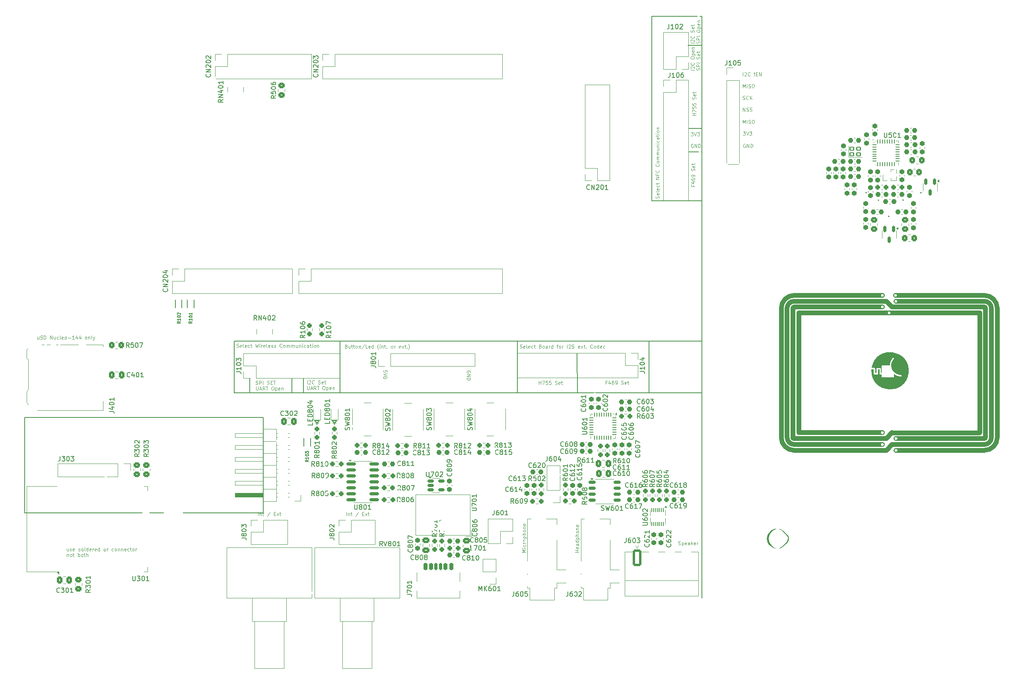
<source format=gto>
%TF.GenerationSoftware,KiCad,Pcbnew,9.0.1*%
%TF.CreationDate,2025-04-25T11:11:10+02:00*%
%TF.ProjectId,voicemail-box,766f6963-656d-4616-996c-2d626f782e6b,rev?*%
%TF.SameCoordinates,PX5f5e100PY5f5e100*%
%TF.FileFunction,Legend,Top*%
%TF.FilePolarity,Positive*%
%FSLAX45Y45*%
G04 Gerber Fmt 4.5, Leading zero omitted, Abs format (unit mm)*
G04 Created by KiCad (PCBNEW 9.0.1) date 2025-04-25 11:11:10*
%MOMM*%
%LPD*%
G01*
G04 APERTURE LIST*
G04 Aperture macros list*
%AMRoundRect*
0 Rectangle with rounded corners*
0 $1 Rounding radius*
0 $2 $3 $4 $5 $6 $7 $8 $9 X,Y pos of 4 corners*
0 Add a 4 corners polygon primitive as box body*
4,1,4,$2,$3,$4,$5,$6,$7,$8,$9,$2,$3,0*
0 Add four circle primitives for the rounded corners*
1,1,$1+$1,$2,$3*
1,1,$1+$1,$4,$5*
1,1,$1+$1,$6,$7*
1,1,$1+$1,$8,$9*
0 Add four rect primitives between the rounded corners*
20,1,$1+$1,$2,$3,$4,$5,0*
20,1,$1+$1,$4,$5,$6,$7,0*
20,1,$1+$1,$6,$7,$8,$9,0*
20,1,$1+$1,$8,$9,$2,$3,0*%
G04 Aperture macros list end*
%ADD10C,1.000000*%
%ADD11C,0.000000*%
%ADD12C,0.150000*%
%ADD13C,0.346100*%
%ADD14C,0.100000*%
%ADD15C,0.300000*%
%ADD16C,0.152400*%
%ADD17C,0.120000*%
%ADD18R,0.228600X0.279400*%
%ADD19RoundRect,0.237500X-0.300000X-0.237500X0.300000X-0.237500X0.300000X0.237500X-0.300000X0.237500X0*%
%ADD20C,2.000000*%
%ADD21R,1.000000X1.000000*%
%ADD22R,1.700000X1.700000*%
%ADD23C,1.700000*%
%ADD24R,1.000000X0.820000*%
%ADD25RoundRect,0.237500X-0.237500X0.250000X-0.237500X-0.250000X0.237500X-0.250000X0.237500X0.250000X0*%
%ADD26RoundRect,0.237500X-0.237500X0.300000X-0.237500X-0.300000X0.237500X-0.300000X0.237500X0.300000X0*%
%ADD27RoundRect,0.250000X-0.475000X0.337500X-0.475000X-0.337500X0.475000X-0.337500X0.475000X0.337500X0*%
%ADD28RoundRect,0.237500X0.300000X0.237500X-0.300000X0.237500X-0.300000X-0.237500X0.300000X-0.237500X0*%
%ADD29RoundRect,0.237500X0.237500X-0.300000X0.237500X0.300000X-0.237500X0.300000X-0.237500X-0.300000X0*%
%ADD30RoundRect,0.250000X-0.337500X-0.475000X0.337500X-0.475000X0.337500X0.475000X-0.337500X0.475000X0*%
%ADD31RoundRect,0.237500X-0.250000X-0.237500X0.250000X-0.237500X0.250000X0.237500X-0.250000X0.237500X0*%
%ADD32R,3.000000X3.000000*%
%ADD33C,3.000000*%
%ADD34RoundRect,0.237500X0.237500X-0.250000X0.237500X0.250000X-0.237500X0.250000X-0.237500X-0.250000X0*%
%ADD35RoundRect,0.237500X0.250000X0.237500X-0.250000X0.237500X-0.250000X-0.237500X0.250000X-0.237500X0*%
%ADD36RoundRect,0.237500X-0.287500X-0.237500X0.287500X-0.237500X0.287500X0.237500X-0.287500X0.237500X0*%
%ADD37R,2.800000X2.200000*%
%ADD38R,2.800000X2.000000*%
%ADD39R,2.800000X2.800000*%
%ADD40R,2.800000X2.600000*%
%ADD41R,0.500000X0.800000*%
%ADD42R,0.400000X0.800000*%
%ADD43RoundRect,0.250000X-0.450000X0.350000X-0.450000X-0.350000X0.450000X-0.350000X0.450000X0.350000X0*%
%ADD44O,1.700000X1.700000*%
%ADD45RoundRect,0.250000X-0.350000X-0.450000X0.350000X-0.450000X0.350000X0.450000X-0.350000X0.450000X0*%
%ADD46RoundRect,0.250000X0.350000X0.450000X-0.350000X0.450000X-0.350000X-0.450000X0.350000X-0.450000X0*%
%ADD47RoundRect,0.150000X-0.150000X0.512500X-0.150000X-0.512500X0.150000X-0.512500X0.150000X0.512500X0*%
%ADD48RoundRect,0.062500X-0.062500X0.375000X-0.062500X-0.375000X0.062500X-0.375000X0.062500X0.375000X0*%
%ADD49RoundRect,0.062500X-0.375000X0.062500X-0.375000X-0.062500X0.375000X-0.062500X0.375000X0.062500X0*%
%ADD50R,3.100000X3.100000*%
%ADD51RoundRect,0.102000X-0.373000X-0.323000X0.373000X-0.323000X0.373000X0.323000X-0.373000X0.323000X0*%
%ADD52RoundRect,0.175000X-0.175000X-0.625000X0.175000X-0.625000X0.175000X0.625000X-0.175000X0.625000X0*%
%ADD53RoundRect,0.200000X-0.200000X-0.600000X0.200000X-0.600000X0.200000X0.600000X-0.200000X0.600000X0*%
%ADD54RoundRect,0.225000X-0.225000X-0.575000X0.225000X-0.575000X0.225000X0.575000X-0.225000X0.575000X0*%
%ADD55O,1.000000X1.700000*%
%ADD56RoundRect,0.250000X0.450000X-0.350000X0.450000X0.350000X-0.450000X0.350000X-0.450000X-0.350000X0*%
%ADD57RoundRect,0.150000X-0.825000X-0.150000X0.825000X-0.150000X0.825000X0.150000X-0.825000X0.150000X0*%
%ADD58R,1.700000X2.500000*%
%ADD59O,1.700000X2.500000*%
%ADD60RoundRect,0.250000X-0.650000X-1.550000X0.650000X-1.550000X0.650000X1.550000X-0.650000X1.550000X0*%
%ADD61O,1.800000X3.600000*%
%ADD62RoundRect,0.150000X-0.512500X-0.150000X0.512500X-0.150000X0.512500X0.150000X-0.512500X0.150000X0*%
%ADD63R,0.900000X1.500000*%
%ADD64R,1.500000X0.900000*%
%ADD65C,0.600000*%
%ADD66R,4.200000X4.200000*%
%ADD67R,0.279400X0.228600*%
%ADD68RoundRect,0.237500X0.287500X0.237500X-0.287500X0.237500X-0.287500X-0.237500X0.287500X-0.237500X0*%
%ADD69RoundRect,0.062500X-0.375000X-0.062500X0.375000X-0.062500X0.375000X0.062500X-0.375000X0.062500X0*%
%ADD70RoundRect,0.062500X-0.062500X-0.375000X0.062500X-0.375000X0.062500X0.375000X-0.062500X0.375000X0*%
%ADD71R,3.500000X3.500000*%
%ADD72R,1.200000X0.700000*%
%ADD73R,0.800000X1.000000*%
%ADD74R,1.200000X1.000000*%
%ADD75R,2.800000X1.000000*%
%ADD76R,1.900000X1.300000*%
%ADD77RoundRect,0.250000X0.337500X0.475000X-0.337500X0.475000X-0.337500X-0.475000X0.337500X-0.475000X0*%
%ADD78C,1.000000*%
%ADD79RoundRect,0.150000X-0.625000X-0.150000X0.625000X-0.150000X0.625000X0.150000X-0.625000X0.150000X0*%
%ADD80RoundRect,0.050000X-0.050000X0.337500X-0.050000X-0.337500X0.050000X-0.337500X0.050000X0.337500X0*%
%ADD81R,2.350000X1.780000*%
%ADD82R,1.600000X1.600000*%
%ADD83O,1.600000X1.600000*%
%ADD84C,4.500000*%
G04 APERTURE END LIST*
D10*
X9567600Y-792600D02*
X9567600Y-792600D01*
X9442600Y-792600D02*
X9442600Y-792600D01*
X14042600Y-792600D02*
X14042600Y-792600D01*
X13917600Y-792600D02*
X13917600Y-792600D01*
X13767600Y1982400D02*
G75*
G02*
X13792600Y1957400I0J-25000D01*
G01*
D11*
G36*
X11847100Y351180D02*
G01*
X11809080Y351180D01*
X11810230Y353050D01*
X11811530Y354640D01*
X11812110Y355360D01*
X11812540Y355930D01*
X11812830Y356220D01*
X11812970Y356360D01*
X11813550Y356940D01*
X11814120Y357660D01*
X11815850Y359240D01*
X11817720Y361120D01*
X11819590Y362990D01*
X11821470Y364720D01*
X11823050Y366160D01*
X11823630Y366730D01*
X11824060Y367170D01*
X11824350Y367310D01*
X11824490Y367450D01*
X11827660Y370480D01*
X11830250Y372930D01*
X11832410Y375230D01*
X11834140Y376960D01*
X11835440Y378400D01*
X11836300Y379410D01*
X11836880Y380130D01*
X11837020Y380270D01*
X11838890Y382720D01*
X11840480Y385020D01*
X11841770Y387180D01*
X11842780Y389060D01*
X11843650Y390640D01*
X11844220Y391940D01*
X11844510Y392660D01*
X11844660Y392940D01*
X11845520Y395250D01*
X11846090Y397550D01*
X11846530Y399710D01*
X11846810Y401730D01*
X11846960Y403310D01*
X11847100Y404610D01*
X11847100Y351180D01*
G37*
D10*
X9717600Y-942600D02*
G75*
G02*
X9567600Y-792600I0J150000D01*
G01*
D12*
X48000Y156000D02*
X7750000Y158000D01*
D10*
X13792600Y1957400D02*
X13792600Y-792600D01*
X14042600Y-792600D02*
X14042600Y-792600D01*
X9567600Y-792600D02*
X9567600Y-792600D01*
X13917600Y-792600D02*
X13917600Y-792600D01*
X9442600Y-792600D02*
X9442600Y-792600D01*
X9567600Y-792600D02*
X9567600Y-792600D01*
X14042600Y-792600D02*
X14042600Y-792600D01*
X9567600Y-792600D02*
X9567600Y-792600D01*
X9719400Y-944400D02*
X11596900Y-944400D01*
X11678500Y-1067600D02*
X11679400Y-1067600D01*
X14042600Y-792600D02*
X14042600Y-792600D01*
X13792600Y-792600D02*
G75*
G02*
X13767600Y-817600I-25000J0D01*
G01*
X13917600Y-792600D02*
X13917600Y-792600D01*
X9442600Y-792600D02*
X9442600Y-792600D01*
X9567600Y-792600D02*
X9567600Y-792600D01*
X11803950Y1984450D02*
X13765550Y1984450D01*
X9567600Y-792600D02*
X9567600Y-792600D01*
X13917600Y-792600D02*
X13917600Y-792600D01*
X9442600Y-792600D02*
X9442600Y-792600D01*
X11803500Y-942600D02*
X13767600Y-942600D01*
X9567600Y1957400D02*
G75*
G02*
X9717600Y2107400I150000J0D01*
G01*
X9567600Y-792600D02*
X9567600Y-792600D01*
X11678950Y2108550D02*
X11803050Y1984450D01*
X9567600Y-792600D02*
X9567600Y-792600D01*
X9567600Y-792600D02*
X9567600Y-792600D01*
X9442600Y-792600D02*
X9442600Y-792600D01*
X9567600Y-792600D02*
X9567600Y-792600D01*
X14042600Y-792600D02*
X14042600Y-792600D01*
X9717600Y-1067600D02*
X11678500Y-1067600D01*
X9442600Y-792600D02*
X9442600Y-792600D01*
X9442600Y-792600D02*
X9442600Y-792600D01*
X9567600Y-792600D02*
X9567600Y-792600D01*
X9442600Y-792600D02*
X9442600Y-792600D01*
X9442600Y-792600D02*
X9442600Y-792600D01*
X9567600Y-792600D02*
X9567600Y-792600D01*
X9567600Y-792600D02*
X9567600Y-792600D01*
D12*
X-728000Y468000D02*
X-728000Y156000D01*
D10*
X9567600Y-792600D02*
X9567600Y-792600D01*
X14042600Y-792600D02*
X14042600Y-792600D01*
X9567600Y-792600D02*
X9567600Y-792600D01*
X9442600Y-792600D02*
X9442600Y-792600D01*
X9567600Y-792600D02*
X9567600Y-792600D01*
X9442600Y-792600D02*
X9442600Y-792600D01*
X14042600Y-792600D02*
X14042600Y-792600D01*
X9442600Y-792600D02*
X9442600Y-792600D01*
X13917600Y-792600D02*
X13917600Y-792600D01*
X14042600Y-792600D02*
X14042600Y-792600D01*
X13917600Y-792600D02*
X13917600Y-792600D01*
X14042600Y-792600D02*
X14042600Y-792600D01*
X13917600Y-792600D02*
X13917600Y-792600D01*
X13917600Y-792600D02*
X13917600Y-792600D01*
X13917600Y-792600D02*
X13917600Y-792600D01*
X9442600Y-792600D02*
X9442600Y-792600D01*
X9442600Y1957400D02*
G75*
G02*
X9717600Y2232400I275000J0D01*
G01*
X13917600Y-792600D02*
X13917600Y-792600D01*
X13917600Y-792600D02*
X13917600Y-792600D01*
X13767600Y2232400D02*
G75*
G02*
X14042600Y1957400I0J-275000D01*
G01*
X9567600Y-792600D02*
X9567600Y-792600D01*
D12*
X-978000Y468000D02*
X-978000Y156000D01*
D10*
X9567600Y-792600D02*
X9567600Y-792600D01*
X14042600Y-792600D02*
X14042600Y-792600D01*
X9706000Y-817600D02*
X11678950Y-817600D01*
X9817600Y1857400D02*
X9817600Y-692600D01*
X9567600Y-792600D02*
X9567600Y-792600D01*
X14042600Y-792600D02*
X14042600Y-792600D01*
X13917600Y-792600D02*
X13917600Y-792600D01*
X9567600Y-792600D02*
X9567600Y-792600D01*
X14042600Y-792600D02*
X14042600Y-792600D01*
X9442600Y-792600D02*
X9442600Y-792600D01*
X9442600Y-792600D02*
X9442600Y-792600D01*
X11873510Y2232400D02*
X13767600Y2232400D01*
X13917600Y-792600D02*
X13917600Y-792600D01*
X9567600Y-792600D02*
X9567600Y-792600D01*
X9567600Y1957400D02*
X9567600Y-792600D01*
X14042600Y-792600D02*
X14042600Y-792600D01*
X14042600Y-792600D02*
X14042600Y-792600D01*
X9442600Y-792600D02*
X9442600Y-792600D01*
X9567600Y-792600D02*
X9567600Y-792600D01*
D12*
X-2204000Y1258000D02*
X48000Y1258000D01*
X48000Y156000D01*
X-2204000Y156000D01*
X-2204000Y1258000D01*
D10*
X9442600Y-792600D02*
X9442600Y-792600D01*
X11803500Y-943500D02*
X11679400Y-1067600D01*
X9567600Y-792600D02*
X9567600Y-792600D01*
X9442600Y-792600D02*
X9442600Y-792600D01*
X14042600Y-792600D02*
X14042600Y-792600D01*
X9567600Y-792600D02*
X9567600Y-792600D01*
D12*
X7460000Y7554000D02*
X7744000Y7554000D01*
D10*
X9442600Y-792600D02*
X9442600Y-792600D01*
X9567600Y-792600D02*
X9567600Y-792600D01*
X14042600Y-792600D02*
X14042600Y-792600D01*
X9567600Y-792600D02*
X9567600Y-792600D01*
X14042600Y-792600D02*
X14042600Y-792600D01*
D12*
X7474000Y5790000D02*
X7752000Y5790000D01*
D10*
X9717600Y-1067600D02*
G75*
G02*
X9442600Y-792600I0J275000D01*
G01*
X9567600Y-792600D02*
X9567600Y-792600D01*
X9442600Y-792600D02*
X9442600Y-792600D01*
X9567600Y-792600D02*
X9567600Y-792600D01*
D13*
X11386960Y705060D02*
G75*
G02*
X11378680Y632810I372350J-79270D01*
G01*
D10*
X14042600Y-792600D02*
X14042600Y-792600D01*
X9567600Y-792600D02*
X9567600Y-792600D01*
X9442600Y-792600D02*
X9442600Y-792600D01*
X14042600Y-792600D02*
X14042600Y-792600D01*
X11803050Y1984450D02*
X11803950Y1984450D01*
X13917600Y-792600D02*
X13917600Y-792600D01*
X9717600Y-817600D02*
G75*
G02*
X9692600Y-792600I0J25000D01*
G01*
X14042600Y-792600D02*
X14042600Y-792600D01*
X9692600Y1957400D02*
G75*
G02*
X9717600Y1982400I25000J0D01*
G01*
X14042600Y-792600D02*
X14042600Y-792600D01*
X9567600Y-792600D02*
X9567600Y-792600D01*
X9567600Y-792600D02*
X9567600Y-792600D01*
X13917600Y-792600D02*
X13917600Y-792600D01*
X14042600Y-792600D02*
X14042600Y-792600D01*
X9442600Y-792600D02*
X9442600Y-792600D01*
X9567600Y-792600D02*
X9567600Y-792600D01*
X9442600Y-792600D02*
X9442600Y-792600D01*
X11803050Y-693500D02*
X13666700Y-693500D01*
X9442600Y-792600D02*
X9442600Y-792600D01*
X14042600Y-792600D02*
X14042600Y-792600D01*
X13917600Y-792600D02*
X13917600Y-792600D01*
X13917600Y-792600D02*
X13917600Y-792600D01*
D12*
X-1874000Y465000D02*
X-1874000Y156000D01*
D10*
X13767600Y2107400D02*
G75*
G02*
X13917600Y1957400I0J-150000D01*
G01*
X9567600Y-792600D02*
X9567600Y-792600D01*
X13917600Y-792600D02*
X13917600Y-792600D01*
X14042600Y-792600D02*
X14042600Y-792600D01*
X9442600Y-792600D02*
X9442600Y-792600D01*
X9442600Y-792600D02*
X9442600Y-792600D01*
X13917600Y-792600D02*
X13917600Y-792600D01*
D12*
X-6663900Y-367388D02*
X-1583900Y-367388D01*
X-1583900Y-2399388D01*
X-6663900Y-2399388D01*
X-6663900Y-367388D01*
D10*
X9692600Y1957400D02*
X9692600Y-804200D01*
X14042600Y-792600D02*
X14042600Y-792600D01*
D12*
X5098000Y1006000D02*
X5100000Y160000D01*
D10*
X14042600Y-792600D02*
X14042600Y-792600D01*
X13917600Y-792600D02*
X13917600Y-792600D01*
D12*
X3828000Y1260000D02*
X6630000Y1260000D01*
X6630000Y158000D01*
X3828000Y158000D01*
X3828000Y1260000D01*
D10*
X9567600Y-792600D02*
X9567600Y-792600D01*
X14042600Y-792600D02*
X14042600Y-792600D01*
X14042600Y-792600D02*
X14042600Y-792600D01*
X14042600Y-792600D02*
G75*
G02*
X13767600Y-1067600I-275000J0D01*
G01*
X9442600Y-792600D02*
X9442600Y-792600D01*
X9567600Y-792600D02*
X9567600Y-792600D01*
X9567600Y-792600D02*
X9567600Y-792600D01*
X13917600Y-792600D02*
X13917600Y-792600D01*
X9717600Y2107400D02*
X11678950Y2107400D01*
X9692600Y-804200D02*
X9706000Y-817600D01*
X9567600Y-792600D02*
X9567600Y-792600D01*
X9442600Y-792600D02*
X9442600Y-792600D01*
X9442600Y-792600D02*
X9442600Y-792600D01*
X13917600Y-792600D02*
X13917600Y-792600D01*
X9442600Y-792600D02*
X9442600Y-792600D01*
X11885550Y-816700D02*
X13767600Y-816700D01*
X9442600Y-792600D02*
X9442600Y-792600D01*
X9442600Y-792600D02*
X9442600Y-792600D01*
X9442600Y-792600D02*
X9442600Y-792600D01*
X9442600Y-792600D02*
X9442600Y-792600D01*
D12*
X7751000Y4270000D02*
X7750000Y-4210000D01*
D10*
X14042600Y-792600D02*
X14042600Y-792600D01*
X13917600Y-792600D02*
X13917600Y-792600D01*
X14042600Y1957400D02*
X14042600Y-792600D01*
X13917600Y-792600D02*
G75*
G02*
X13767600Y-942600I-150000J0D01*
G01*
X13917600Y-792600D02*
X13917600Y-792600D01*
X9442600Y-792600D02*
X9442600Y-792600D01*
X14042600Y-792600D02*
X14042600Y-792600D01*
X13917600Y-792600D02*
X13917600Y-792600D01*
X14042600Y-792600D02*
X14042600Y-792600D01*
X9442600Y1957400D02*
X9442600Y-792600D01*
X11886000Y-1067600D02*
X13767600Y-1067600D01*
X9442600Y-792600D02*
X9442600Y-792600D01*
X9567600Y-792600D02*
X9567600Y-792600D01*
X14042600Y-792600D02*
X14042600Y-792600D01*
D12*
X6689000Y8172000D02*
X7751000Y8172000D01*
X7751000Y4250000D01*
X6689000Y4250000D01*
X6689000Y8172000D01*
D10*
X13917600Y-792600D02*
X13917600Y-792600D01*
X13917600Y-792600D02*
X13917600Y-792600D01*
X9567600Y-792600D02*
X9567600Y-792600D01*
X13917600Y-792600D02*
X13917600Y-792600D01*
X9567600Y-792600D02*
X9567600Y-792600D01*
X9567600Y-792600D02*
X9567600Y-792600D01*
X9442600Y-792600D02*
X9442600Y-792600D01*
X9567600Y-792600D02*
X9567600Y-792600D01*
X9817600Y-692600D02*
X11596450Y-692600D01*
X9442600Y-792600D02*
X9442600Y-792600D01*
X9567600Y-792600D02*
X9567600Y-792600D01*
X9567600Y-792600D02*
X9567600Y-792600D01*
X9567600Y-792600D02*
X9567600Y-792600D01*
X9717600Y1982400D02*
X11595300Y1982400D01*
D12*
X48000Y1258000D02*
X7750000Y1260000D01*
D10*
X14042600Y-792600D02*
X14042600Y-792600D01*
X9567600Y-792600D02*
X9567600Y-792600D01*
X9442600Y-792600D02*
X9442600Y-792600D01*
D11*
G36*
X11829610Y1004940D02*
G01*
X11869120Y996160D01*
X11917420Y978600D01*
X12009610Y921520D01*
X12062300Y868840D01*
X12088640Y829330D01*
X12106200Y798600D01*
X12114980Y781040D01*
X12123760Y763470D01*
X12132540Y737130D01*
X12136930Y719570D01*
X12141320Y702010D01*
X12145710Y675670D01*
X12145710Y618840D01*
X12146920Y618840D01*
X12146920Y575580D01*
X12143170Y548340D01*
X12133940Y512420D01*
X12124420Y487330D01*
X12123870Y487330D01*
X12123760Y486880D01*
X12119370Y478100D01*
X12110590Y460540D01*
X12102540Y444440D01*
X12094490Y428340D01*
X12085940Y411240D01*
X12075470Y394690D01*
X12062300Y377130D01*
X12049130Y363960D01*
X12035960Y350780D01*
X12022780Y337610D01*
X12005220Y324440D01*
X11996440Y315660D01*
X11983270Y306880D01*
X11970100Y298100D01*
X11948150Y284930D01*
X11930590Y276150D01*
X11913030Y267370D01*
X11883900Y258590D01*
X11860340Y249810D01*
X11816440Y241030D01*
X11706680Y241030D01*
X11680340Y245420D01*
X11662780Y249810D01*
X11634720Y258590D01*
X11618880Y262980D01*
X11592540Y276150D01*
X11574970Y284930D01*
X11553020Y298100D01*
X11531070Y311270D01*
X11513510Y324440D01*
X11500340Y337610D01*
X11487170Y350780D01*
X11478390Y359570D01*
X11465220Y372740D01*
X11452050Y390300D01*
X11442640Y402850D01*
X11432290Y416640D01*
X11425340Y426160D01*
X11421310Y434200D01*
X11412530Y451760D01*
X11403750Y469320D01*
X11396090Y485770D01*
X11390580Y500050D01*
X11384440Y522010D01*
X11381800Y535180D01*
X11377410Y557130D01*
X11373020Y592250D01*
X11361310Y625760D01*
X11361310Y653720D01*
X11408140Y653720D01*
X11412530Y649330D01*
X11412530Y552740D01*
X11425340Y543960D01*
X11482780Y543960D01*
X11491560Y548350D01*
X11500340Y552740D01*
X11504730Y561520D01*
X11504730Y653720D01*
X11535460Y653720D01*
X11535460Y557130D01*
X11544240Y548350D01*
X11549930Y543960D01*
X11583750Y543960D01*
X11583750Y500050D01*
X11587990Y488510D01*
X11610560Y488500D01*
X11610490Y489060D01*
X11831240Y489060D01*
X11834000Y491270D01*
X11842780Y500050D01*
X11842780Y552740D01*
X11851560Y552740D01*
X11864730Y543960D01*
X11886690Y530790D01*
X11908640Y522010D01*
X11939370Y513230D01*
X11965710Y508840D01*
X11996440Y508840D01*
X12003290Y515690D01*
X12003290Y521940D01*
X11999830Y530590D01*
X11992910Y537510D01*
X11963500Y540970D01*
X11935810Y546170D01*
X11915040Y553090D01*
X11894280Y561740D01*
X11871780Y577310D01*
X11845830Y598080D01*
X11830250Y613650D01*
X11811220Y643070D01*
X11802570Y660370D01*
X11792180Y682870D01*
X11788720Y696710D01*
X11785260Y724400D01*
X11785260Y752080D01*
X11785710Y752080D01*
X11785710Y763470D01*
X11790100Y789820D01*
X11794490Y802990D01*
X11798880Y816160D01*
X11807660Y833720D01*
X11812050Y842500D01*
X11816440Y851280D01*
X11825220Y864450D01*
X11834000Y873230D01*
X11838390Y886400D01*
X11838390Y895180D01*
X11834000Y899570D01*
X11816440Y899570D01*
X11807660Y890790D01*
X11790100Y864450D01*
X11781320Y851280D01*
X11772540Y829330D01*
X11768150Y816160D01*
X11763760Y798600D01*
X11759370Y776650D01*
X11754980Y750300D01*
X11750580Y745910D01*
X11589720Y745910D01*
X11588150Y737130D01*
X11583750Y732740D01*
X11583750Y579080D01*
X11570580Y579080D01*
X11566190Y583470D01*
X11566190Y675670D01*
X11561800Y680060D01*
X11557410Y684450D01*
X11482780Y684450D01*
X11474000Y680060D01*
X11474000Y583470D01*
X11469610Y579080D01*
X11443260Y579080D01*
X11446100Y671280D01*
X11443260Y671280D01*
X11438870Y680060D01*
X11430090Y684450D01*
X11427040Y687510D01*
X11369970Y687510D01*
X11369960Y705360D01*
X11381800Y710790D01*
X11386190Y728350D01*
X11390580Y741520D01*
X11394970Y754690D01*
X11403750Y776650D01*
X11416920Y802990D01*
X11425700Y820550D01*
X11434480Y833720D01*
X11443260Y846890D01*
X11452050Y860060D01*
X11478390Y890790D01*
X11491560Y903960D01*
X11522290Y930310D01*
X11548630Y947870D01*
X11570580Y961040D01*
X11588150Y969820D01*
X11614490Y982990D01*
X11640830Y991770D01*
X11671560Y1000550D01*
X11693510Y1004940D01*
X11724240Y1009330D01*
X11794490Y1009330D01*
X11829610Y1004940D01*
G37*
D10*
X9442600Y-792600D02*
X9442600Y-792600D01*
X11885800Y2107400D02*
X13767600Y2107400D01*
X14042600Y-792600D02*
X14042600Y-792600D01*
X9442600Y-792600D02*
X9442600Y-792600D01*
X11803050Y-691450D02*
X11678950Y-815550D01*
X9717600Y2232400D02*
X11595990Y2232400D01*
X9442600Y-792600D02*
X9442600Y-792600D01*
X9442600Y-792600D02*
X9442600Y-792600D01*
X9442600Y-792600D02*
X9442600Y-792600D01*
X9567600Y-792600D02*
X9567600Y-792600D01*
X9567600Y-792600D02*
X9567600Y-792600D01*
X9442600Y-792600D02*
X9442600Y-792600D01*
X14042600Y-792600D02*
X14042600Y-792600D01*
X9567600Y-792600D02*
X9567600Y-792600D01*
X13917600Y-792600D02*
X13917600Y-792600D01*
X13917600Y-792600D02*
X13917600Y-792600D01*
D12*
X7473000Y5290000D02*
X7752000Y5290000D01*
D10*
X13917600Y-792600D02*
X13917600Y-792600D01*
X13667600Y1857400D02*
X13667600Y-692600D01*
X9442600Y-792600D02*
X9442600Y-792600D01*
X13917600Y-792600D02*
X13917600Y-792600D01*
X13917600Y1957400D02*
X13917600Y-792600D01*
X9442600Y-792600D02*
X9442600Y-792600D01*
X9442600Y-792600D02*
X9442600Y-792600D01*
X13917600Y-792600D02*
X13917600Y-792600D01*
X9442600Y-792600D02*
X9442600Y-792600D01*
X9817600Y1857400D02*
X13667600Y1857400D01*
X13917600Y-792600D02*
X13917600Y-792600D01*
X13917600Y-792600D02*
X13917600Y-792600D01*
D14*
X-649564Y346444D02*
X-649564Y421444D01*
X-617421Y414302D02*
X-613850Y417873D01*
X-613850Y417873D02*
X-606707Y421444D01*
X-606707Y421444D02*
X-588850Y421444D01*
X-588850Y421444D02*
X-581707Y417873D01*
X-581707Y417873D02*
X-578135Y414302D01*
X-578135Y414302D02*
X-574564Y407159D01*
X-574564Y407159D02*
X-574564Y400016D01*
X-574564Y400016D02*
X-578135Y389302D01*
X-578135Y389302D02*
X-620993Y346444D01*
X-620993Y346444D02*
X-574564Y346444D01*
X-499564Y353587D02*
X-503135Y350016D01*
X-503135Y350016D02*
X-513850Y346444D01*
X-513850Y346444D02*
X-520992Y346444D01*
X-520992Y346444D02*
X-531707Y350016D01*
X-531707Y350016D02*
X-538850Y357159D01*
X-538850Y357159D02*
X-542421Y364302D01*
X-542421Y364302D02*
X-545993Y378587D01*
X-545993Y378587D02*
X-545993Y389302D01*
X-545993Y389302D02*
X-542421Y403587D01*
X-542421Y403587D02*
X-538850Y410730D01*
X-538850Y410730D02*
X-531707Y417873D01*
X-531707Y417873D02*
X-520992Y421444D01*
X-520992Y421444D02*
X-513850Y421444D01*
X-513850Y421444D02*
X-503135Y417873D01*
X-503135Y417873D02*
X-499564Y414302D01*
X-413850Y350016D02*
X-403135Y346444D01*
X-403135Y346444D02*
X-385278Y346444D01*
X-385278Y346444D02*
X-378135Y350016D01*
X-378135Y350016D02*
X-374564Y353587D01*
X-374564Y353587D02*
X-370992Y360730D01*
X-370992Y360730D02*
X-370992Y367873D01*
X-370992Y367873D02*
X-374564Y375016D01*
X-374564Y375016D02*
X-378135Y378587D01*
X-378135Y378587D02*
X-385278Y382159D01*
X-385278Y382159D02*
X-399564Y385730D01*
X-399564Y385730D02*
X-406707Y389302D01*
X-406707Y389302D02*
X-410278Y392873D01*
X-410278Y392873D02*
X-413850Y400016D01*
X-413850Y400016D02*
X-413850Y407159D01*
X-413850Y407159D02*
X-410278Y414302D01*
X-410278Y414302D02*
X-406707Y417873D01*
X-406707Y417873D02*
X-399564Y421444D01*
X-399564Y421444D02*
X-381707Y421444D01*
X-381707Y421444D02*
X-370992Y417873D01*
X-310278Y350016D02*
X-317421Y346444D01*
X-317421Y346444D02*
X-331707Y346444D01*
X-331707Y346444D02*
X-338850Y350016D01*
X-338850Y350016D02*
X-342421Y357159D01*
X-342421Y357159D02*
X-342421Y385730D01*
X-342421Y385730D02*
X-338850Y392873D01*
X-338850Y392873D02*
X-331707Y396444D01*
X-331707Y396444D02*
X-317421Y396444D01*
X-317421Y396444D02*
X-310278Y392873D01*
X-310278Y392873D02*
X-306707Y385730D01*
X-306707Y385730D02*
X-306707Y378587D01*
X-306707Y378587D02*
X-342421Y371444D01*
X-285278Y396444D02*
X-256707Y396444D01*
X-274564Y421444D02*
X-274564Y357159D01*
X-274564Y357159D02*
X-270993Y350016D01*
X-270993Y350016D02*
X-263850Y346444D01*
X-263850Y346444D02*
X-256707Y346444D01*
X-649564Y300699D02*
X-649564Y239984D01*
X-649564Y239984D02*
X-645993Y232841D01*
X-645993Y232841D02*
X-642421Y229270D01*
X-642421Y229270D02*
X-635278Y225699D01*
X-635278Y225699D02*
X-620993Y225699D01*
X-620993Y225699D02*
X-613850Y229270D01*
X-613850Y229270D02*
X-610278Y232841D01*
X-610278Y232841D02*
X-606707Y239984D01*
X-606707Y239984D02*
X-606707Y300699D01*
X-574564Y247127D02*
X-538850Y247127D01*
X-581707Y225699D02*
X-556707Y300699D01*
X-556707Y300699D02*
X-531707Y225699D01*
X-463850Y225699D02*
X-488850Y261413D01*
X-506707Y225699D02*
X-506707Y300699D01*
X-506707Y300699D02*
X-478135Y300699D01*
X-478135Y300699D02*
X-470993Y297127D01*
X-470993Y297127D02*
X-467421Y293556D01*
X-467421Y293556D02*
X-463850Y286413D01*
X-463850Y286413D02*
X-463850Y275699D01*
X-463850Y275699D02*
X-467421Y268556D01*
X-467421Y268556D02*
X-470993Y264984D01*
X-470993Y264984D02*
X-478135Y261413D01*
X-478135Y261413D02*
X-506707Y261413D01*
X-442421Y300699D02*
X-399564Y300699D01*
X-420993Y225699D02*
X-420993Y300699D01*
X-303135Y300699D02*
X-288850Y300699D01*
X-288850Y300699D02*
X-281707Y297127D01*
X-281707Y297127D02*
X-274564Y289984D01*
X-274564Y289984D02*
X-270993Y275699D01*
X-270993Y275699D02*
X-270993Y250699D01*
X-270993Y250699D02*
X-274564Y236413D01*
X-274564Y236413D02*
X-281707Y229270D01*
X-281707Y229270D02*
X-288850Y225699D01*
X-288850Y225699D02*
X-303135Y225699D01*
X-303135Y225699D02*
X-310278Y229270D01*
X-310278Y229270D02*
X-317421Y236413D01*
X-317421Y236413D02*
X-320993Y250699D01*
X-320993Y250699D02*
X-320993Y275699D01*
X-320993Y275699D02*
X-317421Y289984D01*
X-317421Y289984D02*
X-310278Y297127D01*
X-310278Y297127D02*
X-303135Y300699D01*
X-238850Y275699D02*
X-238850Y200699D01*
X-238850Y272127D02*
X-231707Y275699D01*
X-231707Y275699D02*
X-217421Y275699D01*
X-217421Y275699D02*
X-210278Y272127D01*
X-210278Y272127D02*
X-206707Y268556D01*
X-206707Y268556D02*
X-203135Y261413D01*
X-203135Y261413D02*
X-203135Y239984D01*
X-203135Y239984D02*
X-206707Y232841D01*
X-206707Y232841D02*
X-210278Y229270D01*
X-210278Y229270D02*
X-217421Y225699D01*
X-217421Y225699D02*
X-231707Y225699D01*
X-231707Y225699D02*
X-238850Y229270D01*
X-142421Y229270D02*
X-149564Y225699D01*
X-149564Y225699D02*
X-163850Y225699D01*
X-163850Y225699D02*
X-170993Y229270D01*
X-170993Y229270D02*
X-174564Y236413D01*
X-174564Y236413D02*
X-174564Y264984D01*
X-174564Y264984D02*
X-170993Y272127D01*
X-170993Y272127D02*
X-163850Y275699D01*
X-163850Y275699D02*
X-149564Y275699D01*
X-149564Y275699D02*
X-142421Y272127D01*
X-142421Y272127D02*
X-138850Y264984D01*
X-138850Y264984D02*
X-138850Y257841D01*
X-138850Y257841D02*
X-174564Y250699D01*
X-106707Y275699D02*
X-106707Y225699D01*
X-106707Y268556D02*
X-103135Y272127D01*
X-103135Y272127D02*
X-95993Y275699D01*
X-95993Y275699D02*
X-85278Y275699D01*
X-85278Y275699D02*
X-78136Y272127D01*
X-78136Y272127D02*
X-74564Y264984D01*
X-74564Y264984D02*
X-74564Y225699D01*
X5729436Y378984D02*
X5704436Y378984D01*
X5704436Y339699D02*
X5704436Y414699D01*
X5704436Y414699D02*
X5740150Y414699D01*
X5800865Y389699D02*
X5800865Y339699D01*
X5783007Y418270D02*
X5765150Y364699D01*
X5765150Y364699D02*
X5811579Y364699D01*
X5872293Y414699D02*
X5858007Y414699D01*
X5858007Y414699D02*
X5850865Y411127D01*
X5850865Y411127D02*
X5847293Y407556D01*
X5847293Y407556D02*
X5840150Y396841D01*
X5840150Y396841D02*
X5836579Y382556D01*
X5836579Y382556D02*
X5836579Y353984D01*
X5836579Y353984D02*
X5840150Y346842D01*
X5840150Y346842D02*
X5843722Y343270D01*
X5843722Y343270D02*
X5850865Y339699D01*
X5850865Y339699D02*
X5865150Y339699D01*
X5865150Y339699D02*
X5872293Y343270D01*
X5872293Y343270D02*
X5875865Y346842D01*
X5875865Y346842D02*
X5879436Y353984D01*
X5879436Y353984D02*
X5879436Y371841D01*
X5879436Y371841D02*
X5875865Y378984D01*
X5875865Y378984D02*
X5872293Y382556D01*
X5872293Y382556D02*
X5865150Y386127D01*
X5865150Y386127D02*
X5850865Y386127D01*
X5850865Y386127D02*
X5843722Y382556D01*
X5843722Y382556D02*
X5840150Y378984D01*
X5840150Y378984D02*
X5836579Y371841D01*
X5915150Y339699D02*
X5929436Y339699D01*
X5929436Y339699D02*
X5936579Y343270D01*
X5936579Y343270D02*
X5940150Y346842D01*
X5940150Y346842D02*
X5947293Y357556D01*
X5947293Y357556D02*
X5950865Y371841D01*
X5950865Y371841D02*
X5950865Y400413D01*
X5950865Y400413D02*
X5947293Y407556D01*
X5947293Y407556D02*
X5943722Y411127D01*
X5943722Y411127D02*
X5936579Y414699D01*
X5936579Y414699D02*
X5922293Y414699D01*
X5922293Y414699D02*
X5915150Y411127D01*
X5915150Y411127D02*
X5911579Y407556D01*
X5911579Y407556D02*
X5908007Y400413D01*
X5908007Y400413D02*
X5908007Y382556D01*
X5908007Y382556D02*
X5911579Y375413D01*
X5911579Y375413D02*
X5915150Y371841D01*
X5915150Y371841D02*
X5922293Y368270D01*
X5922293Y368270D02*
X5936579Y368270D01*
X5936579Y368270D02*
X5943722Y371841D01*
X5943722Y371841D02*
X5947293Y375413D01*
X5947293Y375413D02*
X5950865Y382556D01*
X6036579Y343270D02*
X6047293Y339699D01*
X6047293Y339699D02*
X6065150Y339699D01*
X6065150Y339699D02*
X6072293Y343270D01*
X6072293Y343270D02*
X6075865Y346842D01*
X6075865Y346842D02*
X6079436Y353984D01*
X6079436Y353984D02*
X6079436Y361127D01*
X6079436Y361127D02*
X6075865Y368270D01*
X6075865Y368270D02*
X6072293Y371841D01*
X6072293Y371841D02*
X6065150Y375413D01*
X6065150Y375413D02*
X6050865Y378984D01*
X6050865Y378984D02*
X6043722Y382556D01*
X6043722Y382556D02*
X6040150Y386127D01*
X6040150Y386127D02*
X6036579Y393270D01*
X6036579Y393270D02*
X6036579Y400413D01*
X6036579Y400413D02*
X6040150Y407556D01*
X6040150Y407556D02*
X6043722Y411127D01*
X6043722Y411127D02*
X6050865Y414699D01*
X6050865Y414699D02*
X6068722Y414699D01*
X6068722Y414699D02*
X6079436Y411127D01*
X6140150Y343270D02*
X6133008Y339699D01*
X6133008Y339699D02*
X6118722Y339699D01*
X6118722Y339699D02*
X6111579Y343270D01*
X6111579Y343270D02*
X6108008Y350413D01*
X6108008Y350413D02*
X6108008Y378984D01*
X6108008Y378984D02*
X6111579Y386127D01*
X6111579Y386127D02*
X6118722Y389699D01*
X6118722Y389699D02*
X6133008Y389699D01*
X6133008Y389699D02*
X6140150Y386127D01*
X6140150Y386127D02*
X6143722Y378984D01*
X6143722Y378984D02*
X6143722Y371841D01*
X6143722Y371841D02*
X6108008Y364699D01*
X6165150Y389699D02*
X6193722Y389699D01*
X6175865Y414699D02*
X6175865Y350413D01*
X6175865Y350413D02*
X6179436Y343270D01*
X6179436Y343270D02*
X6186579Y339699D01*
X6186579Y339699D02*
X6193722Y339699D01*
X4000301Y-3235564D02*
X3925301Y-3235564D01*
X3925301Y-3235564D02*
X3978873Y-3210564D01*
X3978873Y-3210564D02*
X3925301Y-3185564D01*
X3925301Y-3185564D02*
X4000301Y-3185564D01*
X4000301Y-3149850D02*
X3950301Y-3149850D01*
X3925301Y-3149850D02*
X3928873Y-3153421D01*
X3928873Y-3153421D02*
X3932444Y-3149850D01*
X3932444Y-3149850D02*
X3928873Y-3146278D01*
X3928873Y-3146278D02*
X3925301Y-3149850D01*
X3925301Y-3149850D02*
X3932444Y-3149850D01*
X3996730Y-3081992D02*
X4000301Y-3089135D01*
X4000301Y-3089135D02*
X4000301Y-3103421D01*
X4000301Y-3103421D02*
X3996730Y-3110564D01*
X3996730Y-3110564D02*
X3993158Y-3114135D01*
X3993158Y-3114135D02*
X3986016Y-3117707D01*
X3986016Y-3117707D02*
X3964587Y-3117707D01*
X3964587Y-3117707D02*
X3957444Y-3114135D01*
X3957444Y-3114135D02*
X3953873Y-3110564D01*
X3953873Y-3110564D02*
X3950301Y-3103421D01*
X3950301Y-3103421D02*
X3950301Y-3089135D01*
X3950301Y-3089135D02*
X3953873Y-3081992D01*
X4000301Y-3049850D02*
X3950301Y-3049850D01*
X3964587Y-3049850D02*
X3957444Y-3046278D01*
X3957444Y-3046278D02*
X3953873Y-3042707D01*
X3953873Y-3042707D02*
X3950301Y-3035564D01*
X3950301Y-3035564D02*
X3950301Y-3028421D01*
X4000301Y-2992707D02*
X3996730Y-2999850D01*
X3996730Y-2999850D02*
X3993158Y-3003421D01*
X3993158Y-3003421D02*
X3986016Y-3006992D01*
X3986016Y-3006992D02*
X3964587Y-3006992D01*
X3964587Y-3006992D02*
X3957444Y-3003421D01*
X3957444Y-3003421D02*
X3953873Y-2999850D01*
X3953873Y-2999850D02*
X3950301Y-2992707D01*
X3950301Y-2992707D02*
X3950301Y-2981992D01*
X3950301Y-2981992D02*
X3953873Y-2974850D01*
X3953873Y-2974850D02*
X3957444Y-2971278D01*
X3957444Y-2971278D02*
X3964587Y-2967707D01*
X3964587Y-2967707D02*
X3986016Y-2967707D01*
X3986016Y-2967707D02*
X3993158Y-2971278D01*
X3993158Y-2971278D02*
X3996730Y-2974850D01*
X3996730Y-2974850D02*
X4000301Y-2981992D01*
X4000301Y-2981992D02*
X4000301Y-2992707D01*
X3950301Y-2935564D02*
X4025301Y-2935564D01*
X3953873Y-2935564D02*
X3950301Y-2928421D01*
X3950301Y-2928421D02*
X3950301Y-2914135D01*
X3950301Y-2914135D02*
X3953873Y-2906992D01*
X3953873Y-2906992D02*
X3957444Y-2903421D01*
X3957444Y-2903421D02*
X3964587Y-2899850D01*
X3964587Y-2899850D02*
X3986016Y-2899850D01*
X3986016Y-2899850D02*
X3993158Y-2903421D01*
X3993158Y-2903421D02*
X3996730Y-2906992D01*
X3996730Y-2906992D02*
X4000301Y-2914135D01*
X4000301Y-2914135D02*
X4000301Y-2928421D01*
X4000301Y-2928421D02*
X3996730Y-2935564D01*
X4000301Y-2867707D02*
X3925301Y-2867707D01*
X4000301Y-2835564D02*
X3961016Y-2835564D01*
X3961016Y-2835564D02*
X3953873Y-2839135D01*
X3953873Y-2839135D02*
X3950301Y-2846278D01*
X3950301Y-2846278D02*
X3950301Y-2856992D01*
X3950301Y-2856992D02*
X3953873Y-2864135D01*
X3953873Y-2864135D02*
X3957444Y-2867707D01*
X4000301Y-2789135D02*
X3996730Y-2796278D01*
X3996730Y-2796278D02*
X3993158Y-2799850D01*
X3993158Y-2799850D02*
X3986016Y-2803421D01*
X3986016Y-2803421D02*
X3964587Y-2803421D01*
X3964587Y-2803421D02*
X3957444Y-2799850D01*
X3957444Y-2799850D02*
X3953873Y-2796278D01*
X3953873Y-2796278D02*
X3950301Y-2789135D01*
X3950301Y-2789135D02*
X3950301Y-2778421D01*
X3950301Y-2778421D02*
X3953873Y-2771278D01*
X3953873Y-2771278D02*
X3957444Y-2767707D01*
X3957444Y-2767707D02*
X3964587Y-2764135D01*
X3964587Y-2764135D02*
X3986016Y-2764135D01*
X3986016Y-2764135D02*
X3993158Y-2767707D01*
X3993158Y-2767707D02*
X3996730Y-2771278D01*
X3996730Y-2771278D02*
X4000301Y-2778421D01*
X4000301Y-2778421D02*
X4000301Y-2789135D01*
X3950301Y-2731993D02*
X4000301Y-2731993D01*
X3957444Y-2731993D02*
X3953873Y-2728421D01*
X3953873Y-2728421D02*
X3950301Y-2721278D01*
X3950301Y-2721278D02*
X3950301Y-2710564D01*
X3950301Y-2710564D02*
X3953873Y-2703421D01*
X3953873Y-2703421D02*
X3961016Y-2699850D01*
X3961016Y-2699850D02*
X4000301Y-2699850D01*
X3996730Y-2635564D02*
X4000301Y-2642707D01*
X4000301Y-2642707D02*
X4000301Y-2656993D01*
X4000301Y-2656993D02*
X3996730Y-2664136D01*
X3996730Y-2664136D02*
X3989587Y-2667707D01*
X3989587Y-2667707D02*
X3961016Y-2667707D01*
X3961016Y-2667707D02*
X3953873Y-2664136D01*
X3953873Y-2664136D02*
X3950301Y-2656993D01*
X3950301Y-2656993D02*
X3950301Y-2642707D01*
X3950301Y-2642707D02*
X3953873Y-2635564D01*
X3953873Y-2635564D02*
X3961016Y-2631993D01*
X3961016Y-2631993D02*
X3968158Y-2631993D01*
X3968158Y-2631993D02*
X3975301Y-2667707D01*
X7591556Y7034436D02*
X7516556Y7034436D01*
X7523698Y7066579D02*
X7520127Y7070150D01*
X7520127Y7070150D02*
X7516556Y7077293D01*
X7516556Y7077293D02*
X7516556Y7095150D01*
X7516556Y7095150D02*
X7520127Y7102293D01*
X7520127Y7102293D02*
X7523698Y7105865D01*
X7523698Y7105865D02*
X7530841Y7109436D01*
X7530841Y7109436D02*
X7537984Y7109436D01*
X7537984Y7109436D02*
X7548698Y7105865D01*
X7548698Y7105865D02*
X7591556Y7063007D01*
X7591556Y7063007D02*
X7591556Y7109436D01*
X7584413Y7184436D02*
X7587984Y7180865D01*
X7587984Y7180865D02*
X7591556Y7170150D01*
X7591556Y7170150D02*
X7591556Y7163008D01*
X7591556Y7163008D02*
X7587984Y7152293D01*
X7587984Y7152293D02*
X7580841Y7145150D01*
X7580841Y7145150D02*
X7573698Y7141579D01*
X7573698Y7141579D02*
X7559413Y7138008D01*
X7559413Y7138008D02*
X7548698Y7138008D01*
X7548698Y7138008D02*
X7534413Y7141579D01*
X7534413Y7141579D02*
X7527270Y7145150D01*
X7527270Y7145150D02*
X7520127Y7152293D01*
X7520127Y7152293D02*
X7516556Y7163008D01*
X7516556Y7163008D02*
X7516556Y7170150D01*
X7516556Y7170150D02*
X7520127Y7180865D01*
X7520127Y7180865D02*
X7523698Y7184436D01*
X7516556Y7288008D02*
X7516556Y7302293D01*
X7516556Y7302293D02*
X7520127Y7309436D01*
X7520127Y7309436D02*
X7527270Y7316579D01*
X7527270Y7316579D02*
X7541556Y7320150D01*
X7541556Y7320150D02*
X7566556Y7320150D01*
X7566556Y7320150D02*
X7580841Y7316579D01*
X7580841Y7316579D02*
X7587984Y7309436D01*
X7587984Y7309436D02*
X7591556Y7302293D01*
X7591556Y7302293D02*
X7591556Y7288008D01*
X7591556Y7288008D02*
X7587984Y7280865D01*
X7587984Y7280865D02*
X7580841Y7273722D01*
X7580841Y7273722D02*
X7566556Y7270150D01*
X7566556Y7270150D02*
X7541556Y7270150D01*
X7541556Y7270150D02*
X7527270Y7273722D01*
X7527270Y7273722D02*
X7520127Y7280865D01*
X7520127Y7280865D02*
X7516556Y7288008D01*
X7541556Y7352293D02*
X7616556Y7352293D01*
X7545127Y7352293D02*
X7541556Y7359436D01*
X7541556Y7359436D02*
X7541556Y7373722D01*
X7541556Y7373722D02*
X7545127Y7380865D01*
X7545127Y7380865D02*
X7548698Y7384436D01*
X7548698Y7384436D02*
X7555841Y7388008D01*
X7555841Y7388008D02*
X7577270Y7388008D01*
X7577270Y7388008D02*
X7584413Y7384436D01*
X7584413Y7384436D02*
X7587984Y7380865D01*
X7587984Y7380865D02*
X7591556Y7373722D01*
X7591556Y7373722D02*
X7591556Y7359436D01*
X7591556Y7359436D02*
X7587984Y7352293D01*
X7587984Y7448722D02*
X7591556Y7441579D01*
X7591556Y7441579D02*
X7591556Y7427293D01*
X7591556Y7427293D02*
X7587984Y7420150D01*
X7587984Y7420150D02*
X7580841Y7416579D01*
X7580841Y7416579D02*
X7552270Y7416579D01*
X7552270Y7416579D02*
X7545127Y7420150D01*
X7545127Y7420150D02*
X7541556Y7427293D01*
X7541556Y7427293D02*
X7541556Y7441579D01*
X7541556Y7441579D02*
X7545127Y7448722D01*
X7545127Y7448722D02*
X7552270Y7452293D01*
X7552270Y7452293D02*
X7559413Y7452293D01*
X7559413Y7452293D02*
X7566556Y7416579D01*
X7541556Y7484436D02*
X7591556Y7484436D01*
X7548698Y7484436D02*
X7545127Y7488007D01*
X7545127Y7488007D02*
X7541556Y7495150D01*
X7541556Y7495150D02*
X7541556Y7505865D01*
X7541556Y7505865D02*
X7545127Y7513007D01*
X7545127Y7513007D02*
X7552270Y7516579D01*
X7552270Y7516579D02*
X7591556Y7516579D01*
X7708730Y7030865D02*
X7712301Y7041579D01*
X7712301Y7041579D02*
X7712301Y7059436D01*
X7712301Y7059436D02*
X7708730Y7066579D01*
X7708730Y7066579D02*
X7705158Y7070150D01*
X7705158Y7070150D02*
X7698016Y7073722D01*
X7698016Y7073722D02*
X7690873Y7073722D01*
X7690873Y7073722D02*
X7683730Y7070150D01*
X7683730Y7070150D02*
X7680158Y7066579D01*
X7680158Y7066579D02*
X7676587Y7059436D01*
X7676587Y7059436D02*
X7673016Y7045150D01*
X7673016Y7045150D02*
X7669444Y7038007D01*
X7669444Y7038007D02*
X7665873Y7034436D01*
X7665873Y7034436D02*
X7658730Y7030865D01*
X7658730Y7030865D02*
X7651587Y7030865D01*
X7651587Y7030865D02*
X7644444Y7034436D01*
X7644444Y7034436D02*
X7640873Y7038007D01*
X7640873Y7038007D02*
X7637301Y7045150D01*
X7637301Y7045150D02*
X7637301Y7063007D01*
X7637301Y7063007D02*
X7640873Y7073722D01*
X7712301Y7105865D02*
X7637301Y7105865D01*
X7637301Y7105865D02*
X7637301Y7134436D01*
X7637301Y7134436D02*
X7640873Y7141579D01*
X7640873Y7141579D02*
X7644444Y7145150D01*
X7644444Y7145150D02*
X7651587Y7148722D01*
X7651587Y7148722D02*
X7662301Y7148722D01*
X7662301Y7148722D02*
X7669444Y7145150D01*
X7669444Y7145150D02*
X7673016Y7141579D01*
X7673016Y7141579D02*
X7676587Y7134436D01*
X7676587Y7134436D02*
X7676587Y7105865D01*
X7712301Y7180865D02*
X7637301Y7180865D01*
X7708730Y7270150D02*
X7712301Y7280865D01*
X7712301Y7280865D02*
X7712301Y7298722D01*
X7712301Y7298722D02*
X7708730Y7305865D01*
X7708730Y7305865D02*
X7705158Y7309436D01*
X7705158Y7309436D02*
X7698016Y7313008D01*
X7698016Y7313008D02*
X7690873Y7313008D01*
X7690873Y7313008D02*
X7683730Y7309436D01*
X7683730Y7309436D02*
X7680158Y7305865D01*
X7680158Y7305865D02*
X7676587Y7298722D01*
X7676587Y7298722D02*
X7673016Y7284436D01*
X7673016Y7284436D02*
X7669444Y7277293D01*
X7669444Y7277293D02*
X7665873Y7273722D01*
X7665873Y7273722D02*
X7658730Y7270150D01*
X7658730Y7270150D02*
X7651587Y7270150D01*
X7651587Y7270150D02*
X7644444Y7273722D01*
X7644444Y7273722D02*
X7640873Y7277293D01*
X7640873Y7277293D02*
X7637301Y7284436D01*
X7637301Y7284436D02*
X7637301Y7302293D01*
X7637301Y7302293D02*
X7640873Y7313008D01*
X7708730Y7373722D02*
X7712301Y7366579D01*
X7712301Y7366579D02*
X7712301Y7352293D01*
X7712301Y7352293D02*
X7708730Y7345150D01*
X7708730Y7345150D02*
X7701587Y7341579D01*
X7701587Y7341579D02*
X7673016Y7341579D01*
X7673016Y7341579D02*
X7665873Y7345150D01*
X7665873Y7345150D02*
X7662301Y7352293D01*
X7662301Y7352293D02*
X7662301Y7366579D01*
X7662301Y7366579D02*
X7665873Y7373722D01*
X7665873Y7373722D02*
X7673016Y7377293D01*
X7673016Y7377293D02*
X7680158Y7377293D01*
X7680158Y7377293D02*
X7687301Y7341579D01*
X7662301Y7398722D02*
X7662301Y7427293D01*
X7637301Y7409436D02*
X7701587Y7409436D01*
X7701587Y7409436D02*
X7708730Y7413008D01*
X7708730Y7413008D02*
X7712301Y7420150D01*
X7712301Y7420150D02*
X7712301Y7427293D01*
X1044698Y599850D02*
X1044698Y635564D01*
X1044698Y635564D02*
X1008984Y639135D01*
X1008984Y639135D02*
X1012556Y635564D01*
X1012556Y635564D02*
X1016127Y628421D01*
X1016127Y628421D02*
X1016127Y610564D01*
X1016127Y610564D02*
X1012556Y603421D01*
X1012556Y603421D02*
X1008984Y599850D01*
X1008984Y599850D02*
X1001841Y596278D01*
X1001841Y596278D02*
X983984Y596278D01*
X983984Y596278D02*
X976841Y599850D01*
X976841Y599850D02*
X973270Y603421D01*
X973270Y603421D02*
X969698Y610564D01*
X969698Y610564D02*
X969698Y628421D01*
X969698Y628421D02*
X973270Y635564D01*
X973270Y635564D02*
X976841Y639135D01*
X1044698Y574850D02*
X969698Y549850D01*
X969698Y549850D02*
X1044698Y524850D01*
X1044698Y485564D02*
X1044698Y478421D01*
X1044698Y478421D02*
X1041127Y471278D01*
X1041127Y471278D02*
X1037556Y467707D01*
X1037556Y467707D02*
X1030413Y464135D01*
X1030413Y464135D02*
X1016127Y460564D01*
X1016127Y460564D02*
X998270Y460564D01*
X998270Y460564D02*
X983984Y464135D01*
X983984Y464135D02*
X976841Y467707D01*
X976841Y467707D02*
X973270Y471278D01*
X973270Y471278D02*
X969698Y478421D01*
X969698Y478421D02*
X969698Y485564D01*
X969698Y485564D02*
X973270Y492707D01*
X973270Y492707D02*
X976841Y496278D01*
X976841Y496278D02*
X983984Y499850D01*
X983984Y499850D02*
X998270Y503421D01*
X998270Y503421D02*
X1016127Y503421D01*
X1016127Y503421D02*
X1030413Y499850D01*
X1030413Y499850D02*
X1037556Y496278D01*
X1037556Y496278D02*
X1041127Y492707D01*
X1041127Y492707D02*
X1044698Y485564D01*
X7623301Y6064436D02*
X7548301Y6064436D01*
X7584016Y6064436D02*
X7584016Y6107293D01*
X7623301Y6107293D02*
X7548301Y6107293D01*
X7548301Y6135865D02*
X7548301Y6185865D01*
X7548301Y6185865D02*
X7623301Y6153722D01*
X7548301Y6250150D02*
X7548301Y6214436D01*
X7548301Y6214436D02*
X7584016Y6210865D01*
X7584016Y6210865D02*
X7580444Y6214436D01*
X7580444Y6214436D02*
X7576873Y6221579D01*
X7576873Y6221579D02*
X7576873Y6239436D01*
X7576873Y6239436D02*
X7580444Y6246579D01*
X7580444Y6246579D02*
X7584016Y6250150D01*
X7584016Y6250150D02*
X7591158Y6253722D01*
X7591158Y6253722D02*
X7609016Y6253722D01*
X7609016Y6253722D02*
X7616158Y6250150D01*
X7616158Y6250150D02*
X7619730Y6246579D01*
X7619730Y6246579D02*
X7623301Y6239436D01*
X7623301Y6239436D02*
X7623301Y6221579D01*
X7623301Y6221579D02*
X7619730Y6214436D01*
X7619730Y6214436D02*
X7616158Y6210865D01*
X7548301Y6321579D02*
X7548301Y6285865D01*
X7548301Y6285865D02*
X7584016Y6282293D01*
X7584016Y6282293D02*
X7580444Y6285865D01*
X7580444Y6285865D02*
X7576873Y6293007D01*
X7576873Y6293007D02*
X7576873Y6310865D01*
X7576873Y6310865D02*
X7580444Y6318007D01*
X7580444Y6318007D02*
X7584016Y6321579D01*
X7584016Y6321579D02*
X7591158Y6325150D01*
X7591158Y6325150D02*
X7609016Y6325150D01*
X7609016Y6325150D02*
X7616158Y6321579D01*
X7616158Y6321579D02*
X7619730Y6318007D01*
X7619730Y6318007D02*
X7623301Y6310865D01*
X7623301Y6310865D02*
X7623301Y6293007D01*
X7623301Y6293007D02*
X7619730Y6285865D01*
X7619730Y6285865D02*
X7616158Y6282293D01*
X7619730Y6410865D02*
X7623301Y6421579D01*
X7623301Y6421579D02*
X7623301Y6439436D01*
X7623301Y6439436D02*
X7619730Y6446579D01*
X7619730Y6446579D02*
X7616158Y6450150D01*
X7616158Y6450150D02*
X7609016Y6453722D01*
X7609016Y6453722D02*
X7601873Y6453722D01*
X7601873Y6453722D02*
X7594730Y6450150D01*
X7594730Y6450150D02*
X7591158Y6446579D01*
X7591158Y6446579D02*
X7587587Y6439436D01*
X7587587Y6439436D02*
X7584016Y6425150D01*
X7584016Y6425150D02*
X7580444Y6418008D01*
X7580444Y6418008D02*
X7576873Y6414436D01*
X7576873Y6414436D02*
X7569730Y6410865D01*
X7569730Y6410865D02*
X7562587Y6410865D01*
X7562587Y6410865D02*
X7555444Y6414436D01*
X7555444Y6414436D02*
X7551873Y6418008D01*
X7551873Y6418008D02*
X7548301Y6425150D01*
X7548301Y6425150D02*
X7548301Y6443008D01*
X7548301Y6443008D02*
X7551873Y6453722D01*
X7619730Y6514436D02*
X7623301Y6507293D01*
X7623301Y6507293D02*
X7623301Y6493008D01*
X7623301Y6493008D02*
X7619730Y6485865D01*
X7619730Y6485865D02*
X7612587Y6482293D01*
X7612587Y6482293D02*
X7584016Y6482293D01*
X7584016Y6482293D02*
X7576873Y6485865D01*
X7576873Y6485865D02*
X7573301Y6493008D01*
X7573301Y6493008D02*
X7573301Y6507293D01*
X7573301Y6507293D02*
X7576873Y6514436D01*
X7576873Y6514436D02*
X7584016Y6518008D01*
X7584016Y6518008D02*
X7591158Y6518008D01*
X7591158Y6518008D02*
X7598301Y6482293D01*
X7573301Y6539436D02*
X7573301Y6568008D01*
X7548301Y6550150D02*
X7612587Y6550150D01*
X7612587Y6550150D02*
X7619730Y6553722D01*
X7619730Y6553722D02*
X7623301Y6560865D01*
X7623301Y6560865D02*
X7623301Y6568008D01*
X-6363421Y1349699D02*
X-6363421Y1299699D01*
X-6395564Y1349699D02*
X-6395564Y1310413D01*
X-6395564Y1310413D02*
X-6391993Y1303270D01*
X-6391993Y1303270D02*
X-6384850Y1299699D01*
X-6384850Y1299699D02*
X-6374135Y1299699D01*
X-6374135Y1299699D02*
X-6366993Y1303270D01*
X-6366993Y1303270D02*
X-6363421Y1306842D01*
X-6331278Y1303270D02*
X-6320564Y1299699D01*
X-6320564Y1299699D02*
X-6302707Y1299699D01*
X-6302707Y1299699D02*
X-6295564Y1303270D01*
X-6295564Y1303270D02*
X-6291993Y1306842D01*
X-6291993Y1306842D02*
X-6288421Y1313984D01*
X-6288421Y1313984D02*
X-6288421Y1321127D01*
X-6288421Y1321127D02*
X-6291993Y1328270D01*
X-6291993Y1328270D02*
X-6295564Y1331842D01*
X-6295564Y1331842D02*
X-6302707Y1335413D01*
X-6302707Y1335413D02*
X-6316993Y1338984D01*
X-6316993Y1338984D02*
X-6324135Y1342556D01*
X-6324135Y1342556D02*
X-6327707Y1346127D01*
X-6327707Y1346127D02*
X-6331278Y1353270D01*
X-6331278Y1353270D02*
X-6331278Y1360413D01*
X-6331278Y1360413D02*
X-6327707Y1367556D01*
X-6327707Y1367556D02*
X-6324135Y1371127D01*
X-6324135Y1371127D02*
X-6316993Y1374699D01*
X-6316993Y1374699D02*
X-6299135Y1374699D01*
X-6299135Y1374699D02*
X-6288421Y1371127D01*
X-6256278Y1299699D02*
X-6256278Y1374699D01*
X-6256278Y1374699D02*
X-6238421Y1374699D01*
X-6238421Y1374699D02*
X-6227707Y1371127D01*
X-6227707Y1371127D02*
X-6220564Y1363984D01*
X-6220564Y1363984D02*
X-6216993Y1356842D01*
X-6216993Y1356842D02*
X-6213421Y1342556D01*
X-6213421Y1342556D02*
X-6213421Y1331842D01*
X-6213421Y1331842D02*
X-6216993Y1317556D01*
X-6216993Y1317556D02*
X-6220564Y1310413D01*
X-6220564Y1310413D02*
X-6227707Y1303270D01*
X-6227707Y1303270D02*
X-6238421Y1299699D01*
X-6238421Y1299699D02*
X-6256278Y1299699D01*
X-6124135Y1299699D02*
X-6124135Y1374699D01*
X-6124135Y1374699D02*
X-6081278Y1299699D01*
X-6081278Y1299699D02*
X-6081278Y1374699D01*
X-6013421Y1349699D02*
X-6013421Y1299699D01*
X-6045564Y1349699D02*
X-6045564Y1310413D01*
X-6045564Y1310413D02*
X-6041993Y1303270D01*
X-6041993Y1303270D02*
X-6034850Y1299699D01*
X-6034850Y1299699D02*
X-6024135Y1299699D01*
X-6024135Y1299699D02*
X-6016993Y1303270D01*
X-6016993Y1303270D02*
X-6013421Y1306842D01*
X-5945564Y1303270D02*
X-5952707Y1299699D01*
X-5952707Y1299699D02*
X-5966993Y1299699D01*
X-5966993Y1299699D02*
X-5974135Y1303270D01*
X-5974135Y1303270D02*
X-5977707Y1306842D01*
X-5977707Y1306842D02*
X-5981278Y1313984D01*
X-5981278Y1313984D02*
X-5981278Y1335413D01*
X-5981278Y1335413D02*
X-5977707Y1342556D01*
X-5977707Y1342556D02*
X-5974135Y1346127D01*
X-5974135Y1346127D02*
X-5966993Y1349699D01*
X-5966993Y1349699D02*
X-5952707Y1349699D01*
X-5952707Y1349699D02*
X-5945564Y1346127D01*
X-5902707Y1299699D02*
X-5909850Y1303270D01*
X-5909850Y1303270D02*
X-5913421Y1310413D01*
X-5913421Y1310413D02*
X-5913421Y1374699D01*
X-5845564Y1303270D02*
X-5852707Y1299699D01*
X-5852707Y1299699D02*
X-5866993Y1299699D01*
X-5866993Y1299699D02*
X-5874135Y1303270D01*
X-5874135Y1303270D02*
X-5877707Y1310413D01*
X-5877707Y1310413D02*
X-5877707Y1338984D01*
X-5877707Y1338984D02*
X-5874135Y1346127D01*
X-5874135Y1346127D02*
X-5866993Y1349699D01*
X-5866993Y1349699D02*
X-5852707Y1349699D01*
X-5852707Y1349699D02*
X-5845564Y1346127D01*
X-5845564Y1346127D02*
X-5841993Y1338984D01*
X-5841993Y1338984D02*
X-5841993Y1331842D01*
X-5841993Y1331842D02*
X-5877707Y1324699D01*
X-5799135Y1299699D02*
X-5806278Y1303270D01*
X-5806278Y1303270D02*
X-5809850Y1306842D01*
X-5809850Y1306842D02*
X-5813421Y1313984D01*
X-5813421Y1313984D02*
X-5813421Y1335413D01*
X-5813421Y1335413D02*
X-5809850Y1342556D01*
X-5809850Y1342556D02*
X-5806278Y1346127D01*
X-5806278Y1346127D02*
X-5799135Y1349699D01*
X-5799135Y1349699D02*
X-5788421Y1349699D01*
X-5788421Y1349699D02*
X-5781278Y1346127D01*
X-5781278Y1346127D02*
X-5777707Y1342556D01*
X-5777707Y1342556D02*
X-5774135Y1335413D01*
X-5774135Y1335413D02*
X-5774135Y1313984D01*
X-5774135Y1313984D02*
X-5777707Y1306842D01*
X-5777707Y1306842D02*
X-5781278Y1303270D01*
X-5781278Y1303270D02*
X-5788421Y1299699D01*
X-5788421Y1299699D02*
X-5799135Y1299699D01*
X-5741993Y1328270D02*
X-5684850Y1328270D01*
X-5609850Y1299699D02*
X-5652707Y1299699D01*
X-5631278Y1299699D02*
X-5631278Y1374699D01*
X-5631278Y1374699D02*
X-5638421Y1363984D01*
X-5638421Y1363984D02*
X-5645564Y1356842D01*
X-5645564Y1356842D02*
X-5652707Y1353270D01*
X-5545564Y1349699D02*
X-5545564Y1299699D01*
X-5563421Y1378270D02*
X-5581278Y1324699D01*
X-5581278Y1324699D02*
X-5534850Y1324699D01*
X-5474136Y1349699D02*
X-5474136Y1299699D01*
X-5491993Y1378270D02*
X-5509850Y1324699D01*
X-5509850Y1324699D02*
X-5463421Y1324699D01*
X-5366993Y1299699D02*
X-5374136Y1303270D01*
X-5374136Y1303270D02*
X-5377707Y1306842D01*
X-5377707Y1306842D02*
X-5381278Y1313984D01*
X-5381278Y1313984D02*
X-5381278Y1335413D01*
X-5381278Y1335413D02*
X-5377707Y1342556D01*
X-5377707Y1342556D02*
X-5374136Y1346127D01*
X-5374136Y1346127D02*
X-5366993Y1349699D01*
X-5366993Y1349699D02*
X-5356278Y1349699D01*
X-5356278Y1349699D02*
X-5349136Y1346127D01*
X-5349136Y1346127D02*
X-5345564Y1342556D01*
X-5345564Y1342556D02*
X-5341993Y1335413D01*
X-5341993Y1335413D02*
X-5341993Y1313984D01*
X-5341993Y1313984D02*
X-5345564Y1306842D01*
X-5345564Y1306842D02*
X-5349136Y1303270D01*
X-5349136Y1303270D02*
X-5356278Y1299699D01*
X-5356278Y1299699D02*
X-5366993Y1299699D01*
X-5309850Y1349699D02*
X-5309850Y1299699D01*
X-5309850Y1342556D02*
X-5306278Y1346127D01*
X-5306278Y1346127D02*
X-5299136Y1349699D01*
X-5299136Y1349699D02*
X-5288421Y1349699D01*
X-5288421Y1349699D02*
X-5281278Y1346127D01*
X-5281278Y1346127D02*
X-5277707Y1338984D01*
X-5277707Y1338984D02*
X-5277707Y1299699D01*
X-5231278Y1299699D02*
X-5238421Y1303270D01*
X-5238421Y1303270D02*
X-5241993Y1310413D01*
X-5241993Y1310413D02*
X-5241993Y1374699D01*
X-5209850Y1349699D02*
X-5191993Y1299699D01*
X-5174136Y1349699D02*
X-5191993Y1299699D01*
X-5191993Y1299699D02*
X-5199136Y1281842D01*
X-5199136Y1281842D02*
X-5202707Y1278270D01*
X-5202707Y1278270D02*
X-5209850Y1274699D01*
X6838730Y4300865D02*
X6842301Y4311579D01*
X6842301Y4311579D02*
X6842301Y4329436D01*
X6842301Y4329436D02*
X6838730Y4336579D01*
X6838730Y4336579D02*
X6835158Y4340150D01*
X6835158Y4340150D02*
X6828016Y4343722D01*
X6828016Y4343722D02*
X6820873Y4343722D01*
X6820873Y4343722D02*
X6813730Y4340150D01*
X6813730Y4340150D02*
X6810158Y4336579D01*
X6810158Y4336579D02*
X6806587Y4329436D01*
X6806587Y4329436D02*
X6803016Y4315150D01*
X6803016Y4315150D02*
X6799444Y4308008D01*
X6799444Y4308008D02*
X6795873Y4304436D01*
X6795873Y4304436D02*
X6788730Y4300865D01*
X6788730Y4300865D02*
X6781587Y4300865D01*
X6781587Y4300865D02*
X6774444Y4304436D01*
X6774444Y4304436D02*
X6770873Y4308008D01*
X6770873Y4308008D02*
X6767301Y4315150D01*
X6767301Y4315150D02*
X6767301Y4333008D01*
X6767301Y4333008D02*
X6770873Y4343722D01*
X6838730Y4404436D02*
X6842301Y4397293D01*
X6842301Y4397293D02*
X6842301Y4383008D01*
X6842301Y4383008D02*
X6838730Y4375865D01*
X6838730Y4375865D02*
X6831587Y4372293D01*
X6831587Y4372293D02*
X6803016Y4372293D01*
X6803016Y4372293D02*
X6795873Y4375865D01*
X6795873Y4375865D02*
X6792301Y4383008D01*
X6792301Y4383008D02*
X6792301Y4397293D01*
X6792301Y4397293D02*
X6795873Y4404436D01*
X6795873Y4404436D02*
X6803016Y4408008D01*
X6803016Y4408008D02*
X6810158Y4408008D01*
X6810158Y4408008D02*
X6817301Y4372293D01*
X6842301Y4450865D02*
X6838730Y4443722D01*
X6838730Y4443722D02*
X6831587Y4440150D01*
X6831587Y4440150D02*
X6767301Y4440150D01*
X6838730Y4508008D02*
X6842301Y4500865D01*
X6842301Y4500865D02*
X6842301Y4486579D01*
X6842301Y4486579D02*
X6838730Y4479436D01*
X6838730Y4479436D02*
X6831587Y4475865D01*
X6831587Y4475865D02*
X6803016Y4475865D01*
X6803016Y4475865D02*
X6795873Y4479436D01*
X6795873Y4479436D02*
X6792301Y4486579D01*
X6792301Y4486579D02*
X6792301Y4500865D01*
X6792301Y4500865D02*
X6795873Y4508008D01*
X6795873Y4508008D02*
X6803016Y4511579D01*
X6803016Y4511579D02*
X6810158Y4511579D01*
X6810158Y4511579D02*
X6817301Y4475865D01*
X6838730Y4575865D02*
X6842301Y4568722D01*
X6842301Y4568722D02*
X6842301Y4554436D01*
X6842301Y4554436D02*
X6838730Y4547293D01*
X6838730Y4547293D02*
X6835158Y4543722D01*
X6835158Y4543722D02*
X6828016Y4540150D01*
X6828016Y4540150D02*
X6806587Y4540150D01*
X6806587Y4540150D02*
X6799444Y4543722D01*
X6799444Y4543722D02*
X6795873Y4547293D01*
X6795873Y4547293D02*
X6792301Y4554436D01*
X6792301Y4554436D02*
X6792301Y4568722D01*
X6792301Y4568722D02*
X6795873Y4575865D01*
X6792301Y4597293D02*
X6792301Y4625865D01*
X6767301Y4608008D02*
X6831587Y4608008D01*
X6831587Y4608008D02*
X6838730Y4611579D01*
X6838730Y4611579D02*
X6842301Y4618722D01*
X6842301Y4618722D02*
X6842301Y4625865D01*
X6842301Y4708008D02*
X6767301Y4708008D01*
X6767301Y4708008D02*
X6842301Y4750865D01*
X6842301Y4750865D02*
X6767301Y4750865D01*
X6803016Y4811579D02*
X6803016Y4786579D01*
X6842301Y4786579D02*
X6767301Y4786579D01*
X6767301Y4786579D02*
X6767301Y4822293D01*
X6835158Y4893722D02*
X6838730Y4890150D01*
X6838730Y4890150D02*
X6842301Y4879436D01*
X6842301Y4879436D02*
X6842301Y4872293D01*
X6842301Y4872293D02*
X6838730Y4861579D01*
X6838730Y4861579D02*
X6831587Y4854436D01*
X6831587Y4854436D02*
X6824444Y4850865D01*
X6824444Y4850865D02*
X6810158Y4847293D01*
X6810158Y4847293D02*
X6799444Y4847293D01*
X6799444Y4847293D02*
X6785158Y4850865D01*
X6785158Y4850865D02*
X6778016Y4854436D01*
X6778016Y4854436D02*
X6770873Y4861579D01*
X6770873Y4861579D02*
X6767301Y4872293D01*
X6767301Y4872293D02*
X6767301Y4879436D01*
X6767301Y4879436D02*
X6770873Y4890150D01*
X6770873Y4890150D02*
X6774444Y4893722D01*
X6835158Y5025865D02*
X6838730Y5022293D01*
X6838730Y5022293D02*
X6842301Y5011579D01*
X6842301Y5011579D02*
X6842301Y5004436D01*
X6842301Y5004436D02*
X6838730Y4993722D01*
X6838730Y4993722D02*
X6831587Y4986579D01*
X6831587Y4986579D02*
X6824444Y4983008D01*
X6824444Y4983008D02*
X6810158Y4979436D01*
X6810158Y4979436D02*
X6799444Y4979436D01*
X6799444Y4979436D02*
X6785158Y4983008D01*
X6785158Y4983008D02*
X6778016Y4986579D01*
X6778016Y4986579D02*
X6770873Y4993722D01*
X6770873Y4993722D02*
X6767301Y5004436D01*
X6767301Y5004436D02*
X6767301Y5011579D01*
X6767301Y5011579D02*
X6770873Y5022293D01*
X6770873Y5022293D02*
X6774444Y5025865D01*
X6842301Y5068722D02*
X6838730Y5061579D01*
X6838730Y5061579D02*
X6835158Y5058008D01*
X6835158Y5058008D02*
X6828016Y5054436D01*
X6828016Y5054436D02*
X6806587Y5054436D01*
X6806587Y5054436D02*
X6799444Y5058008D01*
X6799444Y5058008D02*
X6795873Y5061579D01*
X6795873Y5061579D02*
X6792301Y5068722D01*
X6792301Y5068722D02*
X6792301Y5079436D01*
X6792301Y5079436D02*
X6795873Y5086579D01*
X6795873Y5086579D02*
X6799444Y5090150D01*
X6799444Y5090150D02*
X6806587Y5093722D01*
X6806587Y5093722D02*
X6828016Y5093722D01*
X6828016Y5093722D02*
X6835158Y5090150D01*
X6835158Y5090150D02*
X6838730Y5086579D01*
X6838730Y5086579D02*
X6842301Y5079436D01*
X6842301Y5079436D02*
X6842301Y5068722D01*
X6842301Y5125865D02*
X6792301Y5125865D01*
X6799444Y5125865D02*
X6795873Y5129436D01*
X6795873Y5129436D02*
X6792301Y5136579D01*
X6792301Y5136579D02*
X6792301Y5147293D01*
X6792301Y5147293D02*
X6795873Y5154436D01*
X6795873Y5154436D02*
X6803016Y5158007D01*
X6803016Y5158007D02*
X6842301Y5158007D01*
X6803016Y5158007D02*
X6795873Y5161579D01*
X6795873Y5161579D02*
X6792301Y5168722D01*
X6792301Y5168722D02*
X6792301Y5179436D01*
X6792301Y5179436D02*
X6795873Y5186579D01*
X6795873Y5186579D02*
X6803016Y5190150D01*
X6803016Y5190150D02*
X6842301Y5190150D01*
X6842301Y5225865D02*
X6792301Y5225865D01*
X6799444Y5225865D02*
X6795873Y5229436D01*
X6795873Y5229436D02*
X6792301Y5236579D01*
X6792301Y5236579D02*
X6792301Y5247293D01*
X6792301Y5247293D02*
X6795873Y5254436D01*
X6795873Y5254436D02*
X6803016Y5258007D01*
X6803016Y5258007D02*
X6842301Y5258007D01*
X6803016Y5258007D02*
X6795873Y5261579D01*
X6795873Y5261579D02*
X6792301Y5268722D01*
X6792301Y5268722D02*
X6792301Y5279436D01*
X6792301Y5279436D02*
X6795873Y5286579D01*
X6795873Y5286579D02*
X6803016Y5290150D01*
X6803016Y5290150D02*
X6842301Y5290150D01*
X6792301Y5358007D02*
X6842301Y5358007D01*
X6792301Y5325865D02*
X6831587Y5325865D01*
X6831587Y5325865D02*
X6838730Y5329436D01*
X6838730Y5329436D02*
X6842301Y5336579D01*
X6842301Y5336579D02*
X6842301Y5347293D01*
X6842301Y5347293D02*
X6838730Y5354436D01*
X6838730Y5354436D02*
X6835158Y5358007D01*
X6792301Y5393722D02*
X6842301Y5393722D01*
X6799444Y5393722D02*
X6795873Y5397293D01*
X6795873Y5397293D02*
X6792301Y5404436D01*
X6792301Y5404436D02*
X6792301Y5415150D01*
X6792301Y5415150D02*
X6795873Y5422293D01*
X6795873Y5422293D02*
X6803016Y5425865D01*
X6803016Y5425865D02*
X6842301Y5425865D01*
X6842301Y5461579D02*
X6792301Y5461579D01*
X6767301Y5461579D02*
X6770873Y5458007D01*
X6770873Y5458007D02*
X6774444Y5461579D01*
X6774444Y5461579D02*
X6770873Y5465150D01*
X6770873Y5465150D02*
X6767301Y5461579D01*
X6767301Y5461579D02*
X6774444Y5461579D01*
X6838730Y5529436D02*
X6842301Y5522293D01*
X6842301Y5522293D02*
X6842301Y5508007D01*
X6842301Y5508007D02*
X6838730Y5500865D01*
X6838730Y5500865D02*
X6835158Y5497293D01*
X6835158Y5497293D02*
X6828016Y5493722D01*
X6828016Y5493722D02*
X6806587Y5493722D01*
X6806587Y5493722D02*
X6799444Y5497293D01*
X6799444Y5497293D02*
X6795873Y5500865D01*
X6795873Y5500865D02*
X6792301Y5508007D01*
X6792301Y5508007D02*
X6792301Y5522293D01*
X6792301Y5522293D02*
X6795873Y5529436D01*
X6842301Y5593722D02*
X6803016Y5593722D01*
X6803016Y5593722D02*
X6795873Y5590150D01*
X6795873Y5590150D02*
X6792301Y5583007D01*
X6792301Y5583007D02*
X6792301Y5568722D01*
X6792301Y5568722D02*
X6795873Y5561579D01*
X6838730Y5593722D02*
X6842301Y5586579D01*
X6842301Y5586579D02*
X6842301Y5568722D01*
X6842301Y5568722D02*
X6838730Y5561579D01*
X6838730Y5561579D02*
X6831587Y5558007D01*
X6831587Y5558007D02*
X6824444Y5558007D01*
X6824444Y5558007D02*
X6817301Y5561579D01*
X6817301Y5561579D02*
X6813730Y5568722D01*
X6813730Y5568722D02*
X6813730Y5586579D01*
X6813730Y5586579D02*
X6810158Y5593722D01*
X6792301Y5618722D02*
X6792301Y5647293D01*
X6767301Y5629436D02*
X6831587Y5629436D01*
X6831587Y5629436D02*
X6838730Y5633007D01*
X6838730Y5633007D02*
X6842301Y5640150D01*
X6842301Y5640150D02*
X6842301Y5647293D01*
X6842301Y5672293D02*
X6792301Y5672293D01*
X6767301Y5672293D02*
X6770873Y5668722D01*
X6770873Y5668722D02*
X6774444Y5672293D01*
X6774444Y5672293D02*
X6770873Y5675864D01*
X6770873Y5675864D02*
X6767301Y5672293D01*
X6767301Y5672293D02*
X6774444Y5672293D01*
X6842301Y5718722D02*
X6838730Y5711579D01*
X6838730Y5711579D02*
X6835158Y5708007D01*
X6835158Y5708007D02*
X6828016Y5704436D01*
X6828016Y5704436D02*
X6806587Y5704436D01*
X6806587Y5704436D02*
X6799444Y5708007D01*
X6799444Y5708007D02*
X6795873Y5711579D01*
X6795873Y5711579D02*
X6792301Y5718722D01*
X6792301Y5718722D02*
X6792301Y5729436D01*
X6792301Y5729436D02*
X6795873Y5736579D01*
X6795873Y5736579D02*
X6799444Y5740150D01*
X6799444Y5740150D02*
X6806587Y5743722D01*
X6806587Y5743722D02*
X6828016Y5743722D01*
X6828016Y5743722D02*
X6835158Y5740150D01*
X6835158Y5740150D02*
X6838730Y5736579D01*
X6838730Y5736579D02*
X6842301Y5729436D01*
X6842301Y5729436D02*
X6842301Y5718722D01*
X6792301Y5775864D02*
X6842301Y5775864D01*
X6799444Y5775864D02*
X6795873Y5779436D01*
X6795873Y5779436D02*
X6792301Y5786579D01*
X6792301Y5786579D02*
X6792301Y5797293D01*
X6792301Y5797293D02*
X6795873Y5804436D01*
X6795873Y5804436D02*
X6803016Y5808007D01*
X6803016Y5808007D02*
X6842301Y5808007D01*
D15*
G36*
X9313020Y-2741818D02*
G01*
X9335734Y-2739009D01*
X9339806Y-2741406D01*
X9337810Y-2744199D01*
X9326575Y-2748351D01*
X9275264Y-2772422D01*
X9232969Y-2808007D01*
X9201328Y-2853220D01*
X9182350Y-2906437D01*
X9179602Y-2942463D01*
X9181059Y-2980274D01*
X9187906Y-3013110D01*
X9205643Y-3052824D01*
X9231565Y-3089436D01*
X9263943Y-3120116D01*
X9300258Y-3142070D01*
X9329822Y-3154527D01*
X9342756Y-3157274D01*
X9347519Y-3160633D01*
X9340802Y-3163442D01*
X9324865Y-3161182D01*
X9308562Y-3156969D01*
X9268237Y-3143009D01*
X9231543Y-3121786D01*
X9197920Y-3092794D01*
X9169887Y-3058343D01*
X9150665Y-3022496D01*
X9139424Y-2984717D01*
X9135852Y-2950588D01*
X9139424Y-2915474D01*
X9150948Y-2873183D01*
X9170116Y-2835826D01*
X9197248Y-2802573D01*
X9230516Y-2775316D01*
X9268809Y-2755108D01*
X9313020Y-2741818D01*
G37*
G36*
X9411938Y-2752503D02*
G01*
X9390872Y-2743161D01*
X9421708Y-2748901D01*
X9452648Y-2761002D01*
X9479532Y-2777111D01*
X9511187Y-2802684D01*
X9563857Y-2855696D01*
X9598416Y-2902947D01*
X9611179Y-2940143D01*
X9610614Y-2964490D01*
X9602046Y-2991343D01*
X9583580Y-3021903D01*
X9536441Y-3072522D01*
X9483806Y-3121676D01*
X9442835Y-3144269D01*
X9397772Y-3158374D01*
X9397833Y-3153306D01*
X9403512Y-3150497D01*
X9432648Y-3137555D01*
X9457062Y-3121981D01*
X9524595Y-3060005D01*
X9569117Y-3006076D01*
X9585717Y-2969879D01*
X9587837Y-2943326D01*
X9579923Y-2913712D01*
X9559400Y-2879204D01*
X9515497Y-2832554D01*
X9465977Y-2784438D01*
X9440064Y-2766759D01*
X9411938Y-2752503D01*
G37*
G36*
X9388124Y-3158374D02*
G01*
X9388918Y-3158923D01*
X9387880Y-3160205D01*
X9388124Y-3158374D01*
G37*
G36*
X9351121Y-3161366D02*
G01*
X9351121Y-3161427D01*
X9350755Y-3163014D01*
X9351121Y-3161366D01*
G37*
G36*
X9346969Y-2740169D02*
G01*
X9346969Y-2741512D01*
X9346969Y-2740169D01*
G37*
D14*
X-1743135Y340016D02*
X-1732421Y336444D01*
X-1732421Y336444D02*
X-1714564Y336444D01*
X-1714564Y336444D02*
X-1707421Y340016D01*
X-1707421Y340016D02*
X-1703850Y343587D01*
X-1703850Y343587D02*
X-1700278Y350730D01*
X-1700278Y350730D02*
X-1700278Y357873D01*
X-1700278Y357873D02*
X-1703850Y365016D01*
X-1703850Y365016D02*
X-1707421Y368587D01*
X-1707421Y368587D02*
X-1714564Y372159D01*
X-1714564Y372159D02*
X-1728850Y375730D01*
X-1728850Y375730D02*
X-1735993Y379302D01*
X-1735993Y379302D02*
X-1739564Y382873D01*
X-1739564Y382873D02*
X-1743135Y390016D01*
X-1743135Y390016D02*
X-1743135Y397159D01*
X-1743135Y397159D02*
X-1739564Y404302D01*
X-1739564Y404302D02*
X-1735993Y407873D01*
X-1735993Y407873D02*
X-1728850Y411444D01*
X-1728850Y411444D02*
X-1710993Y411444D01*
X-1710993Y411444D02*
X-1700278Y407873D01*
X-1668135Y336444D02*
X-1668135Y411444D01*
X-1668135Y411444D02*
X-1639564Y411444D01*
X-1639564Y411444D02*
X-1632421Y407873D01*
X-1632421Y407873D02*
X-1628850Y404302D01*
X-1628850Y404302D02*
X-1625278Y397159D01*
X-1625278Y397159D02*
X-1625278Y386444D01*
X-1625278Y386444D02*
X-1628850Y379302D01*
X-1628850Y379302D02*
X-1632421Y375730D01*
X-1632421Y375730D02*
X-1639564Y372159D01*
X-1639564Y372159D02*
X-1668135Y372159D01*
X-1593135Y336444D02*
X-1593135Y411444D01*
X-1503850Y340016D02*
X-1493135Y336444D01*
X-1493135Y336444D02*
X-1475278Y336444D01*
X-1475278Y336444D02*
X-1468135Y340016D01*
X-1468135Y340016D02*
X-1464564Y343587D01*
X-1464564Y343587D02*
X-1460992Y350730D01*
X-1460992Y350730D02*
X-1460992Y357873D01*
X-1460992Y357873D02*
X-1464564Y365016D01*
X-1464564Y365016D02*
X-1468135Y368587D01*
X-1468135Y368587D02*
X-1475278Y372159D01*
X-1475278Y372159D02*
X-1489564Y375730D01*
X-1489564Y375730D02*
X-1496707Y379302D01*
X-1496707Y379302D02*
X-1500278Y382873D01*
X-1500278Y382873D02*
X-1503850Y390016D01*
X-1503850Y390016D02*
X-1503850Y397159D01*
X-1503850Y397159D02*
X-1500278Y404302D01*
X-1500278Y404302D02*
X-1496707Y407873D01*
X-1496707Y407873D02*
X-1489564Y411444D01*
X-1489564Y411444D02*
X-1471707Y411444D01*
X-1471707Y411444D02*
X-1460992Y407873D01*
X-1428850Y375730D02*
X-1403850Y375730D01*
X-1393135Y336444D02*
X-1428850Y336444D01*
X-1428850Y336444D02*
X-1428850Y411444D01*
X-1428850Y411444D02*
X-1393135Y411444D01*
X-1371707Y411444D02*
X-1328850Y411444D01*
X-1350278Y336444D02*
X-1350278Y411444D01*
X-1739564Y290699D02*
X-1739564Y229984D01*
X-1739564Y229984D02*
X-1735993Y222841D01*
X-1735993Y222841D02*
X-1732421Y219270D01*
X-1732421Y219270D02*
X-1725278Y215699D01*
X-1725278Y215699D02*
X-1710993Y215699D01*
X-1710993Y215699D02*
X-1703850Y219270D01*
X-1703850Y219270D02*
X-1700278Y222841D01*
X-1700278Y222841D02*
X-1696707Y229984D01*
X-1696707Y229984D02*
X-1696707Y290699D01*
X-1664564Y237127D02*
X-1628850Y237127D01*
X-1671707Y215699D02*
X-1646707Y290699D01*
X-1646707Y290699D02*
X-1621707Y215699D01*
X-1553850Y215699D02*
X-1578850Y251413D01*
X-1596707Y215699D02*
X-1596707Y290699D01*
X-1596707Y290699D02*
X-1568135Y290699D01*
X-1568135Y290699D02*
X-1560993Y287127D01*
X-1560993Y287127D02*
X-1557421Y283556D01*
X-1557421Y283556D02*
X-1553850Y276413D01*
X-1553850Y276413D02*
X-1553850Y265699D01*
X-1553850Y265699D02*
X-1557421Y258556D01*
X-1557421Y258556D02*
X-1560993Y254984D01*
X-1560993Y254984D02*
X-1568135Y251413D01*
X-1568135Y251413D02*
X-1596707Y251413D01*
X-1532421Y290699D02*
X-1489564Y290699D01*
X-1510993Y215699D02*
X-1510993Y290699D01*
X-1393135Y290699D02*
X-1378850Y290699D01*
X-1378850Y290699D02*
X-1371707Y287127D01*
X-1371707Y287127D02*
X-1364564Y279984D01*
X-1364564Y279984D02*
X-1360993Y265699D01*
X-1360993Y265699D02*
X-1360993Y240699D01*
X-1360993Y240699D02*
X-1364564Y226413D01*
X-1364564Y226413D02*
X-1371707Y219270D01*
X-1371707Y219270D02*
X-1378850Y215699D01*
X-1378850Y215699D02*
X-1393135Y215699D01*
X-1393135Y215699D02*
X-1400278Y219270D01*
X-1400278Y219270D02*
X-1407421Y226413D01*
X-1407421Y226413D02*
X-1410992Y240699D01*
X-1410992Y240699D02*
X-1410992Y265699D01*
X-1410992Y265699D02*
X-1407421Y279984D01*
X-1407421Y279984D02*
X-1400278Y287127D01*
X-1400278Y287127D02*
X-1393135Y290699D01*
X-1328850Y265699D02*
X-1328850Y190699D01*
X-1328850Y262127D02*
X-1321707Y265699D01*
X-1321707Y265699D02*
X-1307421Y265699D01*
X-1307421Y265699D02*
X-1300278Y262127D01*
X-1300278Y262127D02*
X-1296707Y258556D01*
X-1296707Y258556D02*
X-1293135Y251413D01*
X-1293135Y251413D02*
X-1293135Y229984D01*
X-1293135Y229984D02*
X-1296707Y222841D01*
X-1296707Y222841D02*
X-1300278Y219270D01*
X-1300278Y219270D02*
X-1307421Y215699D01*
X-1307421Y215699D02*
X-1321707Y215699D01*
X-1321707Y215699D02*
X-1328850Y219270D01*
X-1232421Y219270D02*
X-1239564Y215699D01*
X-1239564Y215699D02*
X-1253850Y215699D01*
X-1253850Y215699D02*
X-1260993Y219270D01*
X-1260993Y219270D02*
X-1264564Y226413D01*
X-1264564Y226413D02*
X-1264564Y254984D01*
X-1264564Y254984D02*
X-1260993Y262127D01*
X-1260993Y262127D02*
X-1253850Y265699D01*
X-1253850Y265699D02*
X-1239564Y265699D01*
X-1239564Y265699D02*
X-1232421Y262127D01*
X-1232421Y262127D02*
X-1228850Y254984D01*
X-1228850Y254984D02*
X-1228850Y247841D01*
X-1228850Y247841D02*
X-1264564Y240699D01*
X-1196707Y265699D02*
X-1196707Y215699D01*
X-1196707Y258556D02*
X-1193136Y262127D01*
X-1193136Y262127D02*
X-1185993Y265699D01*
X-1185993Y265699D02*
X-1175278Y265699D01*
X-1175278Y265699D02*
X-1168136Y262127D01*
X-1168136Y262127D02*
X-1164564Y254984D01*
X-1164564Y254984D02*
X-1164564Y215699D01*
X2821127Y586278D02*
X2824698Y593421D01*
X2824698Y593421D02*
X2824698Y604135D01*
X2824698Y604135D02*
X2821127Y614850D01*
X2821127Y614850D02*
X2813984Y621993D01*
X2813984Y621993D02*
X2806841Y625564D01*
X2806841Y625564D02*
X2792556Y629135D01*
X2792556Y629135D02*
X2781841Y629135D01*
X2781841Y629135D02*
X2767556Y625564D01*
X2767556Y625564D02*
X2760413Y621993D01*
X2760413Y621993D02*
X2753270Y614850D01*
X2753270Y614850D02*
X2749699Y604135D01*
X2749699Y604135D02*
X2749699Y596993D01*
X2749699Y596993D02*
X2753270Y586278D01*
X2753270Y586278D02*
X2756841Y582707D01*
X2756841Y582707D02*
X2781841Y582707D01*
X2781841Y582707D02*
X2781841Y596993D01*
X2749699Y550564D02*
X2824698Y550564D01*
X2824698Y550564D02*
X2749699Y507707D01*
X2749699Y507707D02*
X2824698Y507707D01*
X2749699Y471993D02*
X2824698Y471993D01*
X2824698Y471993D02*
X2824698Y454135D01*
X2824698Y454135D02*
X2821127Y443421D01*
X2821127Y443421D02*
X2813984Y436278D01*
X2813984Y436278D02*
X2806841Y432707D01*
X2806841Y432707D02*
X2792556Y429135D01*
X2792556Y429135D02*
X2781841Y429135D01*
X2781841Y429135D02*
X2767556Y432707D01*
X2767556Y432707D02*
X2760413Y436278D01*
X2760413Y436278D02*
X2753270Y443421D01*
X2753270Y443421D02*
X2749699Y454135D01*
X2749699Y454135D02*
X2749699Y471993D01*
X8627436Y6153699D02*
X8627436Y6228699D01*
X8627436Y6228699D02*
X8670293Y6153699D01*
X8670293Y6153699D02*
X8670293Y6228699D01*
X8702436Y6157270D02*
X8713150Y6153699D01*
X8713150Y6153699D02*
X8731007Y6153699D01*
X8731007Y6153699D02*
X8738150Y6157270D01*
X8738150Y6157270D02*
X8741722Y6160841D01*
X8741722Y6160841D02*
X8745293Y6167984D01*
X8745293Y6167984D02*
X8745293Y6175127D01*
X8745293Y6175127D02*
X8741722Y6182270D01*
X8741722Y6182270D02*
X8738150Y6185841D01*
X8738150Y6185841D02*
X8731007Y6189413D01*
X8731007Y6189413D02*
X8716722Y6192984D01*
X8716722Y6192984D02*
X8709579Y6196556D01*
X8709579Y6196556D02*
X8706007Y6200127D01*
X8706007Y6200127D02*
X8702436Y6207270D01*
X8702436Y6207270D02*
X8702436Y6214413D01*
X8702436Y6214413D02*
X8706007Y6221556D01*
X8706007Y6221556D02*
X8709579Y6225127D01*
X8709579Y6225127D02*
X8716722Y6228699D01*
X8716722Y6228699D02*
X8734579Y6228699D01*
X8734579Y6228699D02*
X8745293Y6225127D01*
X8773865Y6157270D02*
X8784579Y6153699D01*
X8784579Y6153699D02*
X8802436Y6153699D01*
X8802436Y6153699D02*
X8809579Y6157270D01*
X8809579Y6157270D02*
X8813150Y6160841D01*
X8813150Y6160841D02*
X8816722Y6167984D01*
X8816722Y6167984D02*
X8816722Y6175127D01*
X8816722Y6175127D02*
X8813150Y6182270D01*
X8813150Y6182270D02*
X8809579Y6185841D01*
X8809579Y6185841D02*
X8802436Y6189413D01*
X8802436Y6189413D02*
X8788150Y6192984D01*
X8788150Y6192984D02*
X8781007Y6196556D01*
X8781007Y6196556D02*
X8777436Y6200127D01*
X8777436Y6200127D02*
X8773865Y6207270D01*
X8773865Y6207270D02*
X8773865Y6214413D01*
X8773865Y6214413D02*
X8777436Y6221556D01*
X8777436Y6221556D02*
X8781007Y6225127D01*
X8781007Y6225127D02*
X8788150Y6228699D01*
X8788150Y6228699D02*
X8806007Y6228699D01*
X8806007Y6228699D02*
X8816722Y6225127D01*
X-1695564Y-2460301D02*
X-1695564Y-2385301D01*
X-1659850Y-2410301D02*
X-1659850Y-2460301D01*
X-1659850Y-2417444D02*
X-1656278Y-2413873D01*
X-1656278Y-2413873D02*
X-1649135Y-2410301D01*
X-1649135Y-2410301D02*
X-1638421Y-2410301D01*
X-1638421Y-2410301D02*
X-1631278Y-2413873D01*
X-1631278Y-2413873D02*
X-1627707Y-2421016D01*
X-1627707Y-2421016D02*
X-1627707Y-2460301D01*
X-1602707Y-2410301D02*
X-1574135Y-2410301D01*
X-1591993Y-2385301D02*
X-1591993Y-2449587D01*
X-1591993Y-2449587D02*
X-1588421Y-2456730D01*
X-1588421Y-2456730D02*
X-1581278Y-2460301D01*
X-1581278Y-2460301D02*
X-1574135Y-2460301D01*
X-1438421Y-2381730D02*
X-1502707Y-2478159D01*
X-1356278Y-2421016D02*
X-1331278Y-2421016D01*
X-1320564Y-2460301D02*
X-1356278Y-2460301D01*
X-1356278Y-2460301D02*
X-1356278Y-2385301D01*
X-1356278Y-2385301D02*
X-1320564Y-2385301D01*
X-1295564Y-2460301D02*
X-1256278Y-2410301D01*
X-1295564Y-2410301D02*
X-1256278Y-2460301D01*
X-1238421Y-2410301D02*
X-1209850Y-2410301D01*
X-1227707Y-2385301D02*
X-1227707Y-2449587D01*
X-1227707Y-2449587D02*
X-1224136Y-2456730D01*
X-1224136Y-2456730D02*
X-1216993Y-2460301D01*
X-1216993Y-2460301D02*
X-1209850Y-2460301D01*
X5130301Y-3235564D02*
X5055301Y-3235564D01*
X5091016Y-3235564D02*
X5091016Y-3192707D01*
X5130301Y-3192707D02*
X5055301Y-3192707D01*
X5126730Y-3128421D02*
X5130301Y-3135564D01*
X5130301Y-3135564D02*
X5130301Y-3149850D01*
X5130301Y-3149850D02*
X5126730Y-3156992D01*
X5126730Y-3156992D02*
X5119587Y-3160564D01*
X5119587Y-3160564D02*
X5091016Y-3160564D01*
X5091016Y-3160564D02*
X5083873Y-3156992D01*
X5083873Y-3156992D02*
X5080301Y-3149850D01*
X5080301Y-3149850D02*
X5080301Y-3135564D01*
X5080301Y-3135564D02*
X5083873Y-3128421D01*
X5083873Y-3128421D02*
X5091016Y-3124850D01*
X5091016Y-3124850D02*
X5098159Y-3124850D01*
X5098159Y-3124850D02*
X5105301Y-3160564D01*
X5130301Y-3060564D02*
X5091016Y-3060564D01*
X5091016Y-3060564D02*
X5083873Y-3064135D01*
X5083873Y-3064135D02*
X5080301Y-3071278D01*
X5080301Y-3071278D02*
X5080301Y-3085564D01*
X5080301Y-3085564D02*
X5083873Y-3092707D01*
X5126730Y-3060564D02*
X5130301Y-3067707D01*
X5130301Y-3067707D02*
X5130301Y-3085564D01*
X5130301Y-3085564D02*
X5126730Y-3092707D01*
X5126730Y-3092707D02*
X5119587Y-3096278D01*
X5119587Y-3096278D02*
X5112444Y-3096278D01*
X5112444Y-3096278D02*
X5105301Y-3092707D01*
X5105301Y-3092707D02*
X5101730Y-3085564D01*
X5101730Y-3085564D02*
X5101730Y-3067707D01*
X5101730Y-3067707D02*
X5098159Y-3060564D01*
X5130301Y-2992707D02*
X5055301Y-2992707D01*
X5126730Y-2992707D02*
X5130301Y-2999850D01*
X5130301Y-2999850D02*
X5130301Y-3014135D01*
X5130301Y-3014135D02*
X5126730Y-3021278D01*
X5126730Y-3021278D02*
X5123159Y-3024850D01*
X5123159Y-3024850D02*
X5116016Y-3028421D01*
X5116016Y-3028421D02*
X5094587Y-3028421D01*
X5094587Y-3028421D02*
X5087444Y-3024850D01*
X5087444Y-3024850D02*
X5083873Y-3021278D01*
X5083873Y-3021278D02*
X5080301Y-3014135D01*
X5080301Y-3014135D02*
X5080301Y-2999850D01*
X5080301Y-2999850D02*
X5083873Y-2992707D01*
X5080301Y-2956993D02*
X5155301Y-2956993D01*
X5083873Y-2956993D02*
X5080301Y-2949850D01*
X5080301Y-2949850D02*
X5080301Y-2935564D01*
X5080301Y-2935564D02*
X5083873Y-2928421D01*
X5083873Y-2928421D02*
X5087444Y-2924850D01*
X5087444Y-2924850D02*
X5094587Y-2921278D01*
X5094587Y-2921278D02*
X5116016Y-2921278D01*
X5116016Y-2921278D02*
X5123159Y-2924850D01*
X5123159Y-2924850D02*
X5126730Y-2928421D01*
X5126730Y-2928421D02*
X5130301Y-2935564D01*
X5130301Y-2935564D02*
X5130301Y-2949850D01*
X5130301Y-2949850D02*
X5126730Y-2956993D01*
X5130301Y-2889135D02*
X5055301Y-2889135D01*
X5130301Y-2856993D02*
X5091016Y-2856993D01*
X5091016Y-2856993D02*
X5083873Y-2860564D01*
X5083873Y-2860564D02*
X5080301Y-2867707D01*
X5080301Y-2867707D02*
X5080301Y-2878421D01*
X5080301Y-2878421D02*
X5083873Y-2885564D01*
X5083873Y-2885564D02*
X5087444Y-2889135D01*
X5130301Y-2810564D02*
X5126730Y-2817707D01*
X5126730Y-2817707D02*
X5123159Y-2821278D01*
X5123159Y-2821278D02*
X5116016Y-2824850D01*
X5116016Y-2824850D02*
X5094587Y-2824850D01*
X5094587Y-2824850D02*
X5087444Y-2821278D01*
X5087444Y-2821278D02*
X5083873Y-2817707D01*
X5083873Y-2817707D02*
X5080301Y-2810564D01*
X5080301Y-2810564D02*
X5080301Y-2799850D01*
X5080301Y-2799850D02*
X5083873Y-2792707D01*
X5083873Y-2792707D02*
X5087444Y-2789136D01*
X5087444Y-2789136D02*
X5094587Y-2785564D01*
X5094587Y-2785564D02*
X5116016Y-2785564D01*
X5116016Y-2785564D02*
X5123159Y-2789136D01*
X5123159Y-2789136D02*
X5126730Y-2792707D01*
X5126730Y-2792707D02*
X5130301Y-2799850D01*
X5130301Y-2799850D02*
X5130301Y-2810564D01*
X5080301Y-2753421D02*
X5130301Y-2753421D01*
X5087444Y-2753421D02*
X5083873Y-2749850D01*
X5083873Y-2749850D02*
X5080301Y-2742707D01*
X5080301Y-2742707D02*
X5080301Y-2731993D01*
X5080301Y-2731993D02*
X5083873Y-2724850D01*
X5083873Y-2724850D02*
X5091016Y-2721279D01*
X5091016Y-2721279D02*
X5130301Y-2721279D01*
X5126730Y-2656993D02*
X5130301Y-2664136D01*
X5130301Y-2664136D02*
X5130301Y-2678421D01*
X5130301Y-2678421D02*
X5126730Y-2685564D01*
X5126730Y-2685564D02*
X5119587Y-2689136D01*
X5119587Y-2689136D02*
X5091016Y-2689136D01*
X5091016Y-2689136D02*
X5083873Y-2685564D01*
X5083873Y-2685564D02*
X5080301Y-2678421D01*
X5080301Y-2678421D02*
X5080301Y-2664136D01*
X5080301Y-2664136D02*
X5083873Y-2656993D01*
X5083873Y-2656993D02*
X5091016Y-2653421D01*
X5091016Y-2653421D02*
X5098159Y-2653421D01*
X5098159Y-2653421D02*
X5105301Y-2689136D01*
X7591556Y7604436D02*
X7516556Y7604436D01*
X7523698Y7636579D02*
X7520127Y7640150D01*
X7520127Y7640150D02*
X7516556Y7647293D01*
X7516556Y7647293D02*
X7516556Y7665150D01*
X7516556Y7665150D02*
X7520127Y7672293D01*
X7520127Y7672293D02*
X7523698Y7675865D01*
X7523698Y7675865D02*
X7530841Y7679436D01*
X7530841Y7679436D02*
X7537984Y7679436D01*
X7537984Y7679436D02*
X7548698Y7675865D01*
X7548698Y7675865D02*
X7591556Y7633007D01*
X7591556Y7633007D02*
X7591556Y7679436D01*
X7584413Y7754436D02*
X7587984Y7750865D01*
X7587984Y7750865D02*
X7591556Y7740150D01*
X7591556Y7740150D02*
X7591556Y7733008D01*
X7591556Y7733008D02*
X7587984Y7722293D01*
X7587984Y7722293D02*
X7580841Y7715150D01*
X7580841Y7715150D02*
X7573698Y7711579D01*
X7573698Y7711579D02*
X7559413Y7708008D01*
X7559413Y7708008D02*
X7548698Y7708008D01*
X7548698Y7708008D02*
X7534413Y7711579D01*
X7534413Y7711579D02*
X7527270Y7715150D01*
X7527270Y7715150D02*
X7520127Y7722293D01*
X7520127Y7722293D02*
X7516556Y7733008D01*
X7516556Y7733008D02*
X7516556Y7740150D01*
X7516556Y7740150D02*
X7520127Y7750865D01*
X7520127Y7750865D02*
X7523698Y7754436D01*
X7587984Y7840150D02*
X7591556Y7850865D01*
X7591556Y7850865D02*
X7591556Y7868722D01*
X7591556Y7868722D02*
X7587984Y7875865D01*
X7587984Y7875865D02*
X7584413Y7879436D01*
X7584413Y7879436D02*
X7577270Y7883008D01*
X7577270Y7883008D02*
X7570127Y7883008D01*
X7570127Y7883008D02*
X7562984Y7879436D01*
X7562984Y7879436D02*
X7559413Y7875865D01*
X7559413Y7875865D02*
X7555841Y7868722D01*
X7555841Y7868722D02*
X7552270Y7854436D01*
X7552270Y7854436D02*
X7548698Y7847293D01*
X7548698Y7847293D02*
X7545127Y7843722D01*
X7545127Y7843722D02*
X7537984Y7840150D01*
X7537984Y7840150D02*
X7530841Y7840150D01*
X7530841Y7840150D02*
X7523698Y7843722D01*
X7523698Y7843722D02*
X7520127Y7847293D01*
X7520127Y7847293D02*
X7516556Y7854436D01*
X7516556Y7854436D02*
X7516556Y7872293D01*
X7516556Y7872293D02*
X7520127Y7883008D01*
X7587984Y7943722D02*
X7591556Y7936579D01*
X7591556Y7936579D02*
X7591556Y7922293D01*
X7591556Y7922293D02*
X7587984Y7915150D01*
X7587984Y7915150D02*
X7580841Y7911579D01*
X7580841Y7911579D02*
X7552270Y7911579D01*
X7552270Y7911579D02*
X7545127Y7915150D01*
X7545127Y7915150D02*
X7541556Y7922293D01*
X7541556Y7922293D02*
X7541556Y7936579D01*
X7541556Y7936579D02*
X7545127Y7943722D01*
X7545127Y7943722D02*
X7552270Y7947293D01*
X7552270Y7947293D02*
X7559413Y7947293D01*
X7559413Y7947293D02*
X7566556Y7911579D01*
X7541556Y7968722D02*
X7541556Y7997293D01*
X7516556Y7979436D02*
X7580841Y7979436D01*
X7580841Y7979436D02*
X7587984Y7983008D01*
X7587984Y7983008D02*
X7591556Y7990150D01*
X7591556Y7990150D02*
X7591556Y7997293D01*
X7708730Y7600865D02*
X7712301Y7611579D01*
X7712301Y7611579D02*
X7712301Y7629436D01*
X7712301Y7629436D02*
X7708730Y7636579D01*
X7708730Y7636579D02*
X7705158Y7640150D01*
X7705158Y7640150D02*
X7698016Y7643722D01*
X7698016Y7643722D02*
X7690873Y7643722D01*
X7690873Y7643722D02*
X7683730Y7640150D01*
X7683730Y7640150D02*
X7680158Y7636579D01*
X7680158Y7636579D02*
X7676587Y7629436D01*
X7676587Y7629436D02*
X7673016Y7615150D01*
X7673016Y7615150D02*
X7669444Y7608007D01*
X7669444Y7608007D02*
X7665873Y7604436D01*
X7665873Y7604436D02*
X7658730Y7600865D01*
X7658730Y7600865D02*
X7651587Y7600865D01*
X7651587Y7600865D02*
X7644444Y7604436D01*
X7644444Y7604436D02*
X7640873Y7608007D01*
X7640873Y7608007D02*
X7637301Y7615150D01*
X7637301Y7615150D02*
X7637301Y7633007D01*
X7637301Y7633007D02*
X7640873Y7643722D01*
X7712301Y7675865D02*
X7637301Y7675865D01*
X7637301Y7675865D02*
X7637301Y7704436D01*
X7637301Y7704436D02*
X7640873Y7711579D01*
X7640873Y7711579D02*
X7644444Y7715150D01*
X7644444Y7715150D02*
X7651587Y7718722D01*
X7651587Y7718722D02*
X7662301Y7718722D01*
X7662301Y7718722D02*
X7669444Y7715150D01*
X7669444Y7715150D02*
X7673016Y7711579D01*
X7673016Y7711579D02*
X7676587Y7704436D01*
X7676587Y7704436D02*
X7676587Y7675865D01*
X7712301Y7750865D02*
X7637301Y7750865D01*
X7637301Y7858008D02*
X7637301Y7872293D01*
X7637301Y7872293D02*
X7640873Y7879436D01*
X7640873Y7879436D02*
X7648016Y7886579D01*
X7648016Y7886579D02*
X7662301Y7890150D01*
X7662301Y7890150D02*
X7687301Y7890150D01*
X7687301Y7890150D02*
X7701587Y7886579D01*
X7701587Y7886579D02*
X7708730Y7879436D01*
X7708730Y7879436D02*
X7712301Y7872293D01*
X7712301Y7872293D02*
X7712301Y7858008D01*
X7712301Y7858008D02*
X7708730Y7850865D01*
X7708730Y7850865D02*
X7701587Y7843722D01*
X7701587Y7843722D02*
X7687301Y7840150D01*
X7687301Y7840150D02*
X7662301Y7840150D01*
X7662301Y7840150D02*
X7648016Y7843722D01*
X7648016Y7843722D02*
X7640873Y7850865D01*
X7640873Y7850865D02*
X7637301Y7858008D01*
X7662301Y7922293D02*
X7737301Y7922293D01*
X7665873Y7922293D02*
X7662301Y7929436D01*
X7662301Y7929436D02*
X7662301Y7943722D01*
X7662301Y7943722D02*
X7665873Y7950865D01*
X7665873Y7950865D02*
X7669444Y7954436D01*
X7669444Y7954436D02*
X7676587Y7958008D01*
X7676587Y7958008D02*
X7698016Y7958008D01*
X7698016Y7958008D02*
X7705158Y7954436D01*
X7705158Y7954436D02*
X7708730Y7950865D01*
X7708730Y7950865D02*
X7712301Y7943722D01*
X7712301Y7943722D02*
X7712301Y7929436D01*
X7712301Y7929436D02*
X7708730Y7922293D01*
X7708730Y8018722D02*
X7712301Y8011579D01*
X7712301Y8011579D02*
X7712301Y7997293D01*
X7712301Y7997293D02*
X7708730Y7990150D01*
X7708730Y7990150D02*
X7701587Y7986579D01*
X7701587Y7986579D02*
X7673016Y7986579D01*
X7673016Y7986579D02*
X7665873Y7990150D01*
X7665873Y7990150D02*
X7662301Y7997293D01*
X7662301Y7997293D02*
X7662301Y8011579D01*
X7662301Y8011579D02*
X7665873Y8018722D01*
X7665873Y8018722D02*
X7673016Y8022293D01*
X7673016Y8022293D02*
X7680158Y8022293D01*
X7680158Y8022293D02*
X7687301Y7986579D01*
X7662301Y8054436D02*
X7712301Y8054436D01*
X7669444Y8054436D02*
X7665873Y8058007D01*
X7665873Y8058007D02*
X7662301Y8065150D01*
X7662301Y8065150D02*
X7662301Y8075865D01*
X7662301Y8075865D02*
X7665873Y8083007D01*
X7665873Y8083007D02*
X7673016Y8086579D01*
X7673016Y8086579D02*
X7712301Y8086579D01*
X7565722Y5451127D02*
X7558579Y5454699D01*
X7558579Y5454699D02*
X7547865Y5454699D01*
X7547865Y5454699D02*
X7537150Y5451127D01*
X7537150Y5451127D02*
X7530007Y5443984D01*
X7530007Y5443984D02*
X7526436Y5436842D01*
X7526436Y5436842D02*
X7522865Y5422556D01*
X7522865Y5422556D02*
X7522865Y5411842D01*
X7522865Y5411842D02*
X7526436Y5397556D01*
X7526436Y5397556D02*
X7530007Y5390413D01*
X7530007Y5390413D02*
X7537150Y5383270D01*
X7537150Y5383270D02*
X7547865Y5379699D01*
X7547865Y5379699D02*
X7555007Y5379699D01*
X7555007Y5379699D02*
X7565722Y5383270D01*
X7565722Y5383270D02*
X7569293Y5386842D01*
X7569293Y5386842D02*
X7569293Y5411842D01*
X7569293Y5411842D02*
X7555007Y5411842D01*
X7601436Y5379699D02*
X7601436Y5454699D01*
X7601436Y5454699D02*
X7644293Y5379699D01*
X7644293Y5379699D02*
X7644293Y5454699D01*
X7680007Y5379699D02*
X7680007Y5454699D01*
X7680007Y5454699D02*
X7697864Y5454699D01*
X7697864Y5454699D02*
X7708579Y5451127D01*
X7708579Y5451127D02*
X7715722Y5443984D01*
X7715722Y5443984D02*
X7719293Y5436842D01*
X7719293Y5436842D02*
X7722864Y5422556D01*
X7722864Y5422556D02*
X7722864Y5411842D01*
X7722864Y5411842D02*
X7719293Y5397556D01*
X7719293Y5397556D02*
X7715722Y5390413D01*
X7715722Y5390413D02*
X7708579Y5383270D01*
X7708579Y5383270D02*
X7697864Y5379699D01*
X7697864Y5379699D02*
X7680007Y5379699D01*
X179436Y1148984D02*
X190150Y1145413D01*
X190150Y1145413D02*
X193722Y1141842D01*
X193722Y1141842D02*
X197293Y1134699D01*
X197293Y1134699D02*
X197293Y1123984D01*
X197293Y1123984D02*
X193722Y1116842D01*
X193722Y1116842D02*
X190150Y1113270D01*
X190150Y1113270D02*
X183007Y1109699D01*
X183007Y1109699D02*
X154436Y1109699D01*
X154436Y1109699D02*
X154436Y1184699D01*
X154436Y1184699D02*
X179436Y1184699D01*
X179436Y1184699D02*
X186579Y1181127D01*
X186579Y1181127D02*
X190150Y1177556D01*
X190150Y1177556D02*
X193722Y1170413D01*
X193722Y1170413D02*
X193722Y1163270D01*
X193722Y1163270D02*
X190150Y1156127D01*
X190150Y1156127D02*
X186579Y1152556D01*
X186579Y1152556D02*
X179436Y1148984D01*
X179436Y1148984D02*
X154436Y1148984D01*
X261579Y1159699D02*
X261579Y1109699D01*
X229436Y1159699D02*
X229436Y1120413D01*
X229436Y1120413D02*
X233007Y1113270D01*
X233007Y1113270D02*
X240150Y1109699D01*
X240150Y1109699D02*
X250865Y1109699D01*
X250865Y1109699D02*
X258007Y1113270D01*
X258007Y1113270D02*
X261579Y1116842D01*
X286579Y1159699D02*
X315150Y1159699D01*
X297293Y1184699D02*
X297293Y1120413D01*
X297293Y1120413D02*
X300865Y1113270D01*
X300865Y1113270D02*
X308007Y1109699D01*
X308007Y1109699D02*
X315150Y1109699D01*
X329436Y1159699D02*
X358007Y1159699D01*
X340150Y1184699D02*
X340150Y1120413D01*
X340150Y1120413D02*
X343722Y1113270D01*
X343722Y1113270D02*
X350864Y1109699D01*
X350864Y1109699D02*
X358007Y1109699D01*
X393722Y1109699D02*
X386579Y1113270D01*
X386579Y1113270D02*
X383007Y1116842D01*
X383007Y1116842D02*
X379436Y1123984D01*
X379436Y1123984D02*
X379436Y1145413D01*
X379436Y1145413D02*
X383007Y1152556D01*
X383007Y1152556D02*
X386579Y1156127D01*
X386579Y1156127D02*
X393722Y1159699D01*
X393722Y1159699D02*
X404436Y1159699D01*
X404436Y1159699D02*
X411579Y1156127D01*
X411579Y1156127D02*
X415150Y1152556D01*
X415150Y1152556D02*
X418722Y1145413D01*
X418722Y1145413D02*
X418722Y1123984D01*
X418722Y1123984D02*
X415150Y1116842D01*
X415150Y1116842D02*
X411579Y1113270D01*
X411579Y1113270D02*
X404436Y1109699D01*
X404436Y1109699D02*
X393722Y1109699D01*
X450864Y1159699D02*
X450864Y1109699D01*
X450864Y1152556D02*
X454436Y1156127D01*
X454436Y1156127D02*
X461579Y1159699D01*
X461579Y1159699D02*
X472293Y1159699D01*
X472293Y1159699D02*
X479436Y1156127D01*
X479436Y1156127D02*
X483007Y1148984D01*
X483007Y1148984D02*
X483007Y1109699D01*
X572293Y1188270D02*
X508007Y1091842D01*
X633007Y1109699D02*
X597293Y1109699D01*
X597293Y1109699D02*
X597293Y1184699D01*
X686579Y1113270D02*
X679436Y1109699D01*
X679436Y1109699D02*
X665150Y1109699D01*
X665150Y1109699D02*
X658007Y1113270D01*
X658007Y1113270D02*
X654436Y1120413D01*
X654436Y1120413D02*
X654436Y1148984D01*
X654436Y1148984D02*
X658007Y1156127D01*
X658007Y1156127D02*
X665150Y1159699D01*
X665150Y1159699D02*
X679436Y1159699D01*
X679436Y1159699D02*
X686579Y1156127D01*
X686579Y1156127D02*
X690150Y1148984D01*
X690150Y1148984D02*
X690150Y1141842D01*
X690150Y1141842D02*
X654436Y1134699D01*
X754436Y1109699D02*
X754436Y1184699D01*
X754436Y1113270D02*
X747293Y1109699D01*
X747293Y1109699D02*
X733007Y1109699D01*
X733007Y1109699D02*
X725864Y1113270D01*
X725864Y1113270D02*
X722293Y1116842D01*
X722293Y1116842D02*
X718721Y1123984D01*
X718721Y1123984D02*
X718721Y1145413D01*
X718721Y1145413D02*
X722293Y1152556D01*
X722293Y1152556D02*
X725864Y1156127D01*
X725864Y1156127D02*
X733007Y1159699D01*
X733007Y1159699D02*
X747293Y1159699D01*
X747293Y1159699D02*
X754436Y1156127D01*
X868721Y1081127D02*
X865150Y1084699D01*
X865150Y1084699D02*
X858007Y1095413D01*
X858007Y1095413D02*
X854436Y1102556D01*
X854436Y1102556D02*
X850864Y1113270D01*
X850864Y1113270D02*
X847293Y1131127D01*
X847293Y1131127D02*
X847293Y1145413D01*
X847293Y1145413D02*
X850864Y1163270D01*
X850864Y1163270D02*
X854436Y1173984D01*
X854436Y1173984D02*
X858007Y1181127D01*
X858007Y1181127D02*
X865150Y1191842D01*
X865150Y1191842D02*
X868721Y1195413D01*
X897293Y1109699D02*
X897293Y1159699D01*
X897293Y1184699D02*
X893721Y1181127D01*
X893721Y1181127D02*
X897293Y1177556D01*
X897293Y1177556D02*
X900864Y1181127D01*
X900864Y1181127D02*
X897293Y1184699D01*
X897293Y1184699D02*
X897293Y1177556D01*
X933007Y1159699D02*
X933007Y1109699D01*
X933007Y1152556D02*
X936579Y1156127D01*
X936579Y1156127D02*
X943721Y1159699D01*
X943721Y1159699D02*
X954436Y1159699D01*
X954436Y1159699D02*
X961579Y1156127D01*
X961579Y1156127D02*
X965150Y1148984D01*
X965150Y1148984D02*
X965150Y1109699D01*
X990150Y1159699D02*
X1018721Y1159699D01*
X1000864Y1184699D02*
X1000864Y1120413D01*
X1000864Y1120413D02*
X1004436Y1113270D01*
X1004436Y1113270D02*
X1011579Y1109699D01*
X1011579Y1109699D02*
X1018721Y1109699D01*
X1043721Y1116842D02*
X1047293Y1113270D01*
X1047293Y1113270D02*
X1043721Y1109699D01*
X1043721Y1109699D02*
X1040150Y1113270D01*
X1040150Y1113270D02*
X1043721Y1116842D01*
X1043721Y1116842D02*
X1043721Y1109699D01*
X1147293Y1109699D02*
X1140150Y1113270D01*
X1140150Y1113270D02*
X1136579Y1116842D01*
X1136579Y1116842D02*
X1133007Y1123984D01*
X1133007Y1123984D02*
X1133007Y1145413D01*
X1133007Y1145413D02*
X1136579Y1152556D01*
X1136579Y1152556D02*
X1140150Y1156127D01*
X1140150Y1156127D02*
X1147293Y1159699D01*
X1147293Y1159699D02*
X1158007Y1159699D01*
X1158007Y1159699D02*
X1165150Y1156127D01*
X1165150Y1156127D02*
X1168722Y1152556D01*
X1168722Y1152556D02*
X1172293Y1145413D01*
X1172293Y1145413D02*
X1172293Y1123984D01*
X1172293Y1123984D02*
X1168722Y1116842D01*
X1168722Y1116842D02*
X1165150Y1113270D01*
X1165150Y1113270D02*
X1158007Y1109699D01*
X1158007Y1109699D02*
X1147293Y1109699D01*
X1204436Y1109699D02*
X1204436Y1159699D01*
X1204436Y1145413D02*
X1208007Y1152556D01*
X1208007Y1152556D02*
X1211579Y1156127D01*
X1211579Y1156127D02*
X1218721Y1159699D01*
X1218721Y1159699D02*
X1225864Y1159699D01*
X1336579Y1113270D02*
X1329436Y1109699D01*
X1329436Y1109699D02*
X1315150Y1109699D01*
X1315150Y1109699D02*
X1308007Y1113270D01*
X1308007Y1113270D02*
X1304436Y1120413D01*
X1304436Y1120413D02*
X1304436Y1148984D01*
X1304436Y1148984D02*
X1308007Y1156127D01*
X1308007Y1156127D02*
X1315150Y1159699D01*
X1315150Y1159699D02*
X1329436Y1159699D01*
X1329436Y1159699D02*
X1336579Y1156127D01*
X1336579Y1156127D02*
X1340150Y1148984D01*
X1340150Y1148984D02*
X1340150Y1141842D01*
X1340150Y1141842D02*
X1304436Y1134699D01*
X1365150Y1109699D02*
X1404436Y1159699D01*
X1365150Y1159699D02*
X1404436Y1109699D01*
X1422293Y1159699D02*
X1450864Y1159699D01*
X1433007Y1184699D02*
X1433007Y1120413D01*
X1433007Y1120413D02*
X1436579Y1113270D01*
X1436579Y1113270D02*
X1443721Y1109699D01*
X1443721Y1109699D02*
X1450864Y1109699D01*
X1475864Y1116842D02*
X1479436Y1113270D01*
X1479436Y1113270D02*
X1475864Y1109699D01*
X1475864Y1109699D02*
X1472293Y1113270D01*
X1472293Y1113270D02*
X1475864Y1116842D01*
X1475864Y1116842D02*
X1475864Y1109699D01*
X1504436Y1081127D02*
X1508007Y1084699D01*
X1508007Y1084699D02*
X1515150Y1095413D01*
X1515150Y1095413D02*
X1518721Y1102556D01*
X1518721Y1102556D02*
X1522293Y1113270D01*
X1522293Y1113270D02*
X1525864Y1131127D01*
X1525864Y1131127D02*
X1525864Y1145413D01*
X1525864Y1145413D02*
X1522293Y1163270D01*
X1522293Y1163270D02*
X1518721Y1173984D01*
X1518721Y1173984D02*
X1515150Y1181127D01*
X1515150Y1181127D02*
X1508007Y1191842D01*
X1508007Y1191842D02*
X1504436Y1195413D01*
X7519293Y5704699D02*
X7565722Y5704699D01*
X7565722Y5704699D02*
X7540722Y5676127D01*
X7540722Y5676127D02*
X7551436Y5676127D01*
X7551436Y5676127D02*
X7558579Y5672556D01*
X7558579Y5672556D02*
X7562150Y5668984D01*
X7562150Y5668984D02*
X7565722Y5661841D01*
X7565722Y5661841D02*
X7565722Y5643984D01*
X7565722Y5643984D02*
X7562150Y5636841D01*
X7562150Y5636841D02*
X7558579Y5633270D01*
X7558579Y5633270D02*
X7551436Y5629699D01*
X7551436Y5629699D02*
X7530007Y5629699D01*
X7530007Y5629699D02*
X7522865Y5633270D01*
X7522865Y5633270D02*
X7519293Y5636841D01*
X7587150Y5704699D02*
X7612150Y5629699D01*
X7612150Y5629699D02*
X7637150Y5704699D01*
X7655007Y5704699D02*
X7701436Y5704699D01*
X7701436Y5704699D02*
X7676436Y5676127D01*
X7676436Y5676127D02*
X7687150Y5676127D01*
X7687150Y5676127D02*
X7694293Y5672556D01*
X7694293Y5672556D02*
X7697865Y5668984D01*
X7697865Y5668984D02*
X7701436Y5661841D01*
X7701436Y5661841D02*
X7701436Y5643984D01*
X7701436Y5643984D02*
X7697865Y5636841D01*
X7697865Y5636841D02*
X7694293Y5633270D01*
X7694293Y5633270D02*
X7687150Y5629699D01*
X7687150Y5629699D02*
X7665722Y5629699D01*
X7665722Y5629699D02*
X7658579Y5633270D01*
X7658579Y5633270D02*
X7655007Y5636841D01*
X8627436Y6903699D02*
X8627436Y6978699D01*
X8659579Y6971556D02*
X8663150Y6975127D01*
X8663150Y6975127D02*
X8670293Y6978699D01*
X8670293Y6978699D02*
X8688150Y6978699D01*
X8688150Y6978699D02*
X8695293Y6975127D01*
X8695293Y6975127D02*
X8698865Y6971556D01*
X8698865Y6971556D02*
X8702436Y6964413D01*
X8702436Y6964413D02*
X8702436Y6957270D01*
X8702436Y6957270D02*
X8698865Y6946556D01*
X8698865Y6946556D02*
X8656007Y6903699D01*
X8656007Y6903699D02*
X8702436Y6903699D01*
X8777436Y6910841D02*
X8773865Y6907270D01*
X8773865Y6907270D02*
X8763150Y6903699D01*
X8763150Y6903699D02*
X8756008Y6903699D01*
X8756008Y6903699D02*
X8745293Y6907270D01*
X8745293Y6907270D02*
X8738150Y6914413D01*
X8738150Y6914413D02*
X8734579Y6921556D01*
X8734579Y6921556D02*
X8731008Y6935841D01*
X8731008Y6935841D02*
X8731008Y6946556D01*
X8731008Y6946556D02*
X8734579Y6960841D01*
X8734579Y6960841D02*
X8738150Y6967984D01*
X8738150Y6967984D02*
X8745293Y6975127D01*
X8745293Y6975127D02*
X8756008Y6978699D01*
X8756008Y6978699D02*
X8763150Y6978699D01*
X8763150Y6978699D02*
X8773865Y6975127D01*
X8773865Y6975127D02*
X8777436Y6971556D01*
X8866722Y6910841D02*
X8870293Y6907270D01*
X8870293Y6907270D02*
X8866722Y6903699D01*
X8866722Y6903699D02*
X8863150Y6907270D01*
X8863150Y6907270D02*
X8866722Y6910841D01*
X8866722Y6910841D02*
X8866722Y6903699D01*
X8866722Y6932270D02*
X8863150Y6975127D01*
X8863150Y6975127D02*
X8866722Y6978699D01*
X8866722Y6978699D02*
X8870293Y6975127D01*
X8870293Y6975127D02*
X8866722Y6932270D01*
X8866722Y6932270D02*
X8866722Y6978699D01*
X8902436Y6942984D02*
X8927436Y6942984D01*
X8938150Y6903699D02*
X8902436Y6903699D01*
X8902436Y6903699D02*
X8902436Y6978699D01*
X8902436Y6978699D02*
X8938150Y6978699D01*
X8970293Y6903699D02*
X8970293Y6978699D01*
X8970293Y6978699D02*
X9013150Y6903699D01*
X9013150Y6903699D02*
X9013150Y6978699D01*
X8627436Y6653699D02*
X8627436Y6728699D01*
X8627436Y6728699D02*
X8652436Y6675127D01*
X8652436Y6675127D02*
X8677436Y6728699D01*
X8677436Y6728699D02*
X8677436Y6653699D01*
X8713150Y6653699D02*
X8713150Y6728699D01*
X8745293Y6657270D02*
X8756008Y6653699D01*
X8756008Y6653699D02*
X8773865Y6653699D01*
X8773865Y6653699D02*
X8781008Y6657270D01*
X8781008Y6657270D02*
X8784579Y6660841D01*
X8784579Y6660841D02*
X8788150Y6667984D01*
X8788150Y6667984D02*
X8788150Y6675127D01*
X8788150Y6675127D02*
X8784579Y6682270D01*
X8784579Y6682270D02*
X8781008Y6685841D01*
X8781008Y6685841D02*
X8773865Y6689413D01*
X8773865Y6689413D02*
X8759579Y6692984D01*
X8759579Y6692984D02*
X8752436Y6696556D01*
X8752436Y6696556D02*
X8748865Y6700127D01*
X8748865Y6700127D02*
X8745293Y6707270D01*
X8745293Y6707270D02*
X8745293Y6714413D01*
X8745293Y6714413D02*
X8748865Y6721556D01*
X8748865Y6721556D02*
X8752436Y6725127D01*
X8752436Y6725127D02*
X8759579Y6728699D01*
X8759579Y6728699D02*
X8777436Y6728699D01*
X8777436Y6728699D02*
X8788150Y6725127D01*
X8834579Y6728699D02*
X8848865Y6728699D01*
X8848865Y6728699D02*
X8856008Y6725127D01*
X8856008Y6725127D02*
X8863150Y6717984D01*
X8863150Y6717984D02*
X8866722Y6703699D01*
X8866722Y6703699D02*
X8866722Y6678699D01*
X8866722Y6678699D02*
X8863150Y6664413D01*
X8863150Y6664413D02*
X8856008Y6657270D01*
X8856008Y6657270D02*
X8848865Y6653699D01*
X8848865Y6653699D02*
X8834579Y6653699D01*
X8834579Y6653699D02*
X8827436Y6657270D01*
X8827436Y6657270D02*
X8820293Y6664413D01*
X8820293Y6664413D02*
X8816722Y6678699D01*
X8816722Y6678699D02*
X8816722Y6703699D01*
X8816722Y6703699D02*
X8820293Y6717984D01*
X8820293Y6717984D02*
X8827436Y6725127D01*
X8827436Y6725127D02*
X8834579Y6728699D01*
X8623865Y6407270D02*
X8634579Y6403699D01*
X8634579Y6403699D02*
X8652436Y6403699D01*
X8652436Y6403699D02*
X8659579Y6407270D01*
X8659579Y6407270D02*
X8663150Y6410841D01*
X8663150Y6410841D02*
X8666722Y6417984D01*
X8666722Y6417984D02*
X8666722Y6425127D01*
X8666722Y6425127D02*
X8663150Y6432270D01*
X8663150Y6432270D02*
X8659579Y6435841D01*
X8659579Y6435841D02*
X8652436Y6439413D01*
X8652436Y6439413D02*
X8638150Y6442984D01*
X8638150Y6442984D02*
X8631007Y6446556D01*
X8631007Y6446556D02*
X8627436Y6450127D01*
X8627436Y6450127D02*
X8623865Y6457270D01*
X8623865Y6457270D02*
X8623865Y6464413D01*
X8623865Y6464413D02*
X8627436Y6471556D01*
X8627436Y6471556D02*
X8631007Y6475127D01*
X8631007Y6475127D02*
X8638150Y6478699D01*
X8638150Y6478699D02*
X8656007Y6478699D01*
X8656007Y6478699D02*
X8666722Y6475127D01*
X8741722Y6410841D02*
X8738150Y6407270D01*
X8738150Y6407270D02*
X8727436Y6403699D01*
X8727436Y6403699D02*
X8720293Y6403699D01*
X8720293Y6403699D02*
X8709579Y6407270D01*
X8709579Y6407270D02*
X8702436Y6414413D01*
X8702436Y6414413D02*
X8698865Y6421556D01*
X8698865Y6421556D02*
X8695293Y6435841D01*
X8695293Y6435841D02*
X8695293Y6446556D01*
X8695293Y6446556D02*
X8698865Y6460841D01*
X8698865Y6460841D02*
X8702436Y6467984D01*
X8702436Y6467984D02*
X8709579Y6475127D01*
X8709579Y6475127D02*
X8720293Y6478699D01*
X8720293Y6478699D02*
X8727436Y6478699D01*
X8727436Y6478699D02*
X8738150Y6475127D01*
X8738150Y6475127D02*
X8741722Y6471556D01*
X8773865Y6403699D02*
X8773865Y6478699D01*
X8816722Y6403699D02*
X8784579Y6446556D01*
X8816722Y6478699D02*
X8773865Y6435841D01*
X3880865Y1110270D02*
X3891579Y1106699D01*
X3891579Y1106699D02*
X3909436Y1106699D01*
X3909436Y1106699D02*
X3916579Y1110270D01*
X3916579Y1110270D02*
X3920150Y1113842D01*
X3920150Y1113842D02*
X3923722Y1120984D01*
X3923722Y1120984D02*
X3923722Y1128127D01*
X3923722Y1128127D02*
X3920150Y1135270D01*
X3920150Y1135270D02*
X3916579Y1138842D01*
X3916579Y1138842D02*
X3909436Y1142413D01*
X3909436Y1142413D02*
X3895150Y1145984D01*
X3895150Y1145984D02*
X3888007Y1149556D01*
X3888007Y1149556D02*
X3884436Y1153127D01*
X3884436Y1153127D02*
X3880865Y1160270D01*
X3880865Y1160270D02*
X3880865Y1167413D01*
X3880865Y1167413D02*
X3884436Y1174556D01*
X3884436Y1174556D02*
X3888007Y1178127D01*
X3888007Y1178127D02*
X3895150Y1181699D01*
X3895150Y1181699D02*
X3913007Y1181699D01*
X3913007Y1181699D02*
X3923722Y1178127D01*
X3984436Y1110270D02*
X3977293Y1106699D01*
X3977293Y1106699D02*
X3963007Y1106699D01*
X3963007Y1106699D02*
X3955865Y1110270D01*
X3955865Y1110270D02*
X3952293Y1117413D01*
X3952293Y1117413D02*
X3952293Y1145984D01*
X3952293Y1145984D02*
X3955865Y1153127D01*
X3955865Y1153127D02*
X3963007Y1156699D01*
X3963007Y1156699D02*
X3977293Y1156699D01*
X3977293Y1156699D02*
X3984436Y1153127D01*
X3984436Y1153127D02*
X3988007Y1145984D01*
X3988007Y1145984D02*
X3988007Y1138842D01*
X3988007Y1138842D02*
X3952293Y1131699D01*
X4030865Y1106699D02*
X4023722Y1110270D01*
X4023722Y1110270D02*
X4020150Y1117413D01*
X4020150Y1117413D02*
X4020150Y1181699D01*
X4088007Y1110270D02*
X4080865Y1106699D01*
X4080865Y1106699D02*
X4066579Y1106699D01*
X4066579Y1106699D02*
X4059436Y1110270D01*
X4059436Y1110270D02*
X4055865Y1117413D01*
X4055865Y1117413D02*
X4055865Y1145984D01*
X4055865Y1145984D02*
X4059436Y1153127D01*
X4059436Y1153127D02*
X4066579Y1156699D01*
X4066579Y1156699D02*
X4080865Y1156699D01*
X4080865Y1156699D02*
X4088007Y1153127D01*
X4088007Y1153127D02*
X4091579Y1145984D01*
X4091579Y1145984D02*
X4091579Y1138842D01*
X4091579Y1138842D02*
X4055865Y1131699D01*
X4155865Y1110270D02*
X4148722Y1106699D01*
X4148722Y1106699D02*
X4134436Y1106699D01*
X4134436Y1106699D02*
X4127293Y1110270D01*
X4127293Y1110270D02*
X4123722Y1113842D01*
X4123722Y1113842D02*
X4120150Y1120984D01*
X4120150Y1120984D02*
X4120150Y1142413D01*
X4120150Y1142413D02*
X4123722Y1149556D01*
X4123722Y1149556D02*
X4127293Y1153127D01*
X4127293Y1153127D02*
X4134436Y1156699D01*
X4134436Y1156699D02*
X4148722Y1156699D01*
X4148722Y1156699D02*
X4155865Y1153127D01*
X4177293Y1156699D02*
X4205865Y1156699D01*
X4188007Y1181699D02*
X4188007Y1117413D01*
X4188007Y1117413D02*
X4191579Y1110270D01*
X4191579Y1110270D02*
X4198722Y1106699D01*
X4198722Y1106699D02*
X4205865Y1106699D01*
X4313007Y1145984D02*
X4323722Y1142413D01*
X4323722Y1142413D02*
X4327293Y1138842D01*
X4327293Y1138842D02*
X4330865Y1131699D01*
X4330865Y1131699D02*
X4330865Y1120984D01*
X4330865Y1120984D02*
X4327293Y1113842D01*
X4327293Y1113842D02*
X4323722Y1110270D01*
X4323722Y1110270D02*
X4316579Y1106699D01*
X4316579Y1106699D02*
X4288007Y1106699D01*
X4288007Y1106699D02*
X4288007Y1181699D01*
X4288007Y1181699D02*
X4313007Y1181699D01*
X4313007Y1181699D02*
X4320150Y1178127D01*
X4320150Y1178127D02*
X4323722Y1174556D01*
X4323722Y1174556D02*
X4327293Y1167413D01*
X4327293Y1167413D02*
X4327293Y1160270D01*
X4327293Y1160270D02*
X4323722Y1153127D01*
X4323722Y1153127D02*
X4320150Y1149556D01*
X4320150Y1149556D02*
X4313007Y1145984D01*
X4313007Y1145984D02*
X4288007Y1145984D01*
X4373722Y1106699D02*
X4366579Y1110270D01*
X4366579Y1110270D02*
X4363007Y1113842D01*
X4363007Y1113842D02*
X4359436Y1120984D01*
X4359436Y1120984D02*
X4359436Y1142413D01*
X4359436Y1142413D02*
X4363007Y1149556D01*
X4363007Y1149556D02*
X4366579Y1153127D01*
X4366579Y1153127D02*
X4373722Y1156699D01*
X4373722Y1156699D02*
X4384436Y1156699D01*
X4384436Y1156699D02*
X4391579Y1153127D01*
X4391579Y1153127D02*
X4395150Y1149556D01*
X4395150Y1149556D02*
X4398722Y1142413D01*
X4398722Y1142413D02*
X4398722Y1120984D01*
X4398722Y1120984D02*
X4395150Y1113842D01*
X4395150Y1113842D02*
X4391579Y1110270D01*
X4391579Y1110270D02*
X4384436Y1106699D01*
X4384436Y1106699D02*
X4373722Y1106699D01*
X4463007Y1106699D02*
X4463007Y1145984D01*
X4463007Y1145984D02*
X4459436Y1153127D01*
X4459436Y1153127D02*
X4452293Y1156699D01*
X4452293Y1156699D02*
X4438007Y1156699D01*
X4438007Y1156699D02*
X4430865Y1153127D01*
X4463007Y1110270D02*
X4455865Y1106699D01*
X4455865Y1106699D02*
X4438007Y1106699D01*
X4438007Y1106699D02*
X4430865Y1110270D01*
X4430865Y1110270D02*
X4427293Y1117413D01*
X4427293Y1117413D02*
X4427293Y1124556D01*
X4427293Y1124556D02*
X4430865Y1131699D01*
X4430865Y1131699D02*
X4438007Y1135270D01*
X4438007Y1135270D02*
X4455865Y1135270D01*
X4455865Y1135270D02*
X4463007Y1138842D01*
X4498722Y1106699D02*
X4498722Y1156699D01*
X4498722Y1142413D02*
X4502293Y1149556D01*
X4502293Y1149556D02*
X4505865Y1153127D01*
X4505865Y1153127D02*
X4513007Y1156699D01*
X4513007Y1156699D02*
X4520150Y1156699D01*
X4577293Y1106699D02*
X4577293Y1181699D01*
X4577293Y1110270D02*
X4570150Y1106699D01*
X4570150Y1106699D02*
X4555865Y1106699D01*
X4555865Y1106699D02*
X4548722Y1110270D01*
X4548722Y1110270D02*
X4545150Y1113842D01*
X4545150Y1113842D02*
X4541579Y1120984D01*
X4541579Y1120984D02*
X4541579Y1142413D01*
X4541579Y1142413D02*
X4545150Y1149556D01*
X4545150Y1149556D02*
X4548722Y1153127D01*
X4548722Y1153127D02*
X4555865Y1156699D01*
X4555865Y1156699D02*
X4570150Y1156699D01*
X4570150Y1156699D02*
X4577293Y1153127D01*
X4659436Y1156699D02*
X4688007Y1156699D01*
X4670150Y1106699D02*
X4670150Y1170984D01*
X4670150Y1170984D02*
X4673722Y1178127D01*
X4673722Y1178127D02*
X4680865Y1181699D01*
X4680865Y1181699D02*
X4688007Y1181699D01*
X4723722Y1106699D02*
X4716579Y1110270D01*
X4716579Y1110270D02*
X4713007Y1113842D01*
X4713007Y1113842D02*
X4709436Y1120984D01*
X4709436Y1120984D02*
X4709436Y1142413D01*
X4709436Y1142413D02*
X4713007Y1149556D01*
X4713007Y1149556D02*
X4716579Y1153127D01*
X4716579Y1153127D02*
X4723722Y1156699D01*
X4723722Y1156699D02*
X4734436Y1156699D01*
X4734436Y1156699D02*
X4741579Y1153127D01*
X4741579Y1153127D02*
X4745150Y1149556D01*
X4745150Y1149556D02*
X4748722Y1142413D01*
X4748722Y1142413D02*
X4748722Y1120984D01*
X4748722Y1120984D02*
X4745150Y1113842D01*
X4745150Y1113842D02*
X4741579Y1110270D01*
X4741579Y1110270D02*
X4734436Y1106699D01*
X4734436Y1106699D02*
X4723722Y1106699D01*
X4780864Y1106699D02*
X4780864Y1156699D01*
X4780864Y1142413D02*
X4784436Y1149556D01*
X4784436Y1149556D02*
X4788007Y1153127D01*
X4788007Y1153127D02*
X4795150Y1156699D01*
X4795150Y1156699D02*
X4802293Y1156699D01*
X4884436Y1106699D02*
X4884436Y1181699D01*
X4916579Y1174556D02*
X4920150Y1178127D01*
X4920150Y1178127D02*
X4927293Y1181699D01*
X4927293Y1181699D02*
X4945150Y1181699D01*
X4945150Y1181699D02*
X4952293Y1178127D01*
X4952293Y1178127D02*
X4955865Y1174556D01*
X4955865Y1174556D02*
X4959436Y1167413D01*
X4959436Y1167413D02*
X4959436Y1160270D01*
X4959436Y1160270D02*
X4955865Y1149556D01*
X4955865Y1149556D02*
X4913007Y1106699D01*
X4913007Y1106699D02*
X4959436Y1106699D01*
X4988007Y1110270D02*
X4998722Y1106699D01*
X4998722Y1106699D02*
X5016579Y1106699D01*
X5016579Y1106699D02*
X5023722Y1110270D01*
X5023722Y1110270D02*
X5027293Y1113842D01*
X5027293Y1113842D02*
X5030865Y1120984D01*
X5030865Y1120984D02*
X5030865Y1128127D01*
X5030865Y1128127D02*
X5027293Y1135270D01*
X5027293Y1135270D02*
X5023722Y1138842D01*
X5023722Y1138842D02*
X5016579Y1142413D01*
X5016579Y1142413D02*
X5002293Y1145984D01*
X5002293Y1145984D02*
X4995150Y1149556D01*
X4995150Y1149556D02*
X4991579Y1153127D01*
X4991579Y1153127D02*
X4988007Y1160270D01*
X4988007Y1160270D02*
X4988007Y1167413D01*
X4988007Y1167413D02*
X4991579Y1174556D01*
X4991579Y1174556D02*
X4995150Y1178127D01*
X4995150Y1178127D02*
X5002293Y1181699D01*
X5002293Y1181699D02*
X5020150Y1181699D01*
X5020150Y1181699D02*
X5030865Y1178127D01*
X5148722Y1110270D02*
X5141579Y1106699D01*
X5141579Y1106699D02*
X5127293Y1106699D01*
X5127293Y1106699D02*
X5120150Y1110270D01*
X5120150Y1110270D02*
X5116579Y1117413D01*
X5116579Y1117413D02*
X5116579Y1145984D01*
X5116579Y1145984D02*
X5120150Y1153127D01*
X5120150Y1153127D02*
X5127293Y1156699D01*
X5127293Y1156699D02*
X5141579Y1156699D01*
X5141579Y1156699D02*
X5148722Y1153127D01*
X5148722Y1153127D02*
X5152293Y1145984D01*
X5152293Y1145984D02*
X5152293Y1138842D01*
X5152293Y1138842D02*
X5116579Y1131699D01*
X5177293Y1106699D02*
X5216579Y1156699D01*
X5177293Y1156699D02*
X5216579Y1106699D01*
X5234436Y1156699D02*
X5263007Y1156699D01*
X5245150Y1181699D02*
X5245150Y1117413D01*
X5245150Y1117413D02*
X5248722Y1110270D01*
X5248722Y1110270D02*
X5255865Y1106699D01*
X5255865Y1106699D02*
X5263007Y1106699D01*
X5288007Y1113842D02*
X5291579Y1110270D01*
X5291579Y1110270D02*
X5288007Y1106699D01*
X5288007Y1106699D02*
X5284436Y1110270D01*
X5284436Y1110270D02*
X5288007Y1113842D01*
X5288007Y1113842D02*
X5288007Y1106699D01*
X5423722Y1113842D02*
X5420150Y1110270D01*
X5420150Y1110270D02*
X5409436Y1106699D01*
X5409436Y1106699D02*
X5402293Y1106699D01*
X5402293Y1106699D02*
X5391579Y1110270D01*
X5391579Y1110270D02*
X5384436Y1117413D01*
X5384436Y1117413D02*
X5380865Y1124556D01*
X5380865Y1124556D02*
X5377293Y1138842D01*
X5377293Y1138842D02*
X5377293Y1149556D01*
X5377293Y1149556D02*
X5380865Y1163842D01*
X5380865Y1163842D02*
X5384436Y1170984D01*
X5384436Y1170984D02*
X5391579Y1178127D01*
X5391579Y1178127D02*
X5402293Y1181699D01*
X5402293Y1181699D02*
X5409436Y1181699D01*
X5409436Y1181699D02*
X5420150Y1178127D01*
X5420150Y1178127D02*
X5423722Y1174556D01*
X5466579Y1106699D02*
X5459436Y1110270D01*
X5459436Y1110270D02*
X5455865Y1113842D01*
X5455865Y1113842D02*
X5452293Y1120984D01*
X5452293Y1120984D02*
X5452293Y1142413D01*
X5452293Y1142413D02*
X5455865Y1149556D01*
X5455865Y1149556D02*
X5459436Y1153127D01*
X5459436Y1153127D02*
X5466579Y1156699D01*
X5466579Y1156699D02*
X5477293Y1156699D01*
X5477293Y1156699D02*
X5484436Y1153127D01*
X5484436Y1153127D02*
X5488008Y1149556D01*
X5488008Y1149556D02*
X5491579Y1142413D01*
X5491579Y1142413D02*
X5491579Y1120984D01*
X5491579Y1120984D02*
X5488008Y1113842D01*
X5488008Y1113842D02*
X5484436Y1110270D01*
X5484436Y1110270D02*
X5477293Y1106699D01*
X5477293Y1106699D02*
X5466579Y1106699D01*
X5555865Y1106699D02*
X5555865Y1181699D01*
X5555865Y1110270D02*
X5548722Y1106699D01*
X5548722Y1106699D02*
X5534436Y1106699D01*
X5534436Y1106699D02*
X5527293Y1110270D01*
X5527293Y1110270D02*
X5523722Y1113842D01*
X5523722Y1113842D02*
X5520150Y1120984D01*
X5520150Y1120984D02*
X5520150Y1142413D01*
X5520150Y1142413D02*
X5523722Y1149556D01*
X5523722Y1149556D02*
X5527293Y1153127D01*
X5527293Y1153127D02*
X5534436Y1156699D01*
X5534436Y1156699D02*
X5548722Y1156699D01*
X5548722Y1156699D02*
X5555865Y1153127D01*
X5620150Y1110270D02*
X5613007Y1106699D01*
X5613007Y1106699D02*
X5598722Y1106699D01*
X5598722Y1106699D02*
X5591579Y1110270D01*
X5591579Y1110270D02*
X5588007Y1117413D01*
X5588007Y1117413D02*
X5588007Y1145984D01*
X5588007Y1145984D02*
X5591579Y1153127D01*
X5591579Y1153127D02*
X5598722Y1156699D01*
X5598722Y1156699D02*
X5613007Y1156699D01*
X5613007Y1156699D02*
X5620150Y1153127D01*
X5620150Y1153127D02*
X5623722Y1145984D01*
X5623722Y1145984D02*
X5623722Y1138842D01*
X5623722Y1138842D02*
X5588007Y1131699D01*
X5688007Y1110270D02*
X5680864Y1106699D01*
X5680864Y1106699D02*
X5666579Y1106699D01*
X5666579Y1106699D02*
X5659436Y1110270D01*
X5659436Y1110270D02*
X5655864Y1113842D01*
X5655864Y1113842D02*
X5652293Y1120984D01*
X5652293Y1120984D02*
X5652293Y1142413D01*
X5652293Y1142413D02*
X5655864Y1149556D01*
X5655864Y1149556D02*
X5659436Y1153127D01*
X5659436Y1153127D02*
X5666579Y1156699D01*
X5666579Y1156699D02*
X5680864Y1156699D01*
X5680864Y1156699D02*
X5688007Y1153127D01*
X7250865Y-3076730D02*
X7261579Y-3080301D01*
X7261579Y-3080301D02*
X7279436Y-3080301D01*
X7279436Y-3080301D02*
X7286579Y-3076730D01*
X7286579Y-3076730D02*
X7290150Y-3073158D01*
X7290150Y-3073158D02*
X7293722Y-3066016D01*
X7293722Y-3066016D02*
X7293722Y-3058873D01*
X7293722Y-3058873D02*
X7290150Y-3051730D01*
X7290150Y-3051730D02*
X7286579Y-3048158D01*
X7286579Y-3048158D02*
X7279436Y-3044587D01*
X7279436Y-3044587D02*
X7265150Y-3041016D01*
X7265150Y-3041016D02*
X7258007Y-3037444D01*
X7258007Y-3037444D02*
X7254436Y-3033873D01*
X7254436Y-3033873D02*
X7250865Y-3026730D01*
X7250865Y-3026730D02*
X7250865Y-3019587D01*
X7250865Y-3019587D02*
X7254436Y-3012444D01*
X7254436Y-3012444D02*
X7258007Y-3008873D01*
X7258007Y-3008873D02*
X7265150Y-3005301D01*
X7265150Y-3005301D02*
X7283007Y-3005301D01*
X7283007Y-3005301D02*
X7293722Y-3008873D01*
X7325865Y-3030301D02*
X7325865Y-3105301D01*
X7325865Y-3033873D02*
X7333007Y-3030301D01*
X7333007Y-3030301D02*
X7347293Y-3030301D01*
X7347293Y-3030301D02*
X7354436Y-3033873D01*
X7354436Y-3033873D02*
X7358007Y-3037444D01*
X7358007Y-3037444D02*
X7361579Y-3044587D01*
X7361579Y-3044587D02*
X7361579Y-3066016D01*
X7361579Y-3066016D02*
X7358007Y-3073158D01*
X7358007Y-3073158D02*
X7354436Y-3076730D01*
X7354436Y-3076730D02*
X7347293Y-3080301D01*
X7347293Y-3080301D02*
X7333007Y-3080301D01*
X7333007Y-3080301D02*
X7325865Y-3076730D01*
X7422293Y-3076730D02*
X7415150Y-3080301D01*
X7415150Y-3080301D02*
X7400865Y-3080301D01*
X7400865Y-3080301D02*
X7393722Y-3076730D01*
X7393722Y-3076730D02*
X7390150Y-3069587D01*
X7390150Y-3069587D02*
X7390150Y-3041016D01*
X7390150Y-3041016D02*
X7393722Y-3033873D01*
X7393722Y-3033873D02*
X7400865Y-3030301D01*
X7400865Y-3030301D02*
X7415150Y-3030301D01*
X7415150Y-3030301D02*
X7422293Y-3033873D01*
X7422293Y-3033873D02*
X7425865Y-3041016D01*
X7425865Y-3041016D02*
X7425865Y-3048158D01*
X7425865Y-3048158D02*
X7390150Y-3055301D01*
X7490150Y-3080301D02*
X7490150Y-3041016D01*
X7490150Y-3041016D02*
X7486579Y-3033873D01*
X7486579Y-3033873D02*
X7479436Y-3030301D01*
X7479436Y-3030301D02*
X7465150Y-3030301D01*
X7465150Y-3030301D02*
X7458007Y-3033873D01*
X7490150Y-3076730D02*
X7483007Y-3080301D01*
X7483007Y-3080301D02*
X7465150Y-3080301D01*
X7465150Y-3080301D02*
X7458007Y-3076730D01*
X7458007Y-3076730D02*
X7454436Y-3069587D01*
X7454436Y-3069587D02*
X7454436Y-3062444D01*
X7454436Y-3062444D02*
X7458007Y-3055301D01*
X7458007Y-3055301D02*
X7465150Y-3051730D01*
X7465150Y-3051730D02*
X7483007Y-3051730D01*
X7483007Y-3051730D02*
X7490150Y-3048158D01*
X7525864Y-3080301D02*
X7525864Y-3005301D01*
X7533007Y-3051730D02*
X7554436Y-3080301D01*
X7554436Y-3030301D02*
X7525864Y-3058873D01*
X7615150Y-3076730D02*
X7608007Y-3080301D01*
X7608007Y-3080301D02*
X7593722Y-3080301D01*
X7593722Y-3080301D02*
X7586579Y-3076730D01*
X7586579Y-3076730D02*
X7583007Y-3069587D01*
X7583007Y-3069587D02*
X7583007Y-3041016D01*
X7583007Y-3041016D02*
X7586579Y-3033873D01*
X7586579Y-3033873D02*
X7593722Y-3030301D01*
X7593722Y-3030301D02*
X7608007Y-3030301D01*
X7608007Y-3030301D02*
X7615150Y-3033873D01*
X7615150Y-3033873D02*
X7618722Y-3041016D01*
X7618722Y-3041016D02*
X7618722Y-3048158D01*
X7618722Y-3048158D02*
X7583007Y-3055301D01*
X7650864Y-3080301D02*
X7650864Y-3030301D01*
X7650864Y-3044587D02*
X7654436Y-3037444D01*
X7654436Y-3037444D02*
X7658007Y-3033873D01*
X7658007Y-3033873D02*
X7665150Y-3030301D01*
X7665150Y-3030301D02*
X7672293Y-3030301D01*
X8676722Y5455127D02*
X8669579Y5458699D01*
X8669579Y5458699D02*
X8658865Y5458699D01*
X8658865Y5458699D02*
X8648150Y5455127D01*
X8648150Y5455127D02*
X8641007Y5447984D01*
X8641007Y5447984D02*
X8637436Y5440842D01*
X8637436Y5440842D02*
X8633865Y5426556D01*
X8633865Y5426556D02*
X8633865Y5415842D01*
X8633865Y5415842D02*
X8637436Y5401556D01*
X8637436Y5401556D02*
X8641007Y5394413D01*
X8641007Y5394413D02*
X8648150Y5387270D01*
X8648150Y5387270D02*
X8658865Y5383699D01*
X8658865Y5383699D02*
X8666007Y5383699D01*
X8666007Y5383699D02*
X8676722Y5387270D01*
X8676722Y5387270D02*
X8680293Y5390842D01*
X8680293Y5390842D02*
X8680293Y5415842D01*
X8680293Y5415842D02*
X8666007Y5415842D01*
X8712436Y5383699D02*
X8712436Y5458699D01*
X8712436Y5458699D02*
X8755293Y5383699D01*
X8755293Y5383699D02*
X8755293Y5458699D01*
X8791007Y5383699D02*
X8791007Y5458699D01*
X8791007Y5458699D02*
X8808865Y5458699D01*
X8808865Y5458699D02*
X8819579Y5455127D01*
X8819579Y5455127D02*
X8826722Y5447984D01*
X8826722Y5447984D02*
X8830293Y5440842D01*
X8830293Y5440842D02*
X8833865Y5426556D01*
X8833865Y5426556D02*
X8833865Y5415842D01*
X8833865Y5415842D02*
X8830293Y5401556D01*
X8830293Y5401556D02*
X8826722Y5394413D01*
X8826722Y5394413D02*
X8819579Y5387270D01*
X8819579Y5387270D02*
X8808865Y5383699D01*
X8808865Y5383699D02*
X8791007Y5383699D01*
X-2153735Y1129270D02*
X-2143020Y1125699D01*
X-2143020Y1125699D02*
X-2125163Y1125699D01*
X-2125163Y1125699D02*
X-2118020Y1129270D01*
X-2118020Y1129270D02*
X-2114449Y1132842D01*
X-2114449Y1132842D02*
X-2110878Y1139984D01*
X-2110878Y1139984D02*
X-2110878Y1147127D01*
X-2110878Y1147127D02*
X-2114449Y1154270D01*
X-2114449Y1154270D02*
X-2118020Y1157842D01*
X-2118020Y1157842D02*
X-2125163Y1161413D01*
X-2125163Y1161413D02*
X-2139449Y1164984D01*
X-2139449Y1164984D02*
X-2146592Y1168556D01*
X-2146592Y1168556D02*
X-2150163Y1172127D01*
X-2150163Y1172127D02*
X-2153735Y1179270D01*
X-2153735Y1179270D02*
X-2153735Y1186413D01*
X-2153735Y1186413D02*
X-2150163Y1193556D01*
X-2150163Y1193556D02*
X-2146592Y1197127D01*
X-2146592Y1197127D02*
X-2139449Y1200699D01*
X-2139449Y1200699D02*
X-2121592Y1200699D01*
X-2121592Y1200699D02*
X-2110878Y1197127D01*
X-2050163Y1129270D02*
X-2057306Y1125699D01*
X-2057306Y1125699D02*
X-2071592Y1125699D01*
X-2071592Y1125699D02*
X-2078735Y1129270D01*
X-2078735Y1129270D02*
X-2082306Y1136413D01*
X-2082306Y1136413D02*
X-2082306Y1164984D01*
X-2082306Y1164984D02*
X-2078735Y1172127D01*
X-2078735Y1172127D02*
X-2071592Y1175699D01*
X-2071592Y1175699D02*
X-2057306Y1175699D01*
X-2057306Y1175699D02*
X-2050163Y1172127D01*
X-2050163Y1172127D02*
X-2046592Y1164984D01*
X-2046592Y1164984D02*
X-2046592Y1157842D01*
X-2046592Y1157842D02*
X-2082306Y1150699D01*
X-2003735Y1125699D02*
X-2010877Y1129270D01*
X-2010877Y1129270D02*
X-2014449Y1136413D01*
X-2014449Y1136413D02*
X-2014449Y1200699D01*
X-1946592Y1129270D02*
X-1953735Y1125699D01*
X-1953735Y1125699D02*
X-1968020Y1125699D01*
X-1968020Y1125699D02*
X-1975163Y1129270D01*
X-1975163Y1129270D02*
X-1978735Y1136413D01*
X-1978735Y1136413D02*
X-1978735Y1164984D01*
X-1978735Y1164984D02*
X-1975163Y1172127D01*
X-1975163Y1172127D02*
X-1968020Y1175699D01*
X-1968020Y1175699D02*
X-1953735Y1175699D01*
X-1953735Y1175699D02*
X-1946592Y1172127D01*
X-1946592Y1172127D02*
X-1943020Y1164984D01*
X-1943020Y1164984D02*
X-1943020Y1157842D01*
X-1943020Y1157842D02*
X-1978735Y1150699D01*
X-1878735Y1129270D02*
X-1885877Y1125699D01*
X-1885877Y1125699D02*
X-1900163Y1125699D01*
X-1900163Y1125699D02*
X-1907306Y1129270D01*
X-1907306Y1129270D02*
X-1910877Y1132842D01*
X-1910877Y1132842D02*
X-1914449Y1139984D01*
X-1914449Y1139984D02*
X-1914449Y1161413D01*
X-1914449Y1161413D02*
X-1910877Y1168556D01*
X-1910877Y1168556D02*
X-1907306Y1172127D01*
X-1907306Y1172127D02*
X-1900163Y1175699D01*
X-1900163Y1175699D02*
X-1885877Y1175699D01*
X-1885877Y1175699D02*
X-1878735Y1172127D01*
X-1857306Y1175699D02*
X-1828735Y1175699D01*
X-1846592Y1200699D02*
X-1846592Y1136413D01*
X-1846592Y1136413D02*
X-1843020Y1129270D01*
X-1843020Y1129270D02*
X-1835877Y1125699D01*
X-1835877Y1125699D02*
X-1828735Y1125699D01*
X-1753735Y1200699D02*
X-1735877Y1125699D01*
X-1735877Y1125699D02*
X-1721592Y1179270D01*
X-1721592Y1179270D02*
X-1707306Y1125699D01*
X-1707306Y1125699D02*
X-1689449Y1200699D01*
X-1660877Y1125699D02*
X-1660877Y1175699D01*
X-1660877Y1200699D02*
X-1664449Y1197127D01*
X-1664449Y1197127D02*
X-1660877Y1193556D01*
X-1660877Y1193556D02*
X-1657306Y1197127D01*
X-1657306Y1197127D02*
X-1660877Y1200699D01*
X-1660877Y1200699D02*
X-1660877Y1193556D01*
X-1625163Y1125699D02*
X-1625163Y1175699D01*
X-1625163Y1161413D02*
X-1621592Y1168556D01*
X-1621592Y1168556D02*
X-1618020Y1172127D01*
X-1618020Y1172127D02*
X-1610877Y1175699D01*
X-1610877Y1175699D02*
X-1603735Y1175699D01*
X-1550163Y1129270D02*
X-1557306Y1125699D01*
X-1557306Y1125699D02*
X-1571592Y1125699D01*
X-1571592Y1125699D02*
X-1578735Y1129270D01*
X-1578735Y1129270D02*
X-1582306Y1136413D01*
X-1582306Y1136413D02*
X-1582306Y1164984D01*
X-1582306Y1164984D02*
X-1578735Y1172127D01*
X-1578735Y1172127D02*
X-1571592Y1175699D01*
X-1571592Y1175699D02*
X-1557306Y1175699D01*
X-1557306Y1175699D02*
X-1550163Y1172127D01*
X-1550163Y1172127D02*
X-1546592Y1164984D01*
X-1546592Y1164984D02*
X-1546592Y1157842D01*
X-1546592Y1157842D02*
X-1582306Y1150699D01*
X-1503735Y1125699D02*
X-1510877Y1129270D01*
X-1510877Y1129270D02*
X-1514449Y1136413D01*
X-1514449Y1136413D02*
X-1514449Y1200699D01*
X-1446592Y1129270D02*
X-1453735Y1125699D01*
X-1453735Y1125699D02*
X-1468020Y1125699D01*
X-1468020Y1125699D02*
X-1475163Y1129270D01*
X-1475163Y1129270D02*
X-1478735Y1136413D01*
X-1478735Y1136413D02*
X-1478735Y1164984D01*
X-1478735Y1164984D02*
X-1475163Y1172127D01*
X-1475163Y1172127D02*
X-1468020Y1175699D01*
X-1468020Y1175699D02*
X-1453735Y1175699D01*
X-1453735Y1175699D02*
X-1446592Y1172127D01*
X-1446592Y1172127D02*
X-1443020Y1164984D01*
X-1443020Y1164984D02*
X-1443020Y1157842D01*
X-1443020Y1157842D02*
X-1478735Y1150699D01*
X-1414449Y1129270D02*
X-1407306Y1125699D01*
X-1407306Y1125699D02*
X-1393020Y1125699D01*
X-1393020Y1125699D02*
X-1385878Y1129270D01*
X-1385878Y1129270D02*
X-1382306Y1136413D01*
X-1382306Y1136413D02*
X-1382306Y1139984D01*
X-1382306Y1139984D02*
X-1385878Y1147127D01*
X-1385878Y1147127D02*
X-1393020Y1150699D01*
X-1393020Y1150699D02*
X-1403735Y1150699D01*
X-1403735Y1150699D02*
X-1410877Y1154270D01*
X-1410877Y1154270D02*
X-1414449Y1161413D01*
X-1414449Y1161413D02*
X-1414449Y1164984D01*
X-1414449Y1164984D02*
X-1410877Y1172127D01*
X-1410877Y1172127D02*
X-1403735Y1175699D01*
X-1403735Y1175699D02*
X-1393020Y1175699D01*
X-1393020Y1175699D02*
X-1385878Y1172127D01*
X-1353735Y1129270D02*
X-1346592Y1125699D01*
X-1346592Y1125699D02*
X-1332306Y1125699D01*
X-1332306Y1125699D02*
X-1325163Y1129270D01*
X-1325163Y1129270D02*
X-1321592Y1136413D01*
X-1321592Y1136413D02*
X-1321592Y1139984D01*
X-1321592Y1139984D02*
X-1325163Y1147127D01*
X-1325163Y1147127D02*
X-1332306Y1150699D01*
X-1332306Y1150699D02*
X-1343020Y1150699D01*
X-1343020Y1150699D02*
X-1350163Y1154270D01*
X-1350163Y1154270D02*
X-1353735Y1161413D01*
X-1353735Y1161413D02*
X-1353735Y1164984D01*
X-1353735Y1164984D02*
X-1350163Y1172127D01*
X-1350163Y1172127D02*
X-1343020Y1175699D01*
X-1343020Y1175699D02*
X-1332306Y1175699D01*
X-1332306Y1175699D02*
X-1325163Y1172127D01*
X-1189449Y1132842D02*
X-1193020Y1129270D01*
X-1193020Y1129270D02*
X-1203735Y1125699D01*
X-1203735Y1125699D02*
X-1210877Y1125699D01*
X-1210877Y1125699D02*
X-1221592Y1129270D01*
X-1221592Y1129270D02*
X-1228735Y1136413D01*
X-1228735Y1136413D02*
X-1232306Y1143556D01*
X-1232306Y1143556D02*
X-1235877Y1157842D01*
X-1235877Y1157842D02*
X-1235877Y1168556D01*
X-1235877Y1168556D02*
X-1232306Y1182842D01*
X-1232306Y1182842D02*
X-1228735Y1189984D01*
X-1228735Y1189984D02*
X-1221592Y1197127D01*
X-1221592Y1197127D02*
X-1210877Y1200699D01*
X-1210877Y1200699D02*
X-1203735Y1200699D01*
X-1203735Y1200699D02*
X-1193020Y1197127D01*
X-1193020Y1197127D02*
X-1189449Y1193556D01*
X-1146592Y1125699D02*
X-1153735Y1129270D01*
X-1153735Y1129270D02*
X-1157306Y1132842D01*
X-1157306Y1132842D02*
X-1160877Y1139984D01*
X-1160877Y1139984D02*
X-1160877Y1161413D01*
X-1160877Y1161413D02*
X-1157306Y1168556D01*
X-1157306Y1168556D02*
X-1153735Y1172127D01*
X-1153735Y1172127D02*
X-1146592Y1175699D01*
X-1146592Y1175699D02*
X-1135877Y1175699D01*
X-1135877Y1175699D02*
X-1128735Y1172127D01*
X-1128735Y1172127D02*
X-1125163Y1168556D01*
X-1125163Y1168556D02*
X-1121592Y1161413D01*
X-1121592Y1161413D02*
X-1121592Y1139984D01*
X-1121592Y1139984D02*
X-1125163Y1132842D01*
X-1125163Y1132842D02*
X-1128735Y1129270D01*
X-1128735Y1129270D02*
X-1135877Y1125699D01*
X-1135877Y1125699D02*
X-1146592Y1125699D01*
X-1089449Y1125699D02*
X-1089449Y1175699D01*
X-1089449Y1168556D02*
X-1085878Y1172127D01*
X-1085878Y1172127D02*
X-1078735Y1175699D01*
X-1078735Y1175699D02*
X-1068020Y1175699D01*
X-1068020Y1175699D02*
X-1060878Y1172127D01*
X-1060878Y1172127D02*
X-1057306Y1164984D01*
X-1057306Y1164984D02*
X-1057306Y1125699D01*
X-1057306Y1164984D02*
X-1053735Y1172127D01*
X-1053735Y1172127D02*
X-1046592Y1175699D01*
X-1046592Y1175699D02*
X-1035877Y1175699D01*
X-1035877Y1175699D02*
X-1028735Y1172127D01*
X-1028735Y1172127D02*
X-1025163Y1164984D01*
X-1025163Y1164984D02*
X-1025163Y1125699D01*
X-989449Y1125699D02*
X-989449Y1175699D01*
X-989449Y1168556D02*
X-985877Y1172127D01*
X-985877Y1172127D02*
X-978735Y1175699D01*
X-978735Y1175699D02*
X-968020Y1175699D01*
X-968020Y1175699D02*
X-960877Y1172127D01*
X-960877Y1172127D02*
X-957306Y1164984D01*
X-957306Y1164984D02*
X-957306Y1125699D01*
X-957306Y1164984D02*
X-953735Y1172127D01*
X-953735Y1172127D02*
X-946592Y1175699D01*
X-946592Y1175699D02*
X-935877Y1175699D01*
X-935877Y1175699D02*
X-928735Y1172127D01*
X-928735Y1172127D02*
X-925163Y1164984D01*
X-925163Y1164984D02*
X-925163Y1125699D01*
X-857306Y1175699D02*
X-857306Y1125699D01*
X-889449Y1175699D02*
X-889449Y1136413D01*
X-889449Y1136413D02*
X-885877Y1129270D01*
X-885877Y1129270D02*
X-878735Y1125699D01*
X-878735Y1125699D02*
X-868020Y1125699D01*
X-868020Y1125699D02*
X-860877Y1129270D01*
X-860877Y1129270D02*
X-857306Y1132842D01*
X-821592Y1175699D02*
X-821592Y1125699D01*
X-821592Y1168556D02*
X-818020Y1172127D01*
X-818020Y1172127D02*
X-810877Y1175699D01*
X-810877Y1175699D02*
X-800163Y1175699D01*
X-800163Y1175699D02*
X-793020Y1172127D01*
X-793020Y1172127D02*
X-789449Y1164984D01*
X-789449Y1164984D02*
X-789449Y1125699D01*
X-753735Y1125699D02*
X-753735Y1175699D01*
X-753735Y1200699D02*
X-757306Y1197127D01*
X-757306Y1197127D02*
X-753735Y1193556D01*
X-753735Y1193556D02*
X-750163Y1197127D01*
X-750163Y1197127D02*
X-753735Y1200699D01*
X-753735Y1200699D02*
X-753735Y1193556D01*
X-685878Y1129270D02*
X-693020Y1125699D01*
X-693020Y1125699D02*
X-707306Y1125699D01*
X-707306Y1125699D02*
X-714449Y1129270D01*
X-714449Y1129270D02*
X-718020Y1132842D01*
X-718020Y1132842D02*
X-721592Y1139984D01*
X-721592Y1139984D02*
X-721592Y1161413D01*
X-721592Y1161413D02*
X-718020Y1168556D01*
X-718020Y1168556D02*
X-714449Y1172127D01*
X-714449Y1172127D02*
X-707306Y1175699D01*
X-707306Y1175699D02*
X-693020Y1175699D01*
X-693020Y1175699D02*
X-685878Y1172127D01*
X-621592Y1125699D02*
X-621592Y1164984D01*
X-621592Y1164984D02*
X-625163Y1172127D01*
X-625163Y1172127D02*
X-632306Y1175699D01*
X-632306Y1175699D02*
X-646592Y1175699D01*
X-646592Y1175699D02*
X-653735Y1172127D01*
X-621592Y1129270D02*
X-628735Y1125699D01*
X-628735Y1125699D02*
X-646592Y1125699D01*
X-646592Y1125699D02*
X-653735Y1129270D01*
X-653735Y1129270D02*
X-657306Y1136413D01*
X-657306Y1136413D02*
X-657306Y1143556D01*
X-657306Y1143556D02*
X-653735Y1150699D01*
X-653735Y1150699D02*
X-646592Y1154270D01*
X-646592Y1154270D02*
X-628735Y1154270D01*
X-628735Y1154270D02*
X-621592Y1157842D01*
X-596592Y1175699D02*
X-568021Y1175699D01*
X-585878Y1200699D02*
X-585878Y1136413D01*
X-585878Y1136413D02*
X-582306Y1129270D01*
X-582306Y1129270D02*
X-575163Y1125699D01*
X-575163Y1125699D02*
X-568021Y1125699D01*
X-543021Y1125699D02*
X-543021Y1175699D01*
X-543021Y1200699D02*
X-546592Y1197127D01*
X-546592Y1197127D02*
X-543021Y1193556D01*
X-543021Y1193556D02*
X-539449Y1197127D01*
X-539449Y1197127D02*
X-543021Y1200699D01*
X-543021Y1200699D02*
X-543021Y1193556D01*
X-496592Y1125699D02*
X-503735Y1129270D01*
X-503735Y1129270D02*
X-507306Y1132842D01*
X-507306Y1132842D02*
X-510878Y1139984D01*
X-510878Y1139984D02*
X-510878Y1161413D01*
X-510878Y1161413D02*
X-507306Y1168556D01*
X-507306Y1168556D02*
X-503735Y1172127D01*
X-503735Y1172127D02*
X-496592Y1175699D01*
X-496592Y1175699D02*
X-485878Y1175699D01*
X-485878Y1175699D02*
X-478735Y1172127D01*
X-478735Y1172127D02*
X-475163Y1168556D01*
X-475163Y1168556D02*
X-471592Y1161413D01*
X-471592Y1161413D02*
X-471592Y1139984D01*
X-471592Y1139984D02*
X-475163Y1132842D01*
X-475163Y1132842D02*
X-478735Y1129270D01*
X-478735Y1129270D02*
X-485878Y1125699D01*
X-485878Y1125699D02*
X-496592Y1125699D01*
X-439449Y1175699D02*
X-439449Y1125699D01*
X-439449Y1168556D02*
X-435878Y1172127D01*
X-435878Y1172127D02*
X-428735Y1175699D01*
X-428735Y1175699D02*
X-418020Y1175699D01*
X-418020Y1175699D02*
X-410878Y1172127D01*
X-410878Y1172127D02*
X-407306Y1164984D01*
X-407306Y1164984D02*
X-407306Y1125699D01*
X8627436Y5893699D02*
X8627436Y5968699D01*
X8627436Y5968699D02*
X8652436Y5915127D01*
X8652436Y5915127D02*
X8677436Y5968699D01*
X8677436Y5968699D02*
X8677436Y5893699D01*
X8713150Y5893699D02*
X8713150Y5968699D01*
X8745293Y5897270D02*
X8756008Y5893699D01*
X8756008Y5893699D02*
X8773865Y5893699D01*
X8773865Y5893699D02*
X8781008Y5897270D01*
X8781008Y5897270D02*
X8784579Y5900841D01*
X8784579Y5900841D02*
X8788150Y5907984D01*
X8788150Y5907984D02*
X8788150Y5915127D01*
X8788150Y5915127D02*
X8784579Y5922270D01*
X8784579Y5922270D02*
X8781008Y5925841D01*
X8781008Y5925841D02*
X8773865Y5929413D01*
X8773865Y5929413D02*
X8759579Y5932984D01*
X8759579Y5932984D02*
X8752436Y5936556D01*
X8752436Y5936556D02*
X8748865Y5940127D01*
X8748865Y5940127D02*
X8745293Y5947270D01*
X8745293Y5947270D02*
X8745293Y5954413D01*
X8745293Y5954413D02*
X8748865Y5961556D01*
X8748865Y5961556D02*
X8752436Y5965127D01*
X8752436Y5965127D02*
X8759579Y5968699D01*
X8759579Y5968699D02*
X8777436Y5968699D01*
X8777436Y5968699D02*
X8788150Y5965127D01*
X8834579Y5968699D02*
X8848865Y5968699D01*
X8848865Y5968699D02*
X8856008Y5965127D01*
X8856008Y5965127D02*
X8863150Y5957984D01*
X8863150Y5957984D02*
X8866722Y5943699D01*
X8866722Y5943699D02*
X8866722Y5918699D01*
X8866722Y5918699D02*
X8863150Y5904413D01*
X8863150Y5904413D02*
X8856008Y5897270D01*
X8856008Y5897270D02*
X8848865Y5893699D01*
X8848865Y5893699D02*
X8834579Y5893699D01*
X8834579Y5893699D02*
X8827436Y5897270D01*
X8827436Y5897270D02*
X8820293Y5904413D01*
X8820293Y5904413D02*
X8816722Y5918699D01*
X8816722Y5918699D02*
X8816722Y5943699D01*
X8816722Y5943699D02*
X8820293Y5957984D01*
X8820293Y5957984D02*
X8827436Y5965127D01*
X8827436Y5965127D02*
X8834579Y5968699D01*
X4282436Y335699D02*
X4282436Y410699D01*
X4282436Y374984D02*
X4325293Y374984D01*
X4325293Y335699D02*
X4325293Y410699D01*
X4353865Y410699D02*
X4403865Y410699D01*
X4403865Y410699D02*
X4371722Y335699D01*
X4468150Y410699D02*
X4432436Y410699D01*
X4432436Y410699D02*
X4428865Y374984D01*
X4428865Y374984D02*
X4432436Y378556D01*
X4432436Y378556D02*
X4439579Y382127D01*
X4439579Y382127D02*
X4457436Y382127D01*
X4457436Y382127D02*
X4464579Y378556D01*
X4464579Y378556D02*
X4468150Y374984D01*
X4468150Y374984D02*
X4471722Y367841D01*
X4471722Y367841D02*
X4471722Y349984D01*
X4471722Y349984D02*
X4468150Y342842D01*
X4468150Y342842D02*
X4464579Y339270D01*
X4464579Y339270D02*
X4457436Y335699D01*
X4457436Y335699D02*
X4439579Y335699D01*
X4439579Y335699D02*
X4432436Y339270D01*
X4432436Y339270D02*
X4428865Y342842D01*
X4539579Y410699D02*
X4503865Y410699D01*
X4503865Y410699D02*
X4500293Y374984D01*
X4500293Y374984D02*
X4503865Y378556D01*
X4503865Y378556D02*
X4511008Y382127D01*
X4511008Y382127D02*
X4528865Y382127D01*
X4528865Y382127D02*
X4536008Y378556D01*
X4536008Y378556D02*
X4539579Y374984D01*
X4539579Y374984D02*
X4543150Y367841D01*
X4543150Y367841D02*
X4543150Y349984D01*
X4543150Y349984D02*
X4539579Y342842D01*
X4539579Y342842D02*
X4536008Y339270D01*
X4536008Y339270D02*
X4528865Y335699D01*
X4528865Y335699D02*
X4511008Y335699D01*
X4511008Y335699D02*
X4503865Y339270D01*
X4503865Y339270D02*
X4500293Y342842D01*
X4628865Y339270D02*
X4639579Y335699D01*
X4639579Y335699D02*
X4657436Y335699D01*
X4657436Y335699D02*
X4664579Y339270D01*
X4664579Y339270D02*
X4668150Y342842D01*
X4668150Y342842D02*
X4671722Y349984D01*
X4671722Y349984D02*
X4671722Y357127D01*
X4671722Y357127D02*
X4668150Y364270D01*
X4668150Y364270D02*
X4664579Y367841D01*
X4664579Y367841D02*
X4657436Y371413D01*
X4657436Y371413D02*
X4643150Y374984D01*
X4643150Y374984D02*
X4636008Y378556D01*
X4636008Y378556D02*
X4632436Y382127D01*
X4632436Y382127D02*
X4628865Y389270D01*
X4628865Y389270D02*
X4628865Y396413D01*
X4628865Y396413D02*
X4632436Y403556D01*
X4632436Y403556D02*
X4636008Y407127D01*
X4636008Y407127D02*
X4643150Y410699D01*
X4643150Y410699D02*
X4661008Y410699D01*
X4661008Y410699D02*
X4671722Y407127D01*
X4732436Y339270D02*
X4725293Y335699D01*
X4725293Y335699D02*
X4711008Y335699D01*
X4711008Y335699D02*
X4703865Y339270D01*
X4703865Y339270D02*
X4700293Y346413D01*
X4700293Y346413D02*
X4700293Y374984D01*
X4700293Y374984D02*
X4703865Y382127D01*
X4703865Y382127D02*
X4711008Y385699D01*
X4711008Y385699D02*
X4725293Y385699D01*
X4725293Y385699D02*
X4732436Y382127D01*
X4732436Y382127D02*
X4736008Y374984D01*
X4736008Y374984D02*
X4736008Y367841D01*
X4736008Y367841D02*
X4700293Y360699D01*
X4757436Y385699D02*
X4786008Y385699D01*
X4768150Y410699D02*
X4768150Y346413D01*
X4768150Y346413D02*
X4771722Y339270D01*
X4771722Y339270D02*
X4778865Y335699D01*
X4778865Y335699D02*
X4786008Y335699D01*
X7563016Y4579436D02*
X7563016Y4554436D01*
X7602301Y4554436D02*
X7527301Y4554436D01*
X7527301Y4554436D02*
X7527301Y4590150D01*
X7552301Y4650865D02*
X7602301Y4650865D01*
X7523730Y4633008D02*
X7577301Y4615150D01*
X7577301Y4615150D02*
X7577301Y4661579D01*
X7527301Y4722293D02*
X7527301Y4708008D01*
X7527301Y4708008D02*
X7530873Y4700865D01*
X7530873Y4700865D02*
X7534444Y4697293D01*
X7534444Y4697293D02*
X7545158Y4690150D01*
X7545158Y4690150D02*
X7559444Y4686579D01*
X7559444Y4686579D02*
X7588016Y4686579D01*
X7588016Y4686579D02*
X7595158Y4690150D01*
X7595158Y4690150D02*
X7598730Y4693722D01*
X7598730Y4693722D02*
X7602301Y4700865D01*
X7602301Y4700865D02*
X7602301Y4715150D01*
X7602301Y4715150D02*
X7598730Y4722293D01*
X7598730Y4722293D02*
X7595158Y4725865D01*
X7595158Y4725865D02*
X7588016Y4729436D01*
X7588016Y4729436D02*
X7570158Y4729436D01*
X7570158Y4729436D02*
X7563016Y4725865D01*
X7563016Y4725865D02*
X7559444Y4722293D01*
X7559444Y4722293D02*
X7555873Y4715150D01*
X7555873Y4715150D02*
X7555873Y4700865D01*
X7555873Y4700865D02*
X7559444Y4693722D01*
X7559444Y4693722D02*
X7563016Y4690150D01*
X7563016Y4690150D02*
X7570158Y4686579D01*
X7602301Y4765150D02*
X7602301Y4779436D01*
X7602301Y4779436D02*
X7598730Y4786579D01*
X7598730Y4786579D02*
X7595158Y4790150D01*
X7595158Y4790150D02*
X7584444Y4797293D01*
X7584444Y4797293D02*
X7570158Y4800865D01*
X7570158Y4800865D02*
X7541587Y4800865D01*
X7541587Y4800865D02*
X7534444Y4797293D01*
X7534444Y4797293D02*
X7530873Y4793722D01*
X7530873Y4793722D02*
X7527301Y4786579D01*
X7527301Y4786579D02*
X7527301Y4772293D01*
X7527301Y4772293D02*
X7530873Y4765150D01*
X7530873Y4765150D02*
X7534444Y4761579D01*
X7534444Y4761579D02*
X7541587Y4758008D01*
X7541587Y4758008D02*
X7559444Y4758008D01*
X7559444Y4758008D02*
X7566587Y4761579D01*
X7566587Y4761579D02*
X7570158Y4765150D01*
X7570158Y4765150D02*
X7573730Y4772293D01*
X7573730Y4772293D02*
X7573730Y4786579D01*
X7573730Y4786579D02*
X7570158Y4793722D01*
X7570158Y4793722D02*
X7566587Y4797293D01*
X7566587Y4797293D02*
X7559444Y4800865D01*
X7598730Y4886579D02*
X7602301Y4897293D01*
X7602301Y4897293D02*
X7602301Y4915151D01*
X7602301Y4915151D02*
X7598730Y4922293D01*
X7598730Y4922293D02*
X7595158Y4925865D01*
X7595158Y4925865D02*
X7588016Y4929436D01*
X7588016Y4929436D02*
X7580873Y4929436D01*
X7580873Y4929436D02*
X7573730Y4925865D01*
X7573730Y4925865D02*
X7570158Y4922293D01*
X7570158Y4922293D02*
X7566587Y4915151D01*
X7566587Y4915151D02*
X7563016Y4900865D01*
X7563016Y4900865D02*
X7559444Y4893722D01*
X7559444Y4893722D02*
X7555873Y4890151D01*
X7555873Y4890151D02*
X7548730Y4886579D01*
X7548730Y4886579D02*
X7541587Y4886579D01*
X7541587Y4886579D02*
X7534444Y4890151D01*
X7534444Y4890151D02*
X7530873Y4893722D01*
X7530873Y4893722D02*
X7527301Y4900865D01*
X7527301Y4900865D02*
X7527301Y4918722D01*
X7527301Y4918722D02*
X7530873Y4929436D01*
X7598730Y4990151D02*
X7602301Y4983008D01*
X7602301Y4983008D02*
X7602301Y4968722D01*
X7602301Y4968722D02*
X7598730Y4961579D01*
X7598730Y4961579D02*
X7591587Y4958008D01*
X7591587Y4958008D02*
X7563016Y4958008D01*
X7563016Y4958008D02*
X7555873Y4961579D01*
X7555873Y4961579D02*
X7552301Y4968722D01*
X7552301Y4968722D02*
X7552301Y4983008D01*
X7552301Y4983008D02*
X7555873Y4990151D01*
X7555873Y4990151D02*
X7563016Y4993722D01*
X7563016Y4993722D02*
X7570158Y4993722D01*
X7570158Y4993722D02*
X7577301Y4958008D01*
X7552301Y5015151D02*
X7552301Y5043722D01*
X7527301Y5025865D02*
X7591587Y5025865D01*
X7591587Y5025865D02*
X7598730Y5029436D01*
X7598730Y5029436D02*
X7602301Y5036579D01*
X7602301Y5036579D02*
X7602301Y5043722D01*
X-5733421Y-3159556D02*
X-5733421Y-3209556D01*
X-5765564Y-3159556D02*
X-5765564Y-3198841D01*
X-5765564Y-3198841D02*
X-5761993Y-3205984D01*
X-5761993Y-3205984D02*
X-5754850Y-3209556D01*
X-5754850Y-3209556D02*
X-5744135Y-3209556D01*
X-5744135Y-3209556D02*
X-5736993Y-3205984D01*
X-5736993Y-3205984D02*
X-5733421Y-3202413D01*
X-5701278Y-3205984D02*
X-5694135Y-3209556D01*
X-5694135Y-3209556D02*
X-5679850Y-3209556D01*
X-5679850Y-3209556D02*
X-5672707Y-3205984D01*
X-5672707Y-3205984D02*
X-5669135Y-3198841D01*
X-5669135Y-3198841D02*
X-5669135Y-3195270D01*
X-5669135Y-3195270D02*
X-5672707Y-3188127D01*
X-5672707Y-3188127D02*
X-5679850Y-3184556D01*
X-5679850Y-3184556D02*
X-5690564Y-3184556D01*
X-5690564Y-3184556D02*
X-5697707Y-3180984D01*
X-5697707Y-3180984D02*
X-5701278Y-3173841D01*
X-5701278Y-3173841D02*
X-5701278Y-3170270D01*
X-5701278Y-3170270D02*
X-5697707Y-3163127D01*
X-5697707Y-3163127D02*
X-5690564Y-3159556D01*
X-5690564Y-3159556D02*
X-5679850Y-3159556D01*
X-5679850Y-3159556D02*
X-5672707Y-3163127D01*
X-5608421Y-3205984D02*
X-5615564Y-3209556D01*
X-5615564Y-3209556D02*
X-5629850Y-3209556D01*
X-5629850Y-3209556D02*
X-5636993Y-3205984D01*
X-5636993Y-3205984D02*
X-5640564Y-3198841D01*
X-5640564Y-3198841D02*
X-5640564Y-3170270D01*
X-5640564Y-3170270D02*
X-5636993Y-3163127D01*
X-5636993Y-3163127D02*
X-5629850Y-3159556D01*
X-5629850Y-3159556D02*
X-5615564Y-3159556D01*
X-5615564Y-3159556D02*
X-5608421Y-3163127D01*
X-5608421Y-3163127D02*
X-5604850Y-3170270D01*
X-5604850Y-3170270D02*
X-5604850Y-3177413D01*
X-5604850Y-3177413D02*
X-5640564Y-3184556D01*
X-5519135Y-3205984D02*
X-5511993Y-3209556D01*
X-5511993Y-3209556D02*
X-5497707Y-3209556D01*
X-5497707Y-3209556D02*
X-5490564Y-3205984D01*
X-5490564Y-3205984D02*
X-5486993Y-3198841D01*
X-5486993Y-3198841D02*
X-5486993Y-3195270D01*
X-5486993Y-3195270D02*
X-5490564Y-3188127D01*
X-5490564Y-3188127D02*
X-5497707Y-3184556D01*
X-5497707Y-3184556D02*
X-5508421Y-3184556D01*
X-5508421Y-3184556D02*
X-5515564Y-3180984D01*
X-5515564Y-3180984D02*
X-5519135Y-3173841D01*
X-5519135Y-3173841D02*
X-5519135Y-3170270D01*
X-5519135Y-3170270D02*
X-5515564Y-3163127D01*
X-5515564Y-3163127D02*
X-5508421Y-3159556D01*
X-5508421Y-3159556D02*
X-5497707Y-3159556D01*
X-5497707Y-3159556D02*
X-5490564Y-3163127D01*
X-5444135Y-3209556D02*
X-5451278Y-3205984D01*
X-5451278Y-3205984D02*
X-5454850Y-3202413D01*
X-5454850Y-3202413D02*
X-5458421Y-3195270D01*
X-5458421Y-3195270D02*
X-5458421Y-3173841D01*
X-5458421Y-3173841D02*
X-5454850Y-3166698D01*
X-5454850Y-3166698D02*
X-5451278Y-3163127D01*
X-5451278Y-3163127D02*
X-5444135Y-3159556D01*
X-5444135Y-3159556D02*
X-5433421Y-3159556D01*
X-5433421Y-3159556D02*
X-5426278Y-3163127D01*
X-5426278Y-3163127D02*
X-5422707Y-3166698D01*
X-5422707Y-3166698D02*
X-5419135Y-3173841D01*
X-5419135Y-3173841D02*
X-5419135Y-3195270D01*
X-5419135Y-3195270D02*
X-5422707Y-3202413D01*
X-5422707Y-3202413D02*
X-5426278Y-3205984D01*
X-5426278Y-3205984D02*
X-5433421Y-3209556D01*
X-5433421Y-3209556D02*
X-5444135Y-3209556D01*
X-5376278Y-3209556D02*
X-5383421Y-3205984D01*
X-5383421Y-3205984D02*
X-5386993Y-3198841D01*
X-5386993Y-3198841D02*
X-5386993Y-3134556D01*
X-5315564Y-3209556D02*
X-5315564Y-3134556D01*
X-5315564Y-3205984D02*
X-5322707Y-3209556D01*
X-5322707Y-3209556D02*
X-5336993Y-3209556D01*
X-5336993Y-3209556D02*
X-5344136Y-3205984D01*
X-5344136Y-3205984D02*
X-5347707Y-3202413D01*
X-5347707Y-3202413D02*
X-5351278Y-3195270D01*
X-5351278Y-3195270D02*
X-5351278Y-3173841D01*
X-5351278Y-3173841D02*
X-5347707Y-3166698D01*
X-5347707Y-3166698D02*
X-5344136Y-3163127D01*
X-5344136Y-3163127D02*
X-5336993Y-3159556D01*
X-5336993Y-3159556D02*
X-5322707Y-3159556D01*
X-5322707Y-3159556D02*
X-5315564Y-3163127D01*
X-5251278Y-3205984D02*
X-5258421Y-3209556D01*
X-5258421Y-3209556D02*
X-5272707Y-3209556D01*
X-5272707Y-3209556D02*
X-5279850Y-3205984D01*
X-5279850Y-3205984D02*
X-5283421Y-3198841D01*
X-5283421Y-3198841D02*
X-5283421Y-3170270D01*
X-5283421Y-3170270D02*
X-5279850Y-3163127D01*
X-5279850Y-3163127D02*
X-5272707Y-3159556D01*
X-5272707Y-3159556D02*
X-5258421Y-3159556D01*
X-5258421Y-3159556D02*
X-5251278Y-3163127D01*
X-5251278Y-3163127D02*
X-5247707Y-3170270D01*
X-5247707Y-3170270D02*
X-5247707Y-3177413D01*
X-5247707Y-3177413D02*
X-5283421Y-3184556D01*
X-5215564Y-3209556D02*
X-5215564Y-3159556D01*
X-5215564Y-3173841D02*
X-5211993Y-3166698D01*
X-5211993Y-3166698D02*
X-5208421Y-3163127D01*
X-5208421Y-3163127D02*
X-5201278Y-3159556D01*
X-5201278Y-3159556D02*
X-5194136Y-3159556D01*
X-5140564Y-3205984D02*
X-5147707Y-3209556D01*
X-5147707Y-3209556D02*
X-5161993Y-3209556D01*
X-5161993Y-3209556D02*
X-5169136Y-3205984D01*
X-5169136Y-3205984D02*
X-5172707Y-3198841D01*
X-5172707Y-3198841D02*
X-5172707Y-3170270D01*
X-5172707Y-3170270D02*
X-5169136Y-3163127D01*
X-5169136Y-3163127D02*
X-5161993Y-3159556D01*
X-5161993Y-3159556D02*
X-5147707Y-3159556D01*
X-5147707Y-3159556D02*
X-5140564Y-3163127D01*
X-5140564Y-3163127D02*
X-5136993Y-3170270D01*
X-5136993Y-3170270D02*
X-5136993Y-3177413D01*
X-5136993Y-3177413D02*
X-5172707Y-3184556D01*
X-5072707Y-3209556D02*
X-5072707Y-3134556D01*
X-5072707Y-3205984D02*
X-5079850Y-3209556D01*
X-5079850Y-3209556D02*
X-5094136Y-3209556D01*
X-5094136Y-3209556D02*
X-5101278Y-3205984D01*
X-5101278Y-3205984D02*
X-5104850Y-3202413D01*
X-5104850Y-3202413D02*
X-5108421Y-3195270D01*
X-5108421Y-3195270D02*
X-5108421Y-3173841D01*
X-5108421Y-3173841D02*
X-5104850Y-3166698D01*
X-5104850Y-3166698D02*
X-5101278Y-3163127D01*
X-5101278Y-3163127D02*
X-5094136Y-3159556D01*
X-5094136Y-3159556D02*
X-5079850Y-3159556D01*
X-5079850Y-3159556D02*
X-5072707Y-3163127D01*
X-4969136Y-3209556D02*
X-4976278Y-3205984D01*
X-4976278Y-3205984D02*
X-4979850Y-3202413D01*
X-4979850Y-3202413D02*
X-4983421Y-3195270D01*
X-4983421Y-3195270D02*
X-4983421Y-3173841D01*
X-4983421Y-3173841D02*
X-4979850Y-3166698D01*
X-4979850Y-3166698D02*
X-4976278Y-3163127D01*
X-4976278Y-3163127D02*
X-4969136Y-3159556D01*
X-4969136Y-3159556D02*
X-4958421Y-3159556D01*
X-4958421Y-3159556D02*
X-4951278Y-3163127D01*
X-4951278Y-3163127D02*
X-4947707Y-3166698D01*
X-4947707Y-3166698D02*
X-4944136Y-3173841D01*
X-4944136Y-3173841D02*
X-4944136Y-3195270D01*
X-4944136Y-3195270D02*
X-4947707Y-3202413D01*
X-4947707Y-3202413D02*
X-4951278Y-3205984D01*
X-4951278Y-3205984D02*
X-4958421Y-3209556D01*
X-4958421Y-3209556D02*
X-4969136Y-3209556D01*
X-4911993Y-3209556D02*
X-4911993Y-3159556D01*
X-4911993Y-3173841D02*
X-4908421Y-3166698D01*
X-4908421Y-3166698D02*
X-4904850Y-3163127D01*
X-4904850Y-3163127D02*
X-4897707Y-3159556D01*
X-4897707Y-3159556D02*
X-4890564Y-3159556D01*
X-4776278Y-3205984D02*
X-4783421Y-3209556D01*
X-4783421Y-3209556D02*
X-4797707Y-3209556D01*
X-4797707Y-3209556D02*
X-4804850Y-3205984D01*
X-4804850Y-3205984D02*
X-4808421Y-3202413D01*
X-4808421Y-3202413D02*
X-4811993Y-3195270D01*
X-4811993Y-3195270D02*
X-4811993Y-3173841D01*
X-4811993Y-3173841D02*
X-4808421Y-3166698D01*
X-4808421Y-3166698D02*
X-4804850Y-3163127D01*
X-4804850Y-3163127D02*
X-4797707Y-3159556D01*
X-4797707Y-3159556D02*
X-4783421Y-3159556D01*
X-4783421Y-3159556D02*
X-4776278Y-3163127D01*
X-4733421Y-3209556D02*
X-4740564Y-3205984D01*
X-4740564Y-3205984D02*
X-4744136Y-3202413D01*
X-4744136Y-3202413D02*
X-4747707Y-3195270D01*
X-4747707Y-3195270D02*
X-4747707Y-3173841D01*
X-4747707Y-3173841D02*
X-4744136Y-3166698D01*
X-4744136Y-3166698D02*
X-4740564Y-3163127D01*
X-4740564Y-3163127D02*
X-4733421Y-3159556D01*
X-4733421Y-3159556D02*
X-4722707Y-3159556D01*
X-4722707Y-3159556D02*
X-4715564Y-3163127D01*
X-4715564Y-3163127D02*
X-4711993Y-3166698D01*
X-4711993Y-3166698D02*
X-4708421Y-3173841D01*
X-4708421Y-3173841D02*
X-4708421Y-3195270D01*
X-4708421Y-3195270D02*
X-4711993Y-3202413D01*
X-4711993Y-3202413D02*
X-4715564Y-3205984D01*
X-4715564Y-3205984D02*
X-4722707Y-3209556D01*
X-4722707Y-3209556D02*
X-4733421Y-3209556D01*
X-4676278Y-3159556D02*
X-4676278Y-3209556D01*
X-4676278Y-3166698D02*
X-4672707Y-3163127D01*
X-4672707Y-3163127D02*
X-4665564Y-3159556D01*
X-4665564Y-3159556D02*
X-4654850Y-3159556D01*
X-4654850Y-3159556D02*
X-4647707Y-3163127D01*
X-4647707Y-3163127D02*
X-4644136Y-3170270D01*
X-4644136Y-3170270D02*
X-4644136Y-3209556D01*
X-4608421Y-3159556D02*
X-4608421Y-3209556D01*
X-4608421Y-3166698D02*
X-4604850Y-3163127D01*
X-4604850Y-3163127D02*
X-4597707Y-3159556D01*
X-4597707Y-3159556D02*
X-4586993Y-3159556D01*
X-4586993Y-3159556D02*
X-4579850Y-3163127D01*
X-4579850Y-3163127D02*
X-4576278Y-3170270D01*
X-4576278Y-3170270D02*
X-4576278Y-3209556D01*
X-4511993Y-3205984D02*
X-4519136Y-3209556D01*
X-4519136Y-3209556D02*
X-4533421Y-3209556D01*
X-4533421Y-3209556D02*
X-4540564Y-3205984D01*
X-4540564Y-3205984D02*
X-4544136Y-3198841D01*
X-4544136Y-3198841D02*
X-4544136Y-3170270D01*
X-4544136Y-3170270D02*
X-4540564Y-3163127D01*
X-4540564Y-3163127D02*
X-4533421Y-3159556D01*
X-4533421Y-3159556D02*
X-4519136Y-3159556D01*
X-4519136Y-3159556D02*
X-4511993Y-3163127D01*
X-4511993Y-3163127D02*
X-4508421Y-3170270D01*
X-4508421Y-3170270D02*
X-4508421Y-3177413D01*
X-4508421Y-3177413D02*
X-4544136Y-3184556D01*
X-4444136Y-3205984D02*
X-4451279Y-3209556D01*
X-4451279Y-3209556D02*
X-4465564Y-3209556D01*
X-4465564Y-3209556D02*
X-4472707Y-3205984D01*
X-4472707Y-3205984D02*
X-4476279Y-3202413D01*
X-4476279Y-3202413D02*
X-4479850Y-3195270D01*
X-4479850Y-3195270D02*
X-4479850Y-3173841D01*
X-4479850Y-3173841D02*
X-4476279Y-3166698D01*
X-4476279Y-3166698D02*
X-4472707Y-3163127D01*
X-4472707Y-3163127D02*
X-4465564Y-3159556D01*
X-4465564Y-3159556D02*
X-4451279Y-3159556D01*
X-4451279Y-3159556D02*
X-4444136Y-3163127D01*
X-4422707Y-3159556D02*
X-4394136Y-3159556D01*
X-4411993Y-3134556D02*
X-4411993Y-3198841D01*
X-4411993Y-3198841D02*
X-4408421Y-3205984D01*
X-4408421Y-3205984D02*
X-4401279Y-3209556D01*
X-4401279Y-3209556D02*
X-4394136Y-3209556D01*
X-4358421Y-3209556D02*
X-4365564Y-3205984D01*
X-4365564Y-3205984D02*
X-4369136Y-3202413D01*
X-4369136Y-3202413D02*
X-4372707Y-3195270D01*
X-4372707Y-3195270D02*
X-4372707Y-3173841D01*
X-4372707Y-3173841D02*
X-4369136Y-3166698D01*
X-4369136Y-3166698D02*
X-4365564Y-3163127D01*
X-4365564Y-3163127D02*
X-4358421Y-3159556D01*
X-4358421Y-3159556D02*
X-4347707Y-3159556D01*
X-4347707Y-3159556D02*
X-4340564Y-3163127D01*
X-4340564Y-3163127D02*
X-4336993Y-3166698D01*
X-4336993Y-3166698D02*
X-4333421Y-3173841D01*
X-4333421Y-3173841D02*
X-4333421Y-3195270D01*
X-4333421Y-3195270D02*
X-4336993Y-3202413D01*
X-4336993Y-3202413D02*
X-4340564Y-3205984D01*
X-4340564Y-3205984D02*
X-4347707Y-3209556D01*
X-4347707Y-3209556D02*
X-4358421Y-3209556D01*
X-4301279Y-3209556D02*
X-4301279Y-3159556D01*
X-4301279Y-3173841D02*
X-4297707Y-3166698D01*
X-4297707Y-3166698D02*
X-4294136Y-3163127D01*
X-4294136Y-3163127D02*
X-4286993Y-3159556D01*
X-4286993Y-3159556D02*
X-4279850Y-3159556D01*
X-5765564Y-3280301D02*
X-5765564Y-3330301D01*
X-5765564Y-3287444D02*
X-5761993Y-3283873D01*
X-5761993Y-3283873D02*
X-5754850Y-3280301D01*
X-5754850Y-3280301D02*
X-5744135Y-3280301D01*
X-5744135Y-3280301D02*
X-5736993Y-3283873D01*
X-5736993Y-3283873D02*
X-5733421Y-3291016D01*
X-5733421Y-3291016D02*
X-5733421Y-3330301D01*
X-5686993Y-3330301D02*
X-5694135Y-3326730D01*
X-5694135Y-3326730D02*
X-5697707Y-3323158D01*
X-5697707Y-3323158D02*
X-5701278Y-3316016D01*
X-5701278Y-3316016D02*
X-5701278Y-3294587D01*
X-5701278Y-3294587D02*
X-5697707Y-3287444D01*
X-5697707Y-3287444D02*
X-5694135Y-3283873D01*
X-5694135Y-3283873D02*
X-5686993Y-3280301D01*
X-5686993Y-3280301D02*
X-5676278Y-3280301D01*
X-5676278Y-3280301D02*
X-5669135Y-3283873D01*
X-5669135Y-3283873D02*
X-5665564Y-3287444D01*
X-5665564Y-3287444D02*
X-5661993Y-3294587D01*
X-5661993Y-3294587D02*
X-5661993Y-3316016D01*
X-5661993Y-3316016D02*
X-5665564Y-3323158D01*
X-5665564Y-3323158D02*
X-5669135Y-3326730D01*
X-5669135Y-3326730D02*
X-5676278Y-3330301D01*
X-5676278Y-3330301D02*
X-5686993Y-3330301D01*
X-5640564Y-3280301D02*
X-5611993Y-3280301D01*
X-5629850Y-3255301D02*
X-5629850Y-3319587D01*
X-5629850Y-3319587D02*
X-5626278Y-3326730D01*
X-5626278Y-3326730D02*
X-5619135Y-3330301D01*
X-5619135Y-3330301D02*
X-5611993Y-3330301D01*
X-5529850Y-3330301D02*
X-5529850Y-3255301D01*
X-5529850Y-3283873D02*
X-5522707Y-3280301D01*
X-5522707Y-3280301D02*
X-5508421Y-3280301D01*
X-5508421Y-3280301D02*
X-5501278Y-3283873D01*
X-5501278Y-3283873D02*
X-5497707Y-3287444D01*
X-5497707Y-3287444D02*
X-5494136Y-3294587D01*
X-5494136Y-3294587D02*
X-5494136Y-3316016D01*
X-5494136Y-3316016D02*
X-5497707Y-3323158D01*
X-5497707Y-3323158D02*
X-5501278Y-3326730D01*
X-5501278Y-3326730D02*
X-5508421Y-3330301D01*
X-5508421Y-3330301D02*
X-5522707Y-3330301D01*
X-5522707Y-3330301D02*
X-5529850Y-3326730D01*
X-5451278Y-3330301D02*
X-5458421Y-3326730D01*
X-5458421Y-3326730D02*
X-5461993Y-3323158D01*
X-5461993Y-3323158D02*
X-5465564Y-3316016D01*
X-5465564Y-3316016D02*
X-5465564Y-3294587D01*
X-5465564Y-3294587D02*
X-5461993Y-3287444D01*
X-5461993Y-3287444D02*
X-5458421Y-3283873D01*
X-5458421Y-3283873D02*
X-5451278Y-3280301D01*
X-5451278Y-3280301D02*
X-5440564Y-3280301D01*
X-5440564Y-3280301D02*
X-5433421Y-3283873D01*
X-5433421Y-3283873D02*
X-5429850Y-3287444D01*
X-5429850Y-3287444D02*
X-5426278Y-3294587D01*
X-5426278Y-3294587D02*
X-5426278Y-3316016D01*
X-5426278Y-3316016D02*
X-5429850Y-3323158D01*
X-5429850Y-3323158D02*
X-5433421Y-3326730D01*
X-5433421Y-3326730D02*
X-5440564Y-3330301D01*
X-5440564Y-3330301D02*
X-5451278Y-3330301D01*
X-5404850Y-3280301D02*
X-5376279Y-3280301D01*
X-5394136Y-3255301D02*
X-5394136Y-3319587D01*
X-5394136Y-3319587D02*
X-5390564Y-3326730D01*
X-5390564Y-3326730D02*
X-5383421Y-3330301D01*
X-5383421Y-3330301D02*
X-5376279Y-3330301D01*
X-5351279Y-3330301D02*
X-5351279Y-3255301D01*
X-5319136Y-3330301D02*
X-5319136Y-3291016D01*
X-5319136Y-3291016D02*
X-5322707Y-3283873D01*
X-5322707Y-3283873D02*
X-5329850Y-3280301D01*
X-5329850Y-3280301D02*
X-5340564Y-3280301D01*
X-5340564Y-3280301D02*
X-5347707Y-3283873D01*
X-5347707Y-3283873D02*
X-5351279Y-3287444D01*
X8630293Y5718699D02*
X8676722Y5718699D01*
X8676722Y5718699D02*
X8651722Y5690127D01*
X8651722Y5690127D02*
X8662436Y5690127D01*
X8662436Y5690127D02*
X8669579Y5686556D01*
X8669579Y5686556D02*
X8673150Y5682984D01*
X8673150Y5682984D02*
X8676722Y5675841D01*
X8676722Y5675841D02*
X8676722Y5657984D01*
X8676722Y5657984D02*
X8673150Y5650841D01*
X8673150Y5650841D02*
X8669579Y5647270D01*
X8669579Y5647270D02*
X8662436Y5643699D01*
X8662436Y5643699D02*
X8641007Y5643699D01*
X8641007Y5643699D02*
X8633865Y5647270D01*
X8633865Y5647270D02*
X8630293Y5650841D01*
X8698150Y5718699D02*
X8723150Y5643699D01*
X8723150Y5643699D02*
X8748150Y5718699D01*
X8766007Y5718699D02*
X8812436Y5718699D01*
X8812436Y5718699D02*
X8787436Y5690127D01*
X8787436Y5690127D02*
X8798150Y5690127D01*
X8798150Y5690127D02*
X8805293Y5686556D01*
X8805293Y5686556D02*
X8808865Y5682984D01*
X8808865Y5682984D02*
X8812436Y5675841D01*
X8812436Y5675841D02*
X8812436Y5657984D01*
X8812436Y5657984D02*
X8808865Y5650841D01*
X8808865Y5650841D02*
X8805293Y5647270D01*
X8805293Y5647270D02*
X8798150Y5643699D01*
X8798150Y5643699D02*
X8776722Y5643699D01*
X8776722Y5643699D02*
X8769579Y5647270D01*
X8769579Y5647270D02*
X8766007Y5650841D01*
X184436Y-2460301D02*
X184436Y-2385301D01*
X220150Y-2410301D02*
X220150Y-2460301D01*
X220150Y-2417444D02*
X223722Y-2413873D01*
X223722Y-2413873D02*
X230865Y-2410301D01*
X230865Y-2410301D02*
X241579Y-2410301D01*
X241579Y-2410301D02*
X248722Y-2413873D01*
X248722Y-2413873D02*
X252293Y-2421016D01*
X252293Y-2421016D02*
X252293Y-2460301D01*
X277293Y-2410301D02*
X305865Y-2410301D01*
X288007Y-2385301D02*
X288007Y-2449587D01*
X288007Y-2449587D02*
X291579Y-2456730D01*
X291579Y-2456730D02*
X298722Y-2460301D01*
X298722Y-2460301D02*
X305865Y-2460301D01*
X441579Y-2381730D02*
X377293Y-2478159D01*
X523722Y-2421016D02*
X548722Y-2421016D01*
X559436Y-2460301D02*
X523722Y-2460301D01*
X523722Y-2460301D02*
X523722Y-2385301D01*
X523722Y-2385301D02*
X559436Y-2385301D01*
X584436Y-2460301D02*
X623722Y-2410301D01*
X584436Y-2410301D02*
X623722Y-2460301D01*
X641579Y-2410301D02*
X670150Y-2410301D01*
X652293Y-2385301D02*
X652293Y-2449587D01*
X652293Y-2449587D02*
X655865Y-2456730D01*
X655865Y-2456730D02*
X663007Y-2460301D01*
X663007Y-2460301D02*
X670150Y-2460301D01*
D12*
X1110720Y-643571D02*
X1115482Y-629286D01*
X1115482Y-629286D02*
X1115482Y-605476D01*
X1115482Y-605476D02*
X1110720Y-595952D01*
X1110720Y-595952D02*
X1105958Y-591190D01*
X1105958Y-591190D02*
X1096434Y-586429D01*
X1096434Y-586429D02*
X1086910Y-586429D01*
X1086910Y-586429D02*
X1077387Y-591190D01*
X1077387Y-591190D02*
X1072625Y-595952D01*
X1072625Y-595952D02*
X1067863Y-605476D01*
X1067863Y-605476D02*
X1063101Y-624524D01*
X1063101Y-624524D02*
X1058339Y-634048D01*
X1058339Y-634048D02*
X1053577Y-638809D01*
X1053577Y-638809D02*
X1044053Y-643571D01*
X1044053Y-643571D02*
X1034529Y-643571D01*
X1034529Y-643571D02*
X1025006Y-638809D01*
X1025006Y-638809D02*
X1020244Y-634048D01*
X1020244Y-634048D02*
X1015482Y-624524D01*
X1015482Y-624524D02*
X1015482Y-600714D01*
X1015482Y-600714D02*
X1020244Y-586429D01*
X1015482Y-553095D02*
X1115482Y-529286D01*
X1115482Y-529286D02*
X1044053Y-510238D01*
X1044053Y-510238D02*
X1115482Y-491190D01*
X1115482Y-491190D02*
X1015482Y-467381D01*
X1058339Y-415000D02*
X1053577Y-424524D01*
X1053577Y-424524D02*
X1048815Y-429286D01*
X1048815Y-429286D02*
X1039291Y-434047D01*
X1039291Y-434047D02*
X1034529Y-434047D01*
X1034529Y-434047D02*
X1025006Y-429286D01*
X1025006Y-429286D02*
X1020244Y-424524D01*
X1020244Y-424524D02*
X1015482Y-415000D01*
X1015482Y-415000D02*
X1015482Y-395952D01*
X1015482Y-395952D02*
X1020244Y-386428D01*
X1020244Y-386428D02*
X1025006Y-381667D01*
X1025006Y-381667D02*
X1034529Y-376905D01*
X1034529Y-376905D02*
X1039291Y-376905D01*
X1039291Y-376905D02*
X1048815Y-381667D01*
X1048815Y-381667D02*
X1053577Y-386428D01*
X1053577Y-386428D02*
X1058339Y-395952D01*
X1058339Y-395952D02*
X1058339Y-415000D01*
X1058339Y-415000D02*
X1063101Y-424524D01*
X1063101Y-424524D02*
X1067863Y-429286D01*
X1067863Y-429286D02*
X1077387Y-434047D01*
X1077387Y-434047D02*
X1096434Y-434047D01*
X1096434Y-434047D02*
X1105958Y-429286D01*
X1105958Y-429286D02*
X1110720Y-424524D01*
X1110720Y-424524D02*
X1115482Y-415000D01*
X1115482Y-415000D02*
X1115482Y-395952D01*
X1115482Y-395952D02*
X1110720Y-386428D01*
X1110720Y-386428D02*
X1105958Y-381667D01*
X1105958Y-381667D02*
X1096434Y-376905D01*
X1096434Y-376905D02*
X1077387Y-376905D01*
X1077387Y-376905D02*
X1067863Y-381667D01*
X1067863Y-381667D02*
X1063101Y-386428D01*
X1063101Y-386428D02*
X1058339Y-395952D01*
X1015482Y-315000D02*
X1015482Y-305476D01*
X1015482Y-305476D02*
X1020244Y-295952D01*
X1020244Y-295952D02*
X1025006Y-291190D01*
X1025006Y-291190D02*
X1034529Y-286429D01*
X1034529Y-286429D02*
X1053577Y-281667D01*
X1053577Y-281667D02*
X1077387Y-281667D01*
X1077387Y-281667D02*
X1096434Y-286429D01*
X1096434Y-286429D02*
X1105958Y-291190D01*
X1105958Y-291190D02*
X1110720Y-295952D01*
X1110720Y-295952D02*
X1115482Y-305476D01*
X1115482Y-305476D02*
X1115482Y-315000D01*
X1115482Y-315000D02*
X1110720Y-324524D01*
X1110720Y-324524D02*
X1105958Y-329286D01*
X1105958Y-329286D02*
X1096434Y-334048D01*
X1096434Y-334048D02*
X1077387Y-338809D01*
X1077387Y-338809D02*
X1053577Y-338809D01*
X1053577Y-338809D02*
X1034529Y-334048D01*
X1034529Y-334048D02*
X1025006Y-329286D01*
X1025006Y-329286D02*
X1020244Y-324524D01*
X1020244Y-324524D02*
X1015482Y-315000D01*
X1025006Y-243571D02*
X1020244Y-238809D01*
X1020244Y-238809D02*
X1015482Y-229286D01*
X1015482Y-229286D02*
X1015482Y-205476D01*
X1015482Y-205476D02*
X1020244Y-195952D01*
X1020244Y-195952D02*
X1025006Y-191190D01*
X1025006Y-191190D02*
X1034529Y-186428D01*
X1034529Y-186428D02*
X1044053Y-186428D01*
X1044053Y-186428D02*
X1058339Y-191190D01*
X1058339Y-191190D02*
X1115482Y-248333D01*
X1115482Y-248333D02*
X1115482Y-186428D01*
X4808095Y-975958D02*
X4803333Y-980720D01*
X4803333Y-980720D02*
X4789048Y-985482D01*
X4789048Y-985482D02*
X4779524Y-985482D01*
X4779524Y-985482D02*
X4765238Y-980720D01*
X4765238Y-980720D02*
X4755714Y-971196D01*
X4755714Y-971196D02*
X4750952Y-961672D01*
X4750952Y-961672D02*
X4746191Y-942625D01*
X4746191Y-942625D02*
X4746191Y-928339D01*
X4746191Y-928339D02*
X4750952Y-909291D01*
X4750952Y-909291D02*
X4755714Y-899768D01*
X4755714Y-899768D02*
X4765238Y-890244D01*
X4765238Y-890244D02*
X4779524Y-885482D01*
X4779524Y-885482D02*
X4789048Y-885482D01*
X4789048Y-885482D02*
X4803333Y-890244D01*
X4803333Y-890244D02*
X4808095Y-895006D01*
X4893810Y-885482D02*
X4874762Y-885482D01*
X4874762Y-885482D02*
X4865238Y-890244D01*
X4865238Y-890244D02*
X4860476Y-895006D01*
X4860476Y-895006D02*
X4850952Y-909291D01*
X4850952Y-909291D02*
X4846191Y-928339D01*
X4846191Y-928339D02*
X4846191Y-966434D01*
X4846191Y-966434D02*
X4850952Y-975958D01*
X4850952Y-975958D02*
X4855714Y-980720D01*
X4855714Y-980720D02*
X4865238Y-985482D01*
X4865238Y-985482D02*
X4884286Y-985482D01*
X4884286Y-985482D02*
X4893810Y-980720D01*
X4893810Y-980720D02*
X4898571Y-975958D01*
X4898571Y-975958D02*
X4903333Y-966434D01*
X4903333Y-966434D02*
X4903333Y-942625D01*
X4903333Y-942625D02*
X4898571Y-933101D01*
X4898571Y-933101D02*
X4893810Y-928339D01*
X4893810Y-928339D02*
X4884286Y-923577D01*
X4884286Y-923577D02*
X4865238Y-923577D01*
X4865238Y-923577D02*
X4855714Y-928339D01*
X4855714Y-928339D02*
X4850952Y-933101D01*
X4850952Y-933101D02*
X4846191Y-942625D01*
X4965238Y-885482D02*
X4974762Y-885482D01*
X4974762Y-885482D02*
X4984286Y-890244D01*
X4984286Y-890244D02*
X4989048Y-895006D01*
X4989048Y-895006D02*
X4993810Y-904529D01*
X4993810Y-904529D02*
X4998571Y-923577D01*
X4998571Y-923577D02*
X4998571Y-947387D01*
X4998571Y-947387D02*
X4993810Y-966434D01*
X4993810Y-966434D02*
X4989048Y-975958D01*
X4989048Y-975958D02*
X4984286Y-980720D01*
X4984286Y-980720D02*
X4974762Y-985482D01*
X4974762Y-985482D02*
X4965238Y-985482D01*
X4965238Y-985482D02*
X4955714Y-980720D01*
X4955714Y-980720D02*
X4950952Y-975958D01*
X4950952Y-975958D02*
X4946191Y-966434D01*
X4946191Y-966434D02*
X4941429Y-947387D01*
X4941429Y-947387D02*
X4941429Y-923577D01*
X4941429Y-923577D02*
X4946191Y-904529D01*
X4946191Y-904529D02*
X4950952Y-895006D01*
X4950952Y-895006D02*
X4955714Y-890244D01*
X4955714Y-890244D02*
X4965238Y-885482D01*
X5055714Y-928339D02*
X5046191Y-923577D01*
X5046191Y-923577D02*
X5041429Y-918815D01*
X5041429Y-918815D02*
X5036667Y-909291D01*
X5036667Y-909291D02*
X5036667Y-904529D01*
X5036667Y-904529D02*
X5041429Y-895006D01*
X5041429Y-895006D02*
X5046191Y-890244D01*
X5046191Y-890244D02*
X5055714Y-885482D01*
X5055714Y-885482D02*
X5074762Y-885482D01*
X5074762Y-885482D02*
X5084286Y-890244D01*
X5084286Y-890244D02*
X5089048Y-895006D01*
X5089048Y-895006D02*
X5093810Y-904529D01*
X5093810Y-904529D02*
X5093810Y-909291D01*
X5093810Y-909291D02*
X5089048Y-918815D01*
X5089048Y-918815D02*
X5084286Y-923577D01*
X5084286Y-923577D02*
X5074762Y-928339D01*
X5074762Y-928339D02*
X5055714Y-928339D01*
X5055714Y-928339D02*
X5046191Y-933101D01*
X5046191Y-933101D02*
X5041429Y-937863D01*
X5041429Y-937863D02*
X5036667Y-947387D01*
X5036667Y-947387D02*
X5036667Y-966434D01*
X5036667Y-966434D02*
X5041429Y-975958D01*
X5041429Y-975958D02*
X5046191Y-980720D01*
X5046191Y-980720D02*
X5055714Y-985482D01*
X5055714Y-985482D02*
X5074762Y-985482D01*
X5074762Y-985482D02*
X5084286Y-980720D01*
X5084286Y-980720D02*
X5089048Y-975958D01*
X5089048Y-975958D02*
X5093810Y-966434D01*
X5093810Y-966434D02*
X5093810Y-947387D01*
X5093810Y-947387D02*
X5089048Y-937863D01*
X5089048Y-937863D02*
X5084286Y-933101D01*
X5084286Y-933101D02*
X5074762Y-928339D01*
X-620710Y-1272738D02*
X-651662Y-1294405D01*
X-620710Y-1309881D02*
X-685710Y-1309881D01*
X-685710Y-1309881D02*
X-685710Y-1285119D01*
X-685710Y-1285119D02*
X-682615Y-1278929D01*
X-682615Y-1278929D02*
X-679519Y-1275833D01*
X-679519Y-1275833D02*
X-673329Y-1272738D01*
X-673329Y-1272738D02*
X-664043Y-1272738D01*
X-664043Y-1272738D02*
X-657853Y-1275833D01*
X-657853Y-1275833D02*
X-654757Y-1278929D01*
X-654757Y-1278929D02*
X-651662Y-1285119D01*
X-651662Y-1285119D02*
X-651662Y-1309881D01*
X-620710Y-1210833D02*
X-620710Y-1247976D01*
X-620710Y-1229405D02*
X-685710Y-1229405D01*
X-685710Y-1229405D02*
X-676424Y-1235595D01*
X-676424Y-1235595D02*
X-670234Y-1241786D01*
X-670234Y-1241786D02*
X-667138Y-1247976D01*
X-685710Y-1170595D02*
X-685710Y-1164405D01*
X-685710Y-1164405D02*
X-682615Y-1158214D01*
X-682615Y-1158214D02*
X-679519Y-1155119D01*
X-679519Y-1155119D02*
X-673329Y-1152024D01*
X-673329Y-1152024D02*
X-660948Y-1148929D01*
X-660948Y-1148929D02*
X-645472Y-1148929D01*
X-645472Y-1148929D02*
X-633091Y-1152024D01*
X-633091Y-1152024D02*
X-626900Y-1155119D01*
X-626900Y-1155119D02*
X-623805Y-1158214D01*
X-623805Y-1158214D02*
X-620710Y-1164405D01*
X-620710Y-1164405D02*
X-620710Y-1170595D01*
X-620710Y-1170595D02*
X-623805Y-1176786D01*
X-623805Y-1176786D02*
X-626900Y-1179881D01*
X-626900Y-1179881D02*
X-633091Y-1182976D01*
X-633091Y-1182976D02*
X-645472Y-1186071D01*
X-645472Y-1186071D02*
X-660948Y-1186071D01*
X-660948Y-1186071D02*
X-673329Y-1182976D01*
X-673329Y-1182976D02*
X-679519Y-1179881D01*
X-679519Y-1179881D02*
X-682615Y-1176786D01*
X-682615Y-1176786D02*
X-685710Y-1170595D01*
X-685710Y-1127262D02*
X-685710Y-1087024D01*
X-685710Y-1087024D02*
X-660948Y-1108690D01*
X-660948Y-1108690D02*
X-660948Y-1099405D01*
X-660948Y-1099405D02*
X-657853Y-1093214D01*
X-657853Y-1093214D02*
X-654757Y-1090119D01*
X-654757Y-1090119D02*
X-648567Y-1087024D01*
X-648567Y-1087024D02*
X-633091Y-1087024D01*
X-633091Y-1087024D02*
X-626900Y-1090119D01*
X-626900Y-1090119D02*
X-623805Y-1093214D01*
X-623805Y-1093214D02*
X-620710Y-1099405D01*
X-620710Y-1099405D02*
X-620710Y-1117976D01*
X-620710Y-1117976D02*
X-623805Y-1124167D01*
X-623805Y-1124167D02*
X-626900Y-1127262D01*
X6433482Y614429D02*
X6504910Y614429D01*
X6504910Y614429D02*
X6519196Y609667D01*
X6519196Y609667D02*
X6528720Y600143D01*
X6528720Y600143D02*
X6533482Y585857D01*
X6533482Y585857D02*
X6533482Y576333D01*
X6533482Y714429D02*
X6533482Y657286D01*
X6533482Y685857D02*
X6433482Y685857D01*
X6433482Y685857D02*
X6447768Y676333D01*
X6447768Y676333D02*
X6457291Y666810D01*
X6457291Y666810D02*
X6462053Y657286D01*
X6433482Y776333D02*
X6433482Y785857D01*
X6433482Y785857D02*
X6438244Y795381D01*
X6438244Y795381D02*
X6443006Y800143D01*
X6443006Y800143D02*
X6452529Y804905D01*
X6452529Y804905D02*
X6471577Y809667D01*
X6471577Y809667D02*
X6495387Y809667D01*
X6495387Y809667D02*
X6514434Y804905D01*
X6514434Y804905D02*
X6523958Y800143D01*
X6523958Y800143D02*
X6528720Y795381D01*
X6528720Y795381D02*
X6533482Y785857D01*
X6533482Y785857D02*
X6533482Y776333D01*
X6533482Y776333D02*
X6528720Y766810D01*
X6528720Y766810D02*
X6523958Y762048D01*
X6523958Y762048D02*
X6514434Y757286D01*
X6514434Y757286D02*
X6495387Y752524D01*
X6495387Y752524D02*
X6471577Y752524D01*
X6471577Y752524D02*
X6452529Y757286D01*
X6452529Y757286D02*
X6443006Y762048D01*
X6443006Y762048D02*
X6438244Y766810D01*
X6438244Y766810D02*
X6433482Y776333D01*
X6466815Y895381D02*
X6533482Y895381D01*
X6428720Y871571D02*
X6500148Y847762D01*
X6500148Y847762D02*
X6500148Y909667D01*
X-539518Y-477768D02*
X-539518Y-525387D01*
X-539518Y-525387D02*
X-639518Y-525387D01*
X-591899Y-444434D02*
X-591899Y-411101D01*
X-539518Y-396815D02*
X-539518Y-444434D01*
X-539518Y-444434D02*
X-639518Y-444434D01*
X-639518Y-444434D02*
X-639518Y-396815D01*
X-539518Y-353958D02*
X-639518Y-353958D01*
X-639518Y-353958D02*
X-639518Y-330149D01*
X-639518Y-330149D02*
X-634756Y-315863D01*
X-634756Y-315863D02*
X-625232Y-306339D01*
X-625232Y-306339D02*
X-615709Y-301577D01*
X-615709Y-301577D02*
X-596661Y-296815D01*
X-596661Y-296815D02*
X-582375Y-296815D01*
X-582375Y-296815D02*
X-563328Y-301577D01*
X-563328Y-301577D02*
X-553804Y-306339D01*
X-553804Y-306339D02*
X-544280Y-315863D01*
X-544280Y-315863D02*
X-539518Y-330149D01*
X-539518Y-330149D02*
X-539518Y-353958D01*
X-596661Y-239672D02*
X-601423Y-249196D01*
X-601423Y-249196D02*
X-606185Y-253958D01*
X-606185Y-253958D02*
X-615709Y-258720D01*
X-615709Y-258720D02*
X-620471Y-258720D01*
X-620471Y-258720D02*
X-629994Y-253958D01*
X-629994Y-253958D02*
X-634756Y-249196D01*
X-634756Y-249196D02*
X-639518Y-239672D01*
X-639518Y-239672D02*
X-639518Y-220625D01*
X-639518Y-220625D02*
X-634756Y-211101D01*
X-634756Y-211101D02*
X-629994Y-206339D01*
X-629994Y-206339D02*
X-620471Y-201577D01*
X-620471Y-201577D02*
X-615709Y-201577D01*
X-615709Y-201577D02*
X-606185Y-206339D01*
X-606185Y-206339D02*
X-601423Y-211101D01*
X-601423Y-211101D02*
X-596661Y-220625D01*
X-596661Y-220625D02*
X-596661Y-239672D01*
X-596661Y-239672D02*
X-591899Y-249196D01*
X-591899Y-249196D02*
X-587137Y-253958D01*
X-587137Y-253958D02*
X-577613Y-258720D01*
X-577613Y-258720D02*
X-558566Y-258720D01*
X-558566Y-258720D02*
X-549042Y-253958D01*
X-549042Y-253958D02*
X-544280Y-249196D01*
X-544280Y-249196D02*
X-539518Y-239672D01*
X-539518Y-239672D02*
X-539518Y-220625D01*
X-539518Y-220625D02*
X-544280Y-211101D01*
X-544280Y-211101D02*
X-549042Y-206339D01*
X-549042Y-206339D02*
X-558566Y-201577D01*
X-558566Y-201577D02*
X-577613Y-201577D01*
X-577613Y-201577D02*
X-587137Y-206339D01*
X-587137Y-206339D02*
X-591899Y-211101D01*
X-591899Y-211101D02*
X-596661Y-220625D01*
X-639518Y-139673D02*
X-639518Y-130149D01*
X-639518Y-130149D02*
X-634756Y-120625D01*
X-634756Y-120625D02*
X-629994Y-115863D01*
X-629994Y-115863D02*
X-620471Y-111101D01*
X-620471Y-111101D02*
X-601423Y-106339D01*
X-601423Y-106339D02*
X-577613Y-106339D01*
X-577613Y-106339D02*
X-558566Y-111101D01*
X-558566Y-111101D02*
X-549042Y-115863D01*
X-549042Y-115863D02*
X-544280Y-120625D01*
X-544280Y-120625D02*
X-539518Y-130149D01*
X-539518Y-130149D02*
X-539518Y-139673D01*
X-539518Y-139673D02*
X-544280Y-149196D01*
X-544280Y-149196D02*
X-549042Y-153958D01*
X-549042Y-153958D02*
X-558566Y-158720D01*
X-558566Y-158720D02*
X-577613Y-163482D01*
X-577613Y-163482D02*
X-601423Y-163482D01*
X-601423Y-163482D02*
X-620471Y-158720D01*
X-620471Y-158720D02*
X-629994Y-153958D01*
X-629994Y-153958D02*
X-634756Y-149196D01*
X-634756Y-149196D02*
X-639518Y-139673D01*
X-606185Y-20625D02*
X-539518Y-20625D01*
X-644280Y-44434D02*
X-572852Y-68244D01*
X-572852Y-68244D02*
X-572852Y-6339D01*
X707482Y731429D02*
X778910Y731429D01*
X778910Y731429D02*
X793196Y726667D01*
X793196Y726667D02*
X802720Y717143D01*
X802720Y717143D02*
X807482Y702857D01*
X807482Y702857D02*
X807482Y693333D01*
X750339Y793333D02*
X745577Y783810D01*
X745577Y783810D02*
X740815Y779048D01*
X740815Y779048D02*
X731291Y774286D01*
X731291Y774286D02*
X726529Y774286D01*
X726529Y774286D02*
X717006Y779048D01*
X717006Y779048D02*
X712244Y783810D01*
X712244Y783810D02*
X707482Y793333D01*
X707482Y793333D02*
X707482Y812381D01*
X707482Y812381D02*
X712244Y821905D01*
X712244Y821905D02*
X717006Y826667D01*
X717006Y826667D02*
X726529Y831429D01*
X726529Y831429D02*
X731291Y831429D01*
X731291Y831429D02*
X740815Y826667D01*
X740815Y826667D02*
X745577Y821905D01*
X745577Y821905D02*
X750339Y812381D01*
X750339Y812381D02*
X750339Y793333D01*
X750339Y793333D02*
X755101Y783810D01*
X755101Y783810D02*
X759863Y779048D01*
X759863Y779048D02*
X769387Y774286D01*
X769387Y774286D02*
X788434Y774286D01*
X788434Y774286D02*
X797958Y779048D01*
X797958Y779048D02*
X802720Y783810D01*
X802720Y783810D02*
X807482Y793333D01*
X807482Y793333D02*
X807482Y812381D01*
X807482Y812381D02*
X802720Y821905D01*
X802720Y821905D02*
X797958Y826667D01*
X797958Y826667D02*
X788434Y831429D01*
X788434Y831429D02*
X769387Y831429D01*
X769387Y831429D02*
X759863Y826667D01*
X759863Y826667D02*
X755101Y821905D01*
X755101Y821905D02*
X750339Y812381D01*
X707482Y893333D02*
X707482Y902857D01*
X707482Y902857D02*
X712244Y912381D01*
X712244Y912381D02*
X717006Y917143D01*
X717006Y917143D02*
X726529Y921905D01*
X726529Y921905D02*
X745577Y926667D01*
X745577Y926667D02*
X769387Y926667D01*
X769387Y926667D02*
X788434Y921905D01*
X788434Y921905D02*
X797958Y917143D01*
X797958Y917143D02*
X802720Y912381D01*
X802720Y912381D02*
X807482Y902857D01*
X807482Y902857D02*
X807482Y893333D01*
X807482Y893333D02*
X802720Y883810D01*
X802720Y883810D02*
X797958Y879048D01*
X797958Y879048D02*
X788434Y874286D01*
X788434Y874286D02*
X769387Y869524D01*
X769387Y869524D02*
X745577Y869524D01*
X745577Y869524D02*
X726529Y874286D01*
X726529Y874286D02*
X717006Y879048D01*
X717006Y879048D02*
X712244Y883810D01*
X712244Y883810D02*
X707482Y893333D01*
X807482Y1021905D02*
X807482Y964762D01*
X807482Y993333D02*
X707482Y993333D01*
X707482Y993333D02*
X721768Y983810D01*
X721768Y983810D02*
X731291Y974286D01*
X731291Y974286D02*
X736053Y964762D01*
X4895482Y-1651905D02*
X4847863Y-1685238D01*
X4895482Y-1709047D02*
X4795482Y-1709047D01*
X4795482Y-1709047D02*
X4795482Y-1670952D01*
X4795482Y-1670952D02*
X4800244Y-1661428D01*
X4800244Y-1661428D02*
X4805006Y-1656667D01*
X4805006Y-1656667D02*
X4814530Y-1651905D01*
X4814530Y-1651905D02*
X4828815Y-1651905D01*
X4828815Y-1651905D02*
X4838339Y-1656667D01*
X4838339Y-1656667D02*
X4843101Y-1661428D01*
X4843101Y-1661428D02*
X4847863Y-1670952D01*
X4847863Y-1670952D02*
X4847863Y-1709047D01*
X4795482Y-1566190D02*
X4795482Y-1585238D01*
X4795482Y-1585238D02*
X4800244Y-1594762D01*
X4800244Y-1594762D02*
X4805006Y-1599524D01*
X4805006Y-1599524D02*
X4819291Y-1609047D01*
X4819291Y-1609047D02*
X4838339Y-1613809D01*
X4838339Y-1613809D02*
X4876434Y-1613809D01*
X4876434Y-1613809D02*
X4885958Y-1609047D01*
X4885958Y-1609047D02*
X4890720Y-1604286D01*
X4890720Y-1604286D02*
X4895482Y-1594762D01*
X4895482Y-1594762D02*
X4895482Y-1575714D01*
X4895482Y-1575714D02*
X4890720Y-1566190D01*
X4890720Y-1566190D02*
X4885958Y-1561428D01*
X4885958Y-1561428D02*
X4876434Y-1556667D01*
X4876434Y-1556667D02*
X4852625Y-1556667D01*
X4852625Y-1556667D02*
X4843101Y-1561428D01*
X4843101Y-1561428D02*
X4838339Y-1566190D01*
X4838339Y-1566190D02*
X4833577Y-1575714D01*
X4833577Y-1575714D02*
X4833577Y-1594762D01*
X4833577Y-1594762D02*
X4838339Y-1604286D01*
X4838339Y-1604286D02*
X4843101Y-1609047D01*
X4843101Y-1609047D02*
X4852625Y-1613809D01*
X4795482Y-1494762D02*
X4795482Y-1485238D01*
X4795482Y-1485238D02*
X4800244Y-1475714D01*
X4800244Y-1475714D02*
X4805006Y-1470952D01*
X4805006Y-1470952D02*
X4814530Y-1466190D01*
X4814530Y-1466190D02*
X4833577Y-1461428D01*
X4833577Y-1461428D02*
X4857387Y-1461428D01*
X4857387Y-1461428D02*
X4876434Y-1466190D01*
X4876434Y-1466190D02*
X4885958Y-1470952D01*
X4885958Y-1470952D02*
X4890720Y-1475714D01*
X4890720Y-1475714D02*
X4895482Y-1485238D01*
X4895482Y-1485238D02*
X4895482Y-1494762D01*
X4895482Y-1494762D02*
X4890720Y-1504286D01*
X4890720Y-1504286D02*
X4885958Y-1509047D01*
X4885958Y-1509047D02*
X4876434Y-1513809D01*
X4876434Y-1513809D02*
X4857387Y-1518571D01*
X4857387Y-1518571D02*
X4833577Y-1518571D01*
X4833577Y-1518571D02*
X4814530Y-1513809D01*
X4814530Y-1513809D02*
X4805006Y-1509047D01*
X4805006Y-1509047D02*
X4800244Y-1504286D01*
X4800244Y-1504286D02*
X4795482Y-1494762D01*
X4895482Y-1366190D02*
X4895482Y-1423333D01*
X4895482Y-1394762D02*
X4795482Y-1394762D01*
X4795482Y-1394762D02*
X4809768Y-1404286D01*
X4809768Y-1404286D02*
X4819291Y-1413809D01*
X4819291Y-1413809D02*
X4824053Y-1423333D01*
X5734958Y-166405D02*
X5739720Y-171167D01*
X5739720Y-171167D02*
X5744482Y-185452D01*
X5744482Y-185452D02*
X5744482Y-194976D01*
X5744482Y-194976D02*
X5739720Y-209262D01*
X5739720Y-209262D02*
X5730196Y-218786D01*
X5730196Y-218786D02*
X5720672Y-223547D01*
X5720672Y-223547D02*
X5701625Y-228309D01*
X5701625Y-228309D02*
X5687339Y-228309D01*
X5687339Y-228309D02*
X5668291Y-223547D01*
X5668291Y-223547D02*
X5658768Y-218786D01*
X5658768Y-218786D02*
X5649244Y-209262D01*
X5649244Y-209262D02*
X5644482Y-194976D01*
X5644482Y-194976D02*
X5644482Y-185452D01*
X5644482Y-185452D02*
X5649244Y-171167D01*
X5649244Y-171167D02*
X5654006Y-166405D01*
X5644482Y-80690D02*
X5644482Y-99738D01*
X5644482Y-99738D02*
X5649244Y-109262D01*
X5649244Y-109262D02*
X5654006Y-114024D01*
X5654006Y-114024D02*
X5668291Y-123547D01*
X5668291Y-123547D02*
X5687339Y-128309D01*
X5687339Y-128309D02*
X5725434Y-128309D01*
X5725434Y-128309D02*
X5734958Y-123547D01*
X5734958Y-123547D02*
X5739720Y-118786D01*
X5739720Y-118786D02*
X5744482Y-109262D01*
X5744482Y-109262D02*
X5744482Y-90214D01*
X5744482Y-90214D02*
X5739720Y-80690D01*
X5739720Y-80690D02*
X5734958Y-75929D01*
X5734958Y-75929D02*
X5725434Y-71167D01*
X5725434Y-71167D02*
X5701625Y-71167D01*
X5701625Y-71167D02*
X5692101Y-75929D01*
X5692101Y-75929D02*
X5687339Y-80690D01*
X5687339Y-80690D02*
X5682577Y-90214D01*
X5682577Y-90214D02*
X5682577Y-109262D01*
X5682577Y-109262D02*
X5687339Y-118786D01*
X5687339Y-118786D02*
X5692101Y-123547D01*
X5692101Y-123547D02*
X5701625Y-128309D01*
X5644482Y-9262D02*
X5644482Y262D01*
X5644482Y262D02*
X5649244Y9786D01*
X5649244Y9786D02*
X5654006Y14548D01*
X5654006Y14548D02*
X5663529Y19310D01*
X5663529Y19310D02*
X5682577Y24071D01*
X5682577Y24071D02*
X5706387Y24071D01*
X5706387Y24071D02*
X5725434Y19310D01*
X5725434Y19310D02*
X5734958Y14548D01*
X5734958Y14548D02*
X5739720Y9786D01*
X5739720Y9786D02*
X5744482Y262D01*
X5744482Y262D02*
X5744482Y-9262D01*
X5744482Y-9262D02*
X5739720Y-18786D01*
X5739720Y-18786D02*
X5734958Y-23547D01*
X5734958Y-23547D02*
X5725434Y-28309D01*
X5725434Y-28309D02*
X5706387Y-33071D01*
X5706387Y-33071D02*
X5682577Y-33071D01*
X5682577Y-33071D02*
X5663529Y-28309D01*
X5663529Y-28309D02*
X5654006Y-23547D01*
X5654006Y-23547D02*
X5649244Y-18786D01*
X5649244Y-18786D02*
X5644482Y-9262D01*
X5654006Y62167D02*
X5649244Y66929D01*
X5649244Y66929D02*
X5644482Y76453D01*
X5644482Y76453D02*
X5644482Y100262D01*
X5644482Y100262D02*
X5649244Y109786D01*
X5649244Y109786D02*
X5654006Y114548D01*
X5654006Y114548D02*
X5663529Y119310D01*
X5663529Y119310D02*
X5673053Y119310D01*
X5673053Y119310D02*
X5687339Y114548D01*
X5687339Y114548D02*
X5744482Y57405D01*
X5744482Y57405D02*
X5744482Y119310D01*
X-3350710Y1677262D02*
X-3381662Y1655595D01*
X-3350710Y1640119D02*
X-3415710Y1640119D01*
X-3415710Y1640119D02*
X-3415710Y1664881D01*
X-3415710Y1664881D02*
X-3412615Y1671071D01*
X-3412615Y1671071D02*
X-3409519Y1674167D01*
X-3409519Y1674167D02*
X-3403329Y1677262D01*
X-3403329Y1677262D02*
X-3394043Y1677262D01*
X-3394043Y1677262D02*
X-3387853Y1674167D01*
X-3387853Y1674167D02*
X-3384757Y1671071D01*
X-3384757Y1671071D02*
X-3381662Y1664881D01*
X-3381662Y1664881D02*
X-3381662Y1640119D01*
X-3350710Y1739167D02*
X-3350710Y1702024D01*
X-3350710Y1720595D02*
X-3415710Y1720595D01*
X-3415710Y1720595D02*
X-3406424Y1714405D01*
X-3406424Y1714405D02*
X-3400234Y1708214D01*
X-3400234Y1708214D02*
X-3397138Y1702024D01*
X-3415710Y1779405D02*
X-3415710Y1785595D01*
X-3415710Y1785595D02*
X-3412615Y1791786D01*
X-3412615Y1791786D02*
X-3409519Y1794881D01*
X-3409519Y1794881D02*
X-3403329Y1797976D01*
X-3403329Y1797976D02*
X-3390948Y1801071D01*
X-3390948Y1801071D02*
X-3375472Y1801071D01*
X-3375472Y1801071D02*
X-3363091Y1797976D01*
X-3363091Y1797976D02*
X-3356900Y1794881D01*
X-3356900Y1794881D02*
X-3353805Y1791786D01*
X-3353805Y1791786D02*
X-3350710Y1785595D01*
X-3350710Y1785595D02*
X-3350710Y1779405D01*
X-3350710Y1779405D02*
X-3353805Y1773214D01*
X-3353805Y1773214D02*
X-3356900Y1770119D01*
X-3356900Y1770119D02*
X-3363091Y1767024D01*
X-3363091Y1767024D02*
X-3375472Y1763929D01*
X-3375472Y1763929D02*
X-3390948Y1763929D01*
X-3390948Y1763929D02*
X-3403329Y1767024D01*
X-3403329Y1767024D02*
X-3409519Y1770119D01*
X-3409519Y1770119D02*
X-3412615Y1773214D01*
X-3412615Y1773214D02*
X-3415710Y1779405D01*
X-3409519Y1825833D02*
X-3412615Y1828929D01*
X-3412615Y1828929D02*
X-3415710Y1835119D01*
X-3415710Y1835119D02*
X-3415710Y1850595D01*
X-3415710Y1850595D02*
X-3412615Y1856786D01*
X-3412615Y1856786D02*
X-3409519Y1859881D01*
X-3409519Y1859881D02*
X-3403329Y1862976D01*
X-3403329Y1862976D02*
X-3397138Y1862976D01*
X-3397138Y1862976D02*
X-3387853Y1859881D01*
X-3387853Y1859881D02*
X-3350710Y1822738D01*
X-3350710Y1822738D02*
X-3350710Y1862976D01*
X1618095Y-3385958D02*
X1613333Y-3390720D01*
X1613333Y-3390720D02*
X1599048Y-3395482D01*
X1599048Y-3395482D02*
X1589524Y-3395482D01*
X1589524Y-3395482D02*
X1575238Y-3390720D01*
X1575238Y-3390720D02*
X1565714Y-3381196D01*
X1565714Y-3381196D02*
X1560952Y-3371672D01*
X1560952Y-3371672D02*
X1556190Y-3352625D01*
X1556190Y-3352625D02*
X1556190Y-3338339D01*
X1556190Y-3338339D02*
X1560952Y-3319291D01*
X1560952Y-3319291D02*
X1565714Y-3309768D01*
X1565714Y-3309768D02*
X1575238Y-3300244D01*
X1575238Y-3300244D02*
X1589524Y-3295482D01*
X1589524Y-3295482D02*
X1599048Y-3295482D01*
X1599048Y-3295482D02*
X1613333Y-3300244D01*
X1613333Y-3300244D02*
X1618095Y-3305006D01*
X1675238Y-3338339D02*
X1665714Y-3333577D01*
X1665714Y-3333577D02*
X1660952Y-3328815D01*
X1660952Y-3328815D02*
X1656190Y-3319291D01*
X1656190Y-3319291D02*
X1656190Y-3314529D01*
X1656190Y-3314529D02*
X1660952Y-3305006D01*
X1660952Y-3305006D02*
X1665714Y-3300244D01*
X1665714Y-3300244D02*
X1675238Y-3295482D01*
X1675238Y-3295482D02*
X1694286Y-3295482D01*
X1694286Y-3295482D02*
X1703809Y-3300244D01*
X1703809Y-3300244D02*
X1708571Y-3305006D01*
X1708571Y-3305006D02*
X1713333Y-3314529D01*
X1713333Y-3314529D02*
X1713333Y-3319291D01*
X1713333Y-3319291D02*
X1708571Y-3328815D01*
X1708571Y-3328815D02*
X1703809Y-3333577D01*
X1703809Y-3333577D02*
X1694286Y-3338339D01*
X1694286Y-3338339D02*
X1675238Y-3338339D01*
X1675238Y-3338339D02*
X1665714Y-3343101D01*
X1665714Y-3343101D02*
X1660952Y-3347863D01*
X1660952Y-3347863D02*
X1656190Y-3357387D01*
X1656190Y-3357387D02*
X1656190Y-3376434D01*
X1656190Y-3376434D02*
X1660952Y-3385958D01*
X1660952Y-3385958D02*
X1665714Y-3390720D01*
X1665714Y-3390720D02*
X1675238Y-3395482D01*
X1675238Y-3395482D02*
X1694286Y-3395482D01*
X1694286Y-3395482D02*
X1703809Y-3390720D01*
X1703809Y-3390720D02*
X1708571Y-3385958D01*
X1708571Y-3385958D02*
X1713333Y-3376434D01*
X1713333Y-3376434D02*
X1713333Y-3357387D01*
X1713333Y-3357387D02*
X1708571Y-3347863D01*
X1708571Y-3347863D02*
X1703809Y-3343101D01*
X1703809Y-3343101D02*
X1694286Y-3338339D01*
X1775238Y-3295482D02*
X1784762Y-3295482D01*
X1784762Y-3295482D02*
X1794286Y-3300244D01*
X1794286Y-3300244D02*
X1799048Y-3305006D01*
X1799048Y-3305006D02*
X1803809Y-3314529D01*
X1803809Y-3314529D02*
X1808571Y-3333577D01*
X1808571Y-3333577D02*
X1808571Y-3357387D01*
X1808571Y-3357387D02*
X1803809Y-3376434D01*
X1803809Y-3376434D02*
X1799048Y-3385958D01*
X1799048Y-3385958D02*
X1794286Y-3390720D01*
X1794286Y-3390720D02*
X1784762Y-3395482D01*
X1784762Y-3395482D02*
X1775238Y-3395482D01*
X1775238Y-3395482D02*
X1765714Y-3390720D01*
X1765714Y-3390720D02*
X1760952Y-3385958D01*
X1760952Y-3385958D02*
X1756190Y-3376434D01*
X1756190Y-3376434D02*
X1751429Y-3357387D01*
X1751429Y-3357387D02*
X1751429Y-3333577D01*
X1751429Y-3333577D02*
X1756190Y-3314529D01*
X1756190Y-3314529D02*
X1760952Y-3305006D01*
X1760952Y-3305006D02*
X1765714Y-3300244D01*
X1765714Y-3300244D02*
X1775238Y-3295482D01*
X1865714Y-3338339D02*
X1856190Y-3333577D01*
X1856190Y-3333577D02*
X1851429Y-3328815D01*
X1851429Y-3328815D02*
X1846667Y-3319291D01*
X1846667Y-3319291D02*
X1846667Y-3314529D01*
X1846667Y-3314529D02*
X1851429Y-3305006D01*
X1851429Y-3305006D02*
X1856190Y-3300244D01*
X1856190Y-3300244D02*
X1865714Y-3295482D01*
X1865714Y-3295482D02*
X1884762Y-3295482D01*
X1884762Y-3295482D02*
X1894286Y-3300244D01*
X1894286Y-3300244D02*
X1899048Y-3305006D01*
X1899048Y-3305006D02*
X1903809Y-3314529D01*
X1903809Y-3314529D02*
X1903809Y-3319291D01*
X1903809Y-3319291D02*
X1899048Y-3328815D01*
X1899048Y-3328815D02*
X1894286Y-3333577D01*
X1894286Y-3333577D02*
X1884762Y-3338339D01*
X1884762Y-3338339D02*
X1865714Y-3338339D01*
X1865714Y-3338339D02*
X1856190Y-3343101D01*
X1856190Y-3343101D02*
X1851429Y-3347863D01*
X1851429Y-3347863D02*
X1846667Y-3357387D01*
X1846667Y-3357387D02*
X1846667Y-3376434D01*
X1846667Y-3376434D02*
X1851429Y-3385958D01*
X1851429Y-3385958D02*
X1856190Y-3390720D01*
X1856190Y-3390720D02*
X1865714Y-3395482D01*
X1865714Y-3395482D02*
X1884762Y-3395482D01*
X1884762Y-3395482D02*
X1894286Y-3390720D01*
X1894286Y-3390720D02*
X1899048Y-3385958D01*
X1899048Y-3385958D02*
X1903809Y-3376434D01*
X1903809Y-3376434D02*
X1903809Y-3357387D01*
X1903809Y-3357387D02*
X1899048Y-3347863D01*
X1899048Y-3347863D02*
X1894286Y-3343101D01*
X1894286Y-3343101D02*
X1884762Y-3338339D01*
X2548095Y-1145958D02*
X2543333Y-1150720D01*
X2543333Y-1150720D02*
X2529048Y-1155482D01*
X2529048Y-1155482D02*
X2519524Y-1155482D01*
X2519524Y-1155482D02*
X2505238Y-1150720D01*
X2505238Y-1150720D02*
X2495714Y-1141196D01*
X2495714Y-1141196D02*
X2490952Y-1131672D01*
X2490952Y-1131672D02*
X2486191Y-1112625D01*
X2486191Y-1112625D02*
X2486191Y-1098339D01*
X2486191Y-1098339D02*
X2490952Y-1079291D01*
X2490952Y-1079291D02*
X2495714Y-1069768D01*
X2495714Y-1069768D02*
X2505238Y-1060244D01*
X2505238Y-1060244D02*
X2519524Y-1055482D01*
X2519524Y-1055482D02*
X2529048Y-1055482D01*
X2529048Y-1055482D02*
X2543333Y-1060244D01*
X2543333Y-1060244D02*
X2548095Y-1065006D01*
X2605238Y-1098339D02*
X2595714Y-1093577D01*
X2595714Y-1093577D02*
X2590952Y-1088815D01*
X2590952Y-1088815D02*
X2586191Y-1079291D01*
X2586191Y-1079291D02*
X2586191Y-1074530D01*
X2586191Y-1074530D02*
X2590952Y-1065006D01*
X2590952Y-1065006D02*
X2595714Y-1060244D01*
X2595714Y-1060244D02*
X2605238Y-1055482D01*
X2605238Y-1055482D02*
X2624286Y-1055482D01*
X2624286Y-1055482D02*
X2633810Y-1060244D01*
X2633810Y-1060244D02*
X2638571Y-1065006D01*
X2638571Y-1065006D02*
X2643333Y-1074530D01*
X2643333Y-1074530D02*
X2643333Y-1079291D01*
X2643333Y-1079291D02*
X2638571Y-1088815D01*
X2638571Y-1088815D02*
X2633810Y-1093577D01*
X2633810Y-1093577D02*
X2624286Y-1098339D01*
X2624286Y-1098339D02*
X2605238Y-1098339D01*
X2605238Y-1098339D02*
X2595714Y-1103101D01*
X2595714Y-1103101D02*
X2590952Y-1107863D01*
X2590952Y-1107863D02*
X2586191Y-1117387D01*
X2586191Y-1117387D02*
X2586191Y-1136434D01*
X2586191Y-1136434D02*
X2590952Y-1145958D01*
X2590952Y-1145958D02*
X2595714Y-1150720D01*
X2595714Y-1150720D02*
X2605238Y-1155482D01*
X2605238Y-1155482D02*
X2624286Y-1155482D01*
X2624286Y-1155482D02*
X2633810Y-1150720D01*
X2633810Y-1150720D02*
X2638571Y-1145958D01*
X2638571Y-1145958D02*
X2643333Y-1136434D01*
X2643333Y-1136434D02*
X2643333Y-1117387D01*
X2643333Y-1117387D02*
X2638571Y-1107863D01*
X2638571Y-1107863D02*
X2633810Y-1103101D01*
X2633810Y-1103101D02*
X2624286Y-1098339D01*
X2738571Y-1155482D02*
X2681429Y-1155482D01*
X2710000Y-1155482D02*
X2710000Y-1055482D01*
X2710000Y-1055482D02*
X2700476Y-1069768D01*
X2700476Y-1069768D02*
X2690952Y-1079291D01*
X2690952Y-1079291D02*
X2681429Y-1084053D01*
X2824286Y-1088815D02*
X2824286Y-1155482D01*
X2800476Y-1050720D02*
X2776667Y-1122149D01*
X2776667Y-1122149D02*
X2838571Y-1122149D01*
X2888095Y-3015958D02*
X2883333Y-3020720D01*
X2883333Y-3020720D02*
X2869048Y-3025482D01*
X2869048Y-3025482D02*
X2859524Y-3025482D01*
X2859524Y-3025482D02*
X2845238Y-3020720D01*
X2845238Y-3020720D02*
X2835714Y-3011196D01*
X2835714Y-3011196D02*
X2830952Y-3001672D01*
X2830952Y-3001672D02*
X2826190Y-2982625D01*
X2826190Y-2982625D02*
X2826190Y-2968339D01*
X2826190Y-2968339D02*
X2830952Y-2949291D01*
X2830952Y-2949291D02*
X2835714Y-2939768D01*
X2835714Y-2939768D02*
X2845238Y-2930244D01*
X2845238Y-2930244D02*
X2859524Y-2925482D01*
X2859524Y-2925482D02*
X2869048Y-2925482D01*
X2869048Y-2925482D02*
X2883333Y-2930244D01*
X2883333Y-2930244D02*
X2888095Y-2935006D01*
X2945238Y-2968339D02*
X2935714Y-2963577D01*
X2935714Y-2963577D02*
X2930952Y-2958815D01*
X2930952Y-2958815D02*
X2926190Y-2949291D01*
X2926190Y-2949291D02*
X2926190Y-2944529D01*
X2926190Y-2944529D02*
X2930952Y-2935006D01*
X2930952Y-2935006D02*
X2935714Y-2930244D01*
X2935714Y-2930244D02*
X2945238Y-2925482D01*
X2945238Y-2925482D02*
X2964286Y-2925482D01*
X2964286Y-2925482D02*
X2973809Y-2930244D01*
X2973809Y-2930244D02*
X2978571Y-2935006D01*
X2978571Y-2935006D02*
X2983333Y-2944529D01*
X2983333Y-2944529D02*
X2983333Y-2949291D01*
X2983333Y-2949291D02*
X2978571Y-2958815D01*
X2978571Y-2958815D02*
X2973809Y-2963577D01*
X2973809Y-2963577D02*
X2964286Y-2968339D01*
X2964286Y-2968339D02*
X2945238Y-2968339D01*
X2945238Y-2968339D02*
X2935714Y-2973101D01*
X2935714Y-2973101D02*
X2930952Y-2977863D01*
X2930952Y-2977863D02*
X2926190Y-2987387D01*
X2926190Y-2987387D02*
X2926190Y-3006434D01*
X2926190Y-3006434D02*
X2930952Y-3015958D01*
X2930952Y-3015958D02*
X2935714Y-3020720D01*
X2935714Y-3020720D02*
X2945238Y-3025482D01*
X2945238Y-3025482D02*
X2964286Y-3025482D01*
X2964286Y-3025482D02*
X2973809Y-3020720D01*
X2973809Y-3020720D02*
X2978571Y-3015958D01*
X2978571Y-3015958D02*
X2983333Y-3006434D01*
X2983333Y-3006434D02*
X2983333Y-2987387D01*
X2983333Y-2987387D02*
X2978571Y-2977863D01*
X2978571Y-2977863D02*
X2973809Y-2973101D01*
X2973809Y-2973101D02*
X2964286Y-2968339D01*
X3045238Y-2925482D02*
X3054762Y-2925482D01*
X3054762Y-2925482D02*
X3064286Y-2930244D01*
X3064286Y-2930244D02*
X3069048Y-2935006D01*
X3069048Y-2935006D02*
X3073809Y-2944529D01*
X3073809Y-2944529D02*
X3078571Y-2963577D01*
X3078571Y-2963577D02*
X3078571Y-2987387D01*
X3078571Y-2987387D02*
X3073809Y-3006434D01*
X3073809Y-3006434D02*
X3069048Y-3015958D01*
X3069048Y-3015958D02*
X3064286Y-3020720D01*
X3064286Y-3020720D02*
X3054762Y-3025482D01*
X3054762Y-3025482D02*
X3045238Y-3025482D01*
X3045238Y-3025482D02*
X3035714Y-3020720D01*
X3035714Y-3020720D02*
X3030952Y-3015958D01*
X3030952Y-3015958D02*
X3026190Y-3006434D01*
X3026190Y-3006434D02*
X3021429Y-2987387D01*
X3021429Y-2987387D02*
X3021429Y-2963577D01*
X3021429Y-2963577D02*
X3026190Y-2944529D01*
X3026190Y-2944529D02*
X3030952Y-2935006D01*
X3030952Y-2935006D02*
X3035714Y-2930244D01*
X3035714Y-2930244D02*
X3045238Y-2925482D01*
X3169048Y-2925482D02*
X3121429Y-2925482D01*
X3121429Y-2925482D02*
X3116667Y-2973101D01*
X3116667Y-2973101D02*
X3121429Y-2968339D01*
X3121429Y-2968339D02*
X3130952Y-2963577D01*
X3130952Y-2963577D02*
X3154762Y-2963577D01*
X3154762Y-2963577D02*
X3164286Y-2968339D01*
X3164286Y-2968339D02*
X3169048Y-2973101D01*
X3169048Y-2973101D02*
X3173809Y-2982625D01*
X3173809Y-2982625D02*
X3173809Y-3006434D01*
X3173809Y-3006434D02*
X3169048Y-3015958D01*
X3169048Y-3015958D02*
X3164286Y-3020720D01*
X3164286Y-3020720D02*
X3154762Y-3025482D01*
X3154762Y-3025482D02*
X3130952Y-3025482D01*
X3130952Y-3025482D02*
X3121429Y-3020720D01*
X3121429Y-3020720D02*
X3116667Y-3015958D01*
X-4422155Y503042D02*
X-4426917Y498280D01*
X-4426917Y498280D02*
X-4441202Y493518D01*
X-4441202Y493518D02*
X-4450726Y493518D01*
X-4450726Y493518D02*
X-4465012Y498280D01*
X-4465012Y498280D02*
X-4474536Y507804D01*
X-4474536Y507804D02*
X-4479298Y517328D01*
X-4479298Y517328D02*
X-4484060Y536375D01*
X-4484060Y536375D02*
X-4484060Y550661D01*
X-4484060Y550661D02*
X-4479298Y569709D01*
X-4479298Y569709D02*
X-4474536Y579232D01*
X-4474536Y579232D02*
X-4465012Y588756D01*
X-4465012Y588756D02*
X-4450726Y593518D01*
X-4450726Y593518D02*
X-4441202Y593518D01*
X-4441202Y593518D02*
X-4426917Y588756D01*
X-4426917Y588756D02*
X-4422155Y583994D01*
X-4336441Y560185D02*
X-4336441Y493518D01*
X-4360250Y598280D02*
X-4384060Y526852D01*
X-4384060Y526852D02*
X-4322155Y526852D01*
X-4265012Y593518D02*
X-4255488Y593518D01*
X-4255488Y593518D02*
X-4245964Y588756D01*
X-4245964Y588756D02*
X-4241202Y583994D01*
X-4241202Y583994D02*
X-4236441Y574471D01*
X-4236441Y574471D02*
X-4231679Y555423D01*
X-4231679Y555423D02*
X-4231679Y531613D01*
X-4231679Y531613D02*
X-4236441Y512566D01*
X-4236441Y512566D02*
X-4241202Y503042D01*
X-4241202Y503042D02*
X-4245964Y498280D01*
X-4245964Y498280D02*
X-4255488Y493518D01*
X-4255488Y493518D02*
X-4265012Y493518D01*
X-4265012Y493518D02*
X-4274536Y498280D01*
X-4274536Y498280D02*
X-4279298Y503042D01*
X-4279298Y503042D02*
X-4284060Y512566D01*
X-4284060Y512566D02*
X-4288821Y531613D01*
X-4288821Y531613D02*
X-4288821Y555423D01*
X-4288821Y555423D02*
X-4284060Y574471D01*
X-4284060Y574471D02*
X-4279298Y583994D01*
X-4279298Y583994D02*
X-4274536Y588756D01*
X-4274536Y588756D02*
X-4265012Y593518D01*
X-4136440Y493518D02*
X-4193583Y493518D01*
X-4165012Y493518D02*
X-4165012Y593518D01*
X-4165012Y593518D02*
X-4174536Y579232D01*
X-4174536Y579232D02*
X-4184059Y569709D01*
X-4184059Y569709D02*
X-4193583Y564947D01*
X1678095Y-1015482D02*
X1644762Y-967863D01*
X1620952Y-1015482D02*
X1620952Y-915482D01*
X1620952Y-915482D02*
X1659048Y-915482D01*
X1659048Y-915482D02*
X1668571Y-920244D01*
X1668571Y-920244D02*
X1673333Y-925006D01*
X1673333Y-925006D02*
X1678095Y-934529D01*
X1678095Y-934529D02*
X1678095Y-948815D01*
X1678095Y-948815D02*
X1673333Y-958339D01*
X1673333Y-958339D02*
X1668571Y-963101D01*
X1668571Y-963101D02*
X1659048Y-967863D01*
X1659048Y-967863D02*
X1620952Y-967863D01*
X1735238Y-958339D02*
X1725714Y-953577D01*
X1725714Y-953577D02*
X1720952Y-948815D01*
X1720952Y-948815D02*
X1716190Y-939291D01*
X1716190Y-939291D02*
X1716190Y-934529D01*
X1716190Y-934529D02*
X1720952Y-925006D01*
X1720952Y-925006D02*
X1725714Y-920244D01*
X1725714Y-920244D02*
X1735238Y-915482D01*
X1735238Y-915482D02*
X1754286Y-915482D01*
X1754286Y-915482D02*
X1763809Y-920244D01*
X1763809Y-920244D02*
X1768571Y-925006D01*
X1768571Y-925006D02*
X1773333Y-934529D01*
X1773333Y-934529D02*
X1773333Y-939291D01*
X1773333Y-939291D02*
X1768571Y-948815D01*
X1768571Y-948815D02*
X1763809Y-953577D01*
X1763809Y-953577D02*
X1754286Y-958339D01*
X1754286Y-958339D02*
X1735238Y-958339D01*
X1735238Y-958339D02*
X1725714Y-963101D01*
X1725714Y-963101D02*
X1720952Y-967863D01*
X1720952Y-967863D02*
X1716190Y-977387D01*
X1716190Y-977387D02*
X1716190Y-996434D01*
X1716190Y-996434D02*
X1720952Y-1005958D01*
X1720952Y-1005958D02*
X1725714Y-1010720D01*
X1725714Y-1010720D02*
X1735238Y-1015482D01*
X1735238Y-1015482D02*
X1754286Y-1015482D01*
X1754286Y-1015482D02*
X1763809Y-1010720D01*
X1763809Y-1010720D02*
X1768571Y-1005958D01*
X1768571Y-1005958D02*
X1773333Y-996434D01*
X1773333Y-996434D02*
X1773333Y-977387D01*
X1773333Y-977387D02*
X1768571Y-967863D01*
X1768571Y-967863D02*
X1763809Y-963101D01*
X1763809Y-963101D02*
X1754286Y-958339D01*
X1868571Y-1015482D02*
X1811429Y-1015482D01*
X1840000Y-1015482D02*
X1840000Y-915482D01*
X1840000Y-915482D02*
X1830476Y-929768D01*
X1830476Y-929768D02*
X1820952Y-939291D01*
X1820952Y-939291D02*
X1811429Y-944053D01*
X1963809Y-1015482D02*
X1906667Y-1015482D01*
X1935238Y-1015482D02*
X1935238Y-915482D01*
X1935238Y-915482D02*
X1925714Y-929768D01*
X1925714Y-929768D02*
X1916190Y-939291D01*
X1916190Y-939291D02*
X1906667Y-944053D01*
X5305482Y-2151905D02*
X5257863Y-2185238D01*
X5305482Y-2209048D02*
X5205482Y-2209048D01*
X5205482Y-2209048D02*
X5205482Y-2170952D01*
X5205482Y-2170952D02*
X5210244Y-2161429D01*
X5210244Y-2161429D02*
X5215006Y-2156667D01*
X5215006Y-2156667D02*
X5224530Y-2151905D01*
X5224530Y-2151905D02*
X5238815Y-2151905D01*
X5238815Y-2151905D02*
X5248339Y-2156667D01*
X5248339Y-2156667D02*
X5253101Y-2161429D01*
X5253101Y-2161429D02*
X5257863Y-2170952D01*
X5257863Y-2170952D02*
X5257863Y-2209048D01*
X5205482Y-2066190D02*
X5205482Y-2085238D01*
X5205482Y-2085238D02*
X5210244Y-2094762D01*
X5210244Y-2094762D02*
X5215006Y-2099524D01*
X5215006Y-2099524D02*
X5229291Y-2109048D01*
X5229291Y-2109048D02*
X5248339Y-2113809D01*
X5248339Y-2113809D02*
X5286434Y-2113809D01*
X5286434Y-2113809D02*
X5295958Y-2109048D01*
X5295958Y-2109048D02*
X5300720Y-2104286D01*
X5300720Y-2104286D02*
X5305482Y-2094762D01*
X5305482Y-2094762D02*
X5305482Y-2075714D01*
X5305482Y-2075714D02*
X5300720Y-2066190D01*
X5300720Y-2066190D02*
X5295958Y-2061428D01*
X5295958Y-2061428D02*
X5286434Y-2056667D01*
X5286434Y-2056667D02*
X5262625Y-2056667D01*
X5262625Y-2056667D02*
X5253101Y-2061428D01*
X5253101Y-2061428D02*
X5248339Y-2066190D01*
X5248339Y-2066190D02*
X5243577Y-2075714D01*
X5243577Y-2075714D02*
X5243577Y-2094762D01*
X5243577Y-2094762D02*
X5248339Y-2104286D01*
X5248339Y-2104286D02*
X5253101Y-2109048D01*
X5253101Y-2109048D02*
X5262625Y-2113809D01*
X5205482Y-1994762D02*
X5205482Y-1985238D01*
X5205482Y-1985238D02*
X5210244Y-1975714D01*
X5210244Y-1975714D02*
X5215006Y-1970952D01*
X5215006Y-1970952D02*
X5224530Y-1966190D01*
X5224530Y-1966190D02*
X5243577Y-1961428D01*
X5243577Y-1961428D02*
X5267387Y-1961428D01*
X5267387Y-1961428D02*
X5286434Y-1966190D01*
X5286434Y-1966190D02*
X5295958Y-1970952D01*
X5295958Y-1970952D02*
X5300720Y-1975714D01*
X5300720Y-1975714D02*
X5305482Y-1985238D01*
X5305482Y-1985238D02*
X5305482Y-1994762D01*
X5305482Y-1994762D02*
X5300720Y-2004286D01*
X5300720Y-2004286D02*
X5295958Y-2009047D01*
X5295958Y-2009047D02*
X5286434Y-2013809D01*
X5286434Y-2013809D02*
X5267387Y-2018571D01*
X5267387Y-2018571D02*
X5243577Y-2018571D01*
X5243577Y-2018571D02*
X5224530Y-2013809D01*
X5224530Y-2013809D02*
X5215006Y-2009047D01*
X5215006Y-2009047D02*
X5210244Y-2004286D01*
X5210244Y-2004286D02*
X5205482Y-1994762D01*
X5248339Y-1904286D02*
X5243577Y-1913809D01*
X5243577Y-1913809D02*
X5238815Y-1918571D01*
X5238815Y-1918571D02*
X5229291Y-1923333D01*
X5229291Y-1923333D02*
X5224530Y-1923333D01*
X5224530Y-1923333D02*
X5215006Y-1918571D01*
X5215006Y-1918571D02*
X5210244Y-1913809D01*
X5210244Y-1913809D02*
X5205482Y-1904286D01*
X5205482Y-1904286D02*
X5205482Y-1885238D01*
X5205482Y-1885238D02*
X5210244Y-1875714D01*
X5210244Y-1875714D02*
X5215006Y-1870952D01*
X5215006Y-1870952D02*
X5224530Y-1866190D01*
X5224530Y-1866190D02*
X5229291Y-1866190D01*
X5229291Y-1866190D02*
X5238815Y-1870952D01*
X5238815Y-1870952D02*
X5243577Y-1875714D01*
X5243577Y-1875714D02*
X5248339Y-1885238D01*
X5248339Y-1885238D02*
X5248339Y-1904286D01*
X5248339Y-1904286D02*
X5253101Y-1913809D01*
X5253101Y-1913809D02*
X5257863Y-1918571D01*
X5257863Y-1918571D02*
X5267387Y-1923333D01*
X5267387Y-1923333D02*
X5286434Y-1923333D01*
X5286434Y-1923333D02*
X5295958Y-1918571D01*
X5295958Y-1918571D02*
X5300720Y-1913809D01*
X5300720Y-1913809D02*
X5305482Y-1904286D01*
X5305482Y-1904286D02*
X5305482Y-1885238D01*
X5305482Y-1885238D02*
X5300720Y-1875714D01*
X5300720Y-1875714D02*
X5295958Y-1870952D01*
X5295958Y-1870952D02*
X5286434Y-1866190D01*
X5286434Y-1866190D02*
X5267387Y-1866190D01*
X5267387Y-1866190D02*
X5257863Y-1870952D01*
X5257863Y-1870952D02*
X5253101Y-1875714D01*
X5253101Y-1875714D02*
X5248339Y-1885238D01*
X3331428Y-2345482D02*
X3331428Y-2416910D01*
X3331428Y-2416910D02*
X3326667Y-2431196D01*
X3326667Y-2431196D02*
X3317143Y-2440720D01*
X3317143Y-2440720D02*
X3302857Y-2445482D01*
X3302857Y-2445482D02*
X3293333Y-2445482D01*
X3421905Y-2345482D02*
X3402857Y-2345482D01*
X3402857Y-2345482D02*
X3393333Y-2350244D01*
X3393333Y-2350244D02*
X3388571Y-2355006D01*
X3388571Y-2355006D02*
X3379048Y-2369291D01*
X3379048Y-2369291D02*
X3374286Y-2388339D01*
X3374286Y-2388339D02*
X3374286Y-2426434D01*
X3374286Y-2426434D02*
X3379048Y-2435958D01*
X3379048Y-2435958D02*
X3383809Y-2440720D01*
X3383809Y-2440720D02*
X3393333Y-2445482D01*
X3393333Y-2445482D02*
X3412381Y-2445482D01*
X3412381Y-2445482D02*
X3421905Y-2440720D01*
X3421905Y-2440720D02*
X3426667Y-2435958D01*
X3426667Y-2435958D02*
X3431428Y-2426434D01*
X3431428Y-2426434D02*
X3431428Y-2402625D01*
X3431428Y-2402625D02*
X3426667Y-2393101D01*
X3426667Y-2393101D02*
X3421905Y-2388339D01*
X3421905Y-2388339D02*
X3412381Y-2383577D01*
X3412381Y-2383577D02*
X3393333Y-2383577D01*
X3393333Y-2383577D02*
X3383809Y-2388339D01*
X3383809Y-2388339D02*
X3379048Y-2393101D01*
X3379048Y-2393101D02*
X3374286Y-2402625D01*
X3493333Y-2345482D02*
X3502857Y-2345482D01*
X3502857Y-2345482D02*
X3512381Y-2350244D01*
X3512381Y-2350244D02*
X3517143Y-2355006D01*
X3517143Y-2355006D02*
X3521905Y-2364530D01*
X3521905Y-2364530D02*
X3526667Y-2383577D01*
X3526667Y-2383577D02*
X3526667Y-2407387D01*
X3526667Y-2407387D02*
X3521905Y-2426434D01*
X3521905Y-2426434D02*
X3517143Y-2435958D01*
X3517143Y-2435958D02*
X3512381Y-2440720D01*
X3512381Y-2440720D02*
X3502857Y-2445482D01*
X3502857Y-2445482D02*
X3493333Y-2445482D01*
X3493333Y-2445482D02*
X3483809Y-2440720D01*
X3483809Y-2440720D02*
X3479048Y-2435958D01*
X3479048Y-2435958D02*
X3474286Y-2426434D01*
X3474286Y-2426434D02*
X3469524Y-2407387D01*
X3469524Y-2407387D02*
X3469524Y-2383577D01*
X3469524Y-2383577D02*
X3474286Y-2364530D01*
X3474286Y-2364530D02*
X3479048Y-2355006D01*
X3479048Y-2355006D02*
X3483809Y-2350244D01*
X3483809Y-2350244D02*
X3493333Y-2345482D01*
X3621905Y-2445482D02*
X3564762Y-2445482D01*
X3593333Y-2445482D02*
X3593333Y-2345482D01*
X3593333Y-2345482D02*
X3583809Y-2359768D01*
X3583809Y-2359768D02*
X3574286Y-2369291D01*
X3574286Y-2369291D02*
X3564762Y-2374053D01*
X955238Y-3105482D02*
X921905Y-3057863D01*
X898095Y-3105482D02*
X898095Y-3005482D01*
X898095Y-3005482D02*
X936190Y-3005482D01*
X936190Y-3005482D02*
X945714Y-3010244D01*
X945714Y-3010244D02*
X950476Y-3015006D01*
X950476Y-3015006D02*
X955238Y-3024529D01*
X955238Y-3024529D02*
X955238Y-3038815D01*
X955238Y-3038815D02*
X950476Y-3048339D01*
X950476Y-3048339D02*
X945714Y-3053101D01*
X945714Y-3053101D02*
X936190Y-3057863D01*
X936190Y-3057863D02*
X898095Y-3057863D01*
X983809Y-3005482D02*
X1017143Y-3105482D01*
X1017143Y-3105482D02*
X1050476Y-3005482D01*
X1098095Y-3048339D02*
X1088571Y-3043577D01*
X1088571Y-3043577D02*
X1083810Y-3038815D01*
X1083810Y-3038815D02*
X1079048Y-3029291D01*
X1079048Y-3029291D02*
X1079048Y-3024529D01*
X1079048Y-3024529D02*
X1083810Y-3015006D01*
X1083810Y-3015006D02*
X1088571Y-3010244D01*
X1088571Y-3010244D02*
X1098095Y-3005482D01*
X1098095Y-3005482D02*
X1117143Y-3005482D01*
X1117143Y-3005482D02*
X1126667Y-3010244D01*
X1126667Y-3010244D02*
X1131429Y-3015006D01*
X1131429Y-3015006D02*
X1136190Y-3024529D01*
X1136190Y-3024529D02*
X1136190Y-3029291D01*
X1136190Y-3029291D02*
X1131429Y-3038815D01*
X1131429Y-3038815D02*
X1126667Y-3043577D01*
X1126667Y-3043577D02*
X1117143Y-3048339D01*
X1117143Y-3048339D02*
X1098095Y-3048339D01*
X1098095Y-3048339D02*
X1088571Y-3053101D01*
X1088571Y-3053101D02*
X1083810Y-3057863D01*
X1083810Y-3057863D02*
X1079048Y-3067387D01*
X1079048Y-3067387D02*
X1079048Y-3086434D01*
X1079048Y-3086434D02*
X1083810Y-3095958D01*
X1083810Y-3095958D02*
X1088571Y-3100720D01*
X1088571Y-3100720D02*
X1098095Y-3105482D01*
X1098095Y-3105482D02*
X1117143Y-3105482D01*
X1117143Y-3105482D02*
X1126667Y-3100720D01*
X1126667Y-3100720D02*
X1131429Y-3095958D01*
X1131429Y-3095958D02*
X1136190Y-3086434D01*
X1136190Y-3086434D02*
X1136190Y-3067387D01*
X1136190Y-3067387D02*
X1131429Y-3057863D01*
X1131429Y-3057863D02*
X1126667Y-3053101D01*
X1126667Y-3053101D02*
X1117143Y-3048339D01*
X1198095Y-3005482D02*
X1207619Y-3005482D01*
X1207619Y-3005482D02*
X1217143Y-3010244D01*
X1217143Y-3010244D02*
X1221905Y-3015006D01*
X1221905Y-3015006D02*
X1226667Y-3024529D01*
X1226667Y-3024529D02*
X1231429Y-3043577D01*
X1231429Y-3043577D02*
X1231429Y-3067387D01*
X1231429Y-3067387D02*
X1226667Y-3086434D01*
X1226667Y-3086434D02*
X1221905Y-3095958D01*
X1221905Y-3095958D02*
X1217143Y-3100720D01*
X1217143Y-3100720D02*
X1207619Y-3105482D01*
X1207619Y-3105482D02*
X1198095Y-3105482D01*
X1198095Y-3105482D02*
X1188571Y-3100720D01*
X1188571Y-3100720D02*
X1183810Y-3095958D01*
X1183810Y-3095958D02*
X1179048Y-3086434D01*
X1179048Y-3086434D02*
X1174286Y-3067387D01*
X1174286Y-3067387D02*
X1174286Y-3043577D01*
X1174286Y-3043577D02*
X1179048Y-3024529D01*
X1179048Y-3024529D02*
X1183810Y-3015006D01*
X1183810Y-3015006D02*
X1188571Y-3010244D01*
X1188571Y-3010244D02*
X1198095Y-3005482D01*
X1326667Y-3105482D02*
X1269524Y-3105482D01*
X1298095Y-3105482D02*
X1298095Y-3005482D01*
X1298095Y-3005482D02*
X1288571Y-3019768D01*
X1288571Y-3019768D02*
X1279048Y-3029291D01*
X1279048Y-3029291D02*
X1269524Y-3034053D01*
X7138095Y-1845958D02*
X7133333Y-1850720D01*
X7133333Y-1850720D02*
X7119048Y-1855482D01*
X7119048Y-1855482D02*
X7109524Y-1855482D01*
X7109524Y-1855482D02*
X7095238Y-1850720D01*
X7095238Y-1850720D02*
X7085714Y-1841196D01*
X7085714Y-1841196D02*
X7080952Y-1831672D01*
X7080952Y-1831672D02*
X7076190Y-1812625D01*
X7076190Y-1812625D02*
X7076190Y-1798339D01*
X7076190Y-1798339D02*
X7080952Y-1779291D01*
X7080952Y-1779291D02*
X7085714Y-1769768D01*
X7085714Y-1769768D02*
X7095238Y-1760244D01*
X7095238Y-1760244D02*
X7109524Y-1755482D01*
X7109524Y-1755482D02*
X7119048Y-1755482D01*
X7119048Y-1755482D02*
X7133333Y-1760244D01*
X7133333Y-1760244D02*
X7138095Y-1765006D01*
X7223809Y-1755482D02*
X7204762Y-1755482D01*
X7204762Y-1755482D02*
X7195238Y-1760244D01*
X7195238Y-1760244D02*
X7190476Y-1765006D01*
X7190476Y-1765006D02*
X7180952Y-1779291D01*
X7180952Y-1779291D02*
X7176190Y-1798339D01*
X7176190Y-1798339D02*
X7176190Y-1836434D01*
X7176190Y-1836434D02*
X7180952Y-1845958D01*
X7180952Y-1845958D02*
X7185714Y-1850720D01*
X7185714Y-1850720D02*
X7195238Y-1855482D01*
X7195238Y-1855482D02*
X7214286Y-1855482D01*
X7214286Y-1855482D02*
X7223809Y-1850720D01*
X7223809Y-1850720D02*
X7228571Y-1845958D01*
X7228571Y-1845958D02*
X7233333Y-1836434D01*
X7233333Y-1836434D02*
X7233333Y-1812625D01*
X7233333Y-1812625D02*
X7228571Y-1803101D01*
X7228571Y-1803101D02*
X7223809Y-1798339D01*
X7223809Y-1798339D02*
X7214286Y-1793577D01*
X7214286Y-1793577D02*
X7195238Y-1793577D01*
X7195238Y-1793577D02*
X7185714Y-1798339D01*
X7185714Y-1798339D02*
X7180952Y-1803101D01*
X7180952Y-1803101D02*
X7176190Y-1812625D01*
X7328571Y-1855482D02*
X7271429Y-1855482D01*
X7300000Y-1855482D02*
X7300000Y-1755482D01*
X7300000Y-1755482D02*
X7290476Y-1769768D01*
X7290476Y-1769768D02*
X7280952Y-1779291D01*
X7280952Y-1779291D02*
X7271429Y-1784053D01*
X7385714Y-1798339D02*
X7376190Y-1793577D01*
X7376190Y-1793577D02*
X7371429Y-1788815D01*
X7371429Y-1788815D02*
X7366667Y-1779291D01*
X7366667Y-1779291D02*
X7366667Y-1774529D01*
X7366667Y-1774529D02*
X7371429Y-1765006D01*
X7371429Y-1765006D02*
X7376190Y-1760244D01*
X7376190Y-1760244D02*
X7385714Y-1755482D01*
X7385714Y-1755482D02*
X7404762Y-1755482D01*
X7404762Y-1755482D02*
X7414286Y-1760244D01*
X7414286Y-1760244D02*
X7419048Y-1765006D01*
X7419048Y-1765006D02*
X7423809Y-1774529D01*
X7423809Y-1774529D02*
X7423809Y-1779291D01*
X7423809Y-1779291D02*
X7419048Y-1788815D01*
X7419048Y-1788815D02*
X7414286Y-1793577D01*
X7414286Y-1793577D02*
X7404762Y-1798339D01*
X7404762Y-1798339D02*
X7385714Y-1798339D01*
X7385714Y-1798339D02*
X7376190Y-1803101D01*
X7376190Y-1803101D02*
X7371429Y-1807863D01*
X7371429Y-1807863D02*
X7366667Y-1817387D01*
X7366667Y-1817387D02*
X7366667Y-1836434D01*
X7366667Y-1836434D02*
X7371429Y-1845958D01*
X7371429Y-1845958D02*
X7376190Y-1850720D01*
X7376190Y-1850720D02*
X7385714Y-1855482D01*
X7385714Y-1855482D02*
X7404762Y-1855482D01*
X7404762Y-1855482D02*
X7414286Y-1850720D01*
X7414286Y-1850720D02*
X7419048Y-1845958D01*
X7419048Y-1845958D02*
X7423809Y-1836434D01*
X7423809Y-1836434D02*
X7423809Y-1817387D01*
X7423809Y-1817387D02*
X7419048Y-1807863D01*
X7419048Y-1807863D02*
X7414286Y-1803101D01*
X7414286Y-1803101D02*
X7404762Y-1798339D01*
X-697518Y1388095D02*
X-745137Y1354762D01*
X-697518Y1330953D02*
X-797518Y1330953D01*
X-797518Y1330953D02*
X-797518Y1369048D01*
X-797518Y1369048D02*
X-792756Y1378572D01*
X-792756Y1378572D02*
X-787994Y1383333D01*
X-787994Y1383333D02*
X-778470Y1388095D01*
X-778470Y1388095D02*
X-764185Y1388095D01*
X-764185Y1388095D02*
X-754661Y1383333D01*
X-754661Y1383333D02*
X-749899Y1378572D01*
X-749899Y1378572D02*
X-745137Y1369048D01*
X-745137Y1369048D02*
X-745137Y1330953D01*
X-697518Y1483333D02*
X-697518Y1426191D01*
X-697518Y1454762D02*
X-797518Y1454762D01*
X-797518Y1454762D02*
X-783232Y1445238D01*
X-783232Y1445238D02*
X-773709Y1435714D01*
X-773709Y1435714D02*
X-768947Y1426191D01*
X-797518Y1545238D02*
X-797518Y1554762D01*
X-797518Y1554762D02*
X-792756Y1564286D01*
X-792756Y1564286D02*
X-787994Y1569048D01*
X-787994Y1569048D02*
X-778470Y1573810D01*
X-778470Y1573810D02*
X-759423Y1578571D01*
X-759423Y1578571D02*
X-735613Y1578571D01*
X-735613Y1578571D02*
X-716566Y1573810D01*
X-716566Y1573810D02*
X-707042Y1569048D01*
X-707042Y1569048D02*
X-702280Y1564286D01*
X-702280Y1564286D02*
X-697518Y1554762D01*
X-697518Y1554762D02*
X-697518Y1545238D01*
X-697518Y1545238D02*
X-702280Y1535714D01*
X-702280Y1535714D02*
X-707042Y1530952D01*
X-707042Y1530952D02*
X-716566Y1526191D01*
X-716566Y1526191D02*
X-735613Y1521429D01*
X-735613Y1521429D02*
X-759423Y1521429D01*
X-759423Y1521429D02*
X-778470Y1526191D01*
X-778470Y1526191D02*
X-787994Y1530952D01*
X-787994Y1530952D02*
X-792756Y1535714D01*
X-792756Y1535714D02*
X-797518Y1545238D01*
X-797518Y1664286D02*
X-797518Y1645238D01*
X-797518Y1645238D02*
X-792756Y1635714D01*
X-792756Y1635714D02*
X-787994Y1630952D01*
X-787994Y1630952D02*
X-773709Y1621429D01*
X-773709Y1621429D02*
X-754661Y1616667D01*
X-754661Y1616667D02*
X-716566Y1616667D01*
X-716566Y1616667D02*
X-707042Y1621429D01*
X-707042Y1621429D02*
X-702280Y1626191D01*
X-702280Y1626191D02*
X-697518Y1635714D01*
X-697518Y1635714D02*
X-697518Y1654762D01*
X-697518Y1654762D02*
X-702280Y1664286D01*
X-702280Y1664286D02*
X-707042Y1669048D01*
X-707042Y1669048D02*
X-716566Y1673810D01*
X-716566Y1673810D02*
X-740375Y1673810D01*
X-740375Y1673810D02*
X-749899Y1669048D01*
X-749899Y1669048D02*
X-754661Y1664286D01*
X-754661Y1664286D02*
X-759423Y1654762D01*
X-759423Y1654762D02*
X-759423Y1635714D01*
X-759423Y1635714D02*
X-754661Y1626191D01*
X-754661Y1626191D02*
X-749899Y1621429D01*
X-749899Y1621429D02*
X-740375Y1616667D01*
X-491905Y-2035482D02*
X-525238Y-1987863D01*
X-549048Y-2035482D02*
X-549048Y-1935482D01*
X-549048Y-1935482D02*
X-510952Y-1935482D01*
X-510952Y-1935482D02*
X-501429Y-1940244D01*
X-501429Y-1940244D02*
X-496667Y-1945006D01*
X-496667Y-1945006D02*
X-491905Y-1954529D01*
X-491905Y-1954529D02*
X-491905Y-1968815D01*
X-491905Y-1968815D02*
X-496667Y-1978339D01*
X-496667Y-1978339D02*
X-501429Y-1983101D01*
X-501429Y-1983101D02*
X-510952Y-1987863D01*
X-510952Y-1987863D02*
X-549048Y-1987863D01*
X-434762Y-1978339D02*
X-444286Y-1973577D01*
X-444286Y-1973577D02*
X-449048Y-1968815D01*
X-449048Y-1968815D02*
X-453809Y-1959291D01*
X-453809Y-1959291D02*
X-453809Y-1954529D01*
X-453809Y-1954529D02*
X-449048Y-1945006D01*
X-449048Y-1945006D02*
X-444286Y-1940244D01*
X-444286Y-1940244D02*
X-434762Y-1935482D01*
X-434762Y-1935482D02*
X-415714Y-1935482D01*
X-415714Y-1935482D02*
X-406190Y-1940244D01*
X-406190Y-1940244D02*
X-401429Y-1945006D01*
X-401429Y-1945006D02*
X-396667Y-1954529D01*
X-396667Y-1954529D02*
X-396667Y-1959291D01*
X-396667Y-1959291D02*
X-401429Y-1968815D01*
X-401429Y-1968815D02*
X-406190Y-1973577D01*
X-406190Y-1973577D02*
X-415714Y-1978339D01*
X-415714Y-1978339D02*
X-434762Y-1978339D01*
X-434762Y-1978339D02*
X-444286Y-1983101D01*
X-444286Y-1983101D02*
X-449048Y-1987863D01*
X-449048Y-1987863D02*
X-453809Y-1997387D01*
X-453809Y-1997387D02*
X-453809Y-2016434D01*
X-453809Y-2016434D02*
X-449048Y-2025958D01*
X-449048Y-2025958D02*
X-444286Y-2030720D01*
X-444286Y-2030720D02*
X-434762Y-2035482D01*
X-434762Y-2035482D02*
X-415714Y-2035482D01*
X-415714Y-2035482D02*
X-406190Y-2030720D0
... [349992 chars truncated]
</source>
